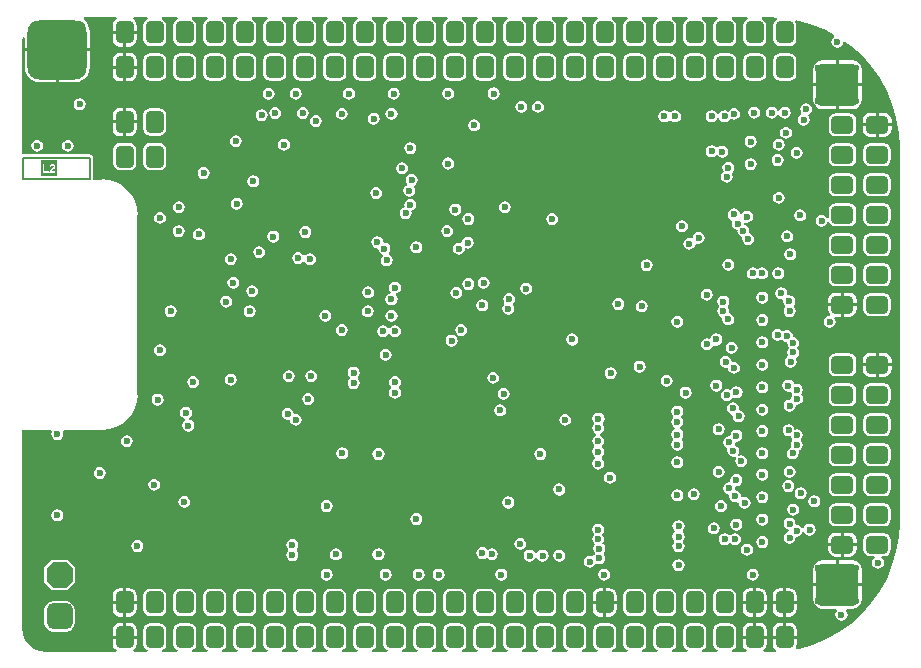
<source format=gbr>
%TF.GenerationSoftware,Altium Limited,Altium Designer,20.2.6 (244)*%
G04 Layer_Physical_Order=2*
G04 Layer_Color=36540*
%FSLAX45Y45*%
%MOMM*%
%TF.SameCoordinates,1A285BE7-DF3D-4214-9C7A-F78C9B27F18F*%
%TF.FilePolarity,Positive*%
%TF.FileFunction,Copper,L2,Inr,Signal*%
%TF.Part,Single*%
G01*
G75*
%TA.AperFunction,NonConductor*%
%ADD77C,0.15000*%
%TA.AperFunction,ComponentPad*%
G04:AMPARAMS|DCode=92|XSize=5mm|YSize=5mm|CornerRadius=1mm|HoleSize=0mm|Usage=FLASHONLY|Rotation=0.000|XOffset=0mm|YOffset=0mm|HoleType=Round|Shape=RoundedRectangle|*
%AMROUNDEDRECTD92*
21,1,5.00000,3.00000,0,0,0.0*
21,1,3.00000,5.00000,0,0,0.0*
1,1,2.00000,1.50000,-1.50000*
1,1,2.00000,-1.50000,-1.50000*
1,1,2.00000,-1.50000,1.50000*
1,1,2.00000,1.50000,1.50000*
%
%ADD92ROUNDEDRECTD92*%
G04:AMPARAMS|DCode=93|XSize=2.2mm|YSize=2.2mm|CornerRadius=0mm|HoleSize=0mm|Usage=FLASHONLY|Rotation=270.000|XOffset=0mm|YOffset=0mm|HoleType=Round|Shape=Octagon|*
%AMOCTAGOND93*
4,1,8,-0.55000,-1.10000,0.55000,-1.10000,1.10000,-0.55000,1.10000,0.55000,0.55000,1.10000,-0.55000,1.10000,-1.10000,0.55000,-1.10000,-0.55000,-0.55000,-1.10000,0.0*
%
%ADD93OCTAGOND93*%

G04:AMPARAMS|DCode=94|XSize=2.2mm|YSize=2.2mm|CornerRadius=0.55mm|HoleSize=0mm|Usage=FLASHONLY|Rotation=270.000|XOffset=0mm|YOffset=0mm|HoleType=Round|Shape=RoundedRectangle|*
%AMROUNDEDRECTD94*
21,1,2.20000,1.10000,0,0,270.0*
21,1,1.10000,2.20000,0,0,270.0*
1,1,1.10000,-0.55000,-0.55000*
1,1,1.10000,-0.55000,0.55000*
1,1,1.10000,0.55000,0.55000*
1,1,1.10000,0.55000,-0.55000*
%
%ADD94ROUNDEDRECTD94*%
%TA.AperFunction,ViaPad*%
%ADD95C,0.60000*%
%ADD96C,1.20000*%
%TA.AperFunction,ComponentPad*%
G04:AMPARAMS|DCode=97|XSize=1.5mm|YSize=1.9mm|CornerRadius=0.375mm|HoleSize=0mm|Usage=FLASHONLY|Rotation=0.000|XOffset=0mm|YOffset=0mm|HoleType=Round|Shape=RoundedRectangle|*
%AMROUNDEDRECTD97*
21,1,1.50000,1.15000,0,0,0.0*
21,1,0.75000,1.90000,0,0,0.0*
1,1,0.75000,0.37500,-0.57500*
1,1,0.75000,-0.37500,-0.57500*
1,1,0.75000,-0.37500,0.57500*
1,1,0.75000,0.37500,0.57500*
%
%ADD97ROUNDEDRECTD97*%
G04:AMPARAMS|DCode=98|XSize=1.5mm|YSize=1.9mm|CornerRadius=0.375mm|HoleSize=0mm|Usage=FLASHONLY|Rotation=270.000|XOffset=0mm|YOffset=0mm|HoleType=Round|Shape=RoundedRectangle|*
%AMROUNDEDRECTD98*
21,1,1.50000,1.15000,0,0,270.0*
21,1,0.75000,1.90000,0,0,270.0*
1,1,0.75000,-0.57500,-0.37500*
1,1,0.75000,-0.57500,0.37500*
1,1,0.75000,0.57500,0.37500*
1,1,0.75000,0.57500,-0.37500*
%
%ADD98ROUNDEDRECTD98*%
G04:AMPARAMS|DCode=99|XSize=3.6mm|YSize=3.6mm|CornerRadius=0.54mm|HoleSize=0mm|Usage=FLASHONLY|Rotation=0.000|XOffset=0mm|YOffset=0mm|HoleType=Round|Shape=RoundedRectangle|*
%AMROUNDEDRECTD99*
21,1,3.60000,2.52000,0,0,0.0*
21,1,2.52000,3.60000,0,0,0.0*
1,1,1.08000,1.26000,-1.26000*
1,1,1.08000,-1.26000,-1.26000*
1,1,1.08000,-1.26000,1.26000*
1,1,1.08000,1.26000,1.26000*
%
%ADD99ROUNDEDRECTD99*%
G36*
X7493002Y5417006D02*
Y5417006D01*
X7507894Y5416745D01*
X7551244Y5414310D01*
X7555409Y5399052D01*
X7541045Y5389455D01*
X7528336Y5370435D01*
X7523874Y5348000D01*
Y5233000D01*
X7528336Y5210565D01*
X7541045Y5191545D01*
X7560065Y5178836D01*
X7582500Y5174374D01*
X7657500D01*
X7679935Y5178836D01*
X7698955Y5191545D01*
X7711664Y5210565D01*
X7716126Y5233000D01*
Y5348000D01*
X7711664Y5370435D01*
X7705043Y5380343D01*
X7713926Y5394049D01*
X7737693Y5390011D01*
X7856187Y5355873D01*
X7970114Y5308683D01*
X8039790Y5270174D01*
X8039364Y5253271D01*
X8028554Y5246048D01*
X8017503Y5229509D01*
X8013622Y5210001D01*
X8017503Y5190492D01*
X8028554Y5173953D01*
X8045093Y5162902D01*
X8064602Y5159021D01*
X8084111Y5162902D01*
X8100650Y5173953D01*
X8111701Y5190492D01*
X8114536Y5204747D01*
X8129162Y5212761D01*
X8178610Y5177676D01*
X8270558Y5095506D01*
X8352728Y5003559D01*
X8424085Y4902989D01*
X8483734Y4795062D01*
X8530925Y4681135D01*
X8565062Y4562641D01*
X8585718Y4441070D01*
X8592505Y4320213D01*
X8592056Y4317954D01*
Y1143246D01*
X8592006Y1142998D01*
X8592006D01*
X8591745Y1128106D01*
X8585667Y1019879D01*
X8565011Y898307D01*
X8530873Y779813D01*
X8483683Y665886D01*
X8424034Y557960D01*
X8352676Y457390D01*
X8270506Y365442D01*
X8178559Y283272D01*
X8077989Y211915D01*
X7970062Y152266D01*
X7856135Y105075D01*
X7737641Y70938D01*
X7721220Y68148D01*
X7712338Y81854D01*
X7716750Y88458D01*
X7721632Y113000D01*
Y157800D01*
X7518368D01*
Y113000D01*
X7523250Y88458D01*
X7537152Y67652D01*
X7546509Y61399D01*
X7542344Y46142D01*
X7495249Y43497D01*
X7493000Y43944D01*
X7440367D01*
X7435816Y58944D01*
X7448848Y67652D01*
X7462750Y88458D01*
X7467632Y113000D01*
Y157800D01*
X7264368D01*
Y113000D01*
X7269250Y88458D01*
X7283152Y67652D01*
X7296184Y58944D01*
X7291633Y43944D01*
X7173954D01*
X7171935Y58837D01*
X7190955Y71545D01*
X7203664Y90565D01*
X7208126Y113000D01*
Y228000D01*
X7203664Y250435D01*
X7190955Y269455D01*
X7171935Y282164D01*
X7149500Y286626D01*
X7074500D01*
X7052065Y282164D01*
X7033045Y269455D01*
X7020336Y250435D01*
X7015874Y228000D01*
Y113000D01*
X7020336Y90565D01*
X7033045Y71545D01*
X7052065Y58837D01*
X7050046Y43944D01*
X6919954D01*
X6917935Y58837D01*
X6936955Y71545D01*
X6949664Y90565D01*
X6954126Y113000D01*
Y228000D01*
X6949664Y250435D01*
X6936955Y269455D01*
X6917935Y282164D01*
X6895500Y286626D01*
X6820500D01*
X6798065Y282164D01*
X6779045Y269455D01*
X6766336Y250435D01*
X6761874Y228000D01*
Y113000D01*
X6766336Y90565D01*
X6779045Y71545D01*
X6798065Y58837D01*
X6796046Y43944D01*
X6665954D01*
X6663935Y58837D01*
X6682955Y71545D01*
X6695664Y90565D01*
X6700126Y113000D01*
Y228000D01*
X6695664Y250435D01*
X6682955Y269455D01*
X6663935Y282164D01*
X6641500Y286626D01*
X6566500D01*
X6544065Y282164D01*
X6525045Y269455D01*
X6512336Y250435D01*
X6507874Y228000D01*
Y113000D01*
X6512336Y90565D01*
X6525045Y71545D01*
X6544065Y58837D01*
X6542046Y43944D01*
X6411954D01*
X6409935Y58837D01*
X6428955Y71545D01*
X6441664Y90565D01*
X6446126Y113000D01*
Y228000D01*
X6441664Y250435D01*
X6428955Y269455D01*
X6409935Y282164D01*
X6387500Y286626D01*
X6312500D01*
X6290065Y282164D01*
X6271045Y269455D01*
X6258336Y250435D01*
X6253874Y228000D01*
Y113000D01*
X6258336Y90565D01*
X6271045Y71545D01*
X6290065Y58837D01*
X6288046Y43944D01*
X6157954D01*
X6155935Y58837D01*
X6174955Y71545D01*
X6187664Y90565D01*
X6192126Y113000D01*
Y228000D01*
X6187664Y250435D01*
X6174955Y269455D01*
X6155935Y282164D01*
X6133500Y286626D01*
X6058500D01*
X6036065Y282164D01*
X6017045Y269455D01*
X6004336Y250435D01*
X5999874Y228000D01*
Y113000D01*
X6004336Y90565D01*
X6017045Y71545D01*
X6036065Y58837D01*
X6034046Y43944D01*
X5903954D01*
X5901935Y58837D01*
X5920955Y71545D01*
X5933664Y90565D01*
X5938126Y113000D01*
Y228000D01*
X5933664Y250435D01*
X5920955Y269455D01*
X5901935Y282164D01*
X5879500Y286626D01*
X5804500D01*
X5782065Y282164D01*
X5763045Y269455D01*
X5750336Y250435D01*
X5745874Y228000D01*
Y113000D01*
X5750336Y90565D01*
X5763045Y71545D01*
X5782065Y58837D01*
X5780046Y43944D01*
X5649954D01*
X5647935Y58837D01*
X5666955Y71545D01*
X5679664Y90565D01*
X5684126Y113000D01*
Y228000D01*
X5679664Y250435D01*
X5666955Y269455D01*
X5647935Y282164D01*
X5625500Y286626D01*
X5550500D01*
X5528065Y282164D01*
X5509045Y269455D01*
X5496336Y250435D01*
X5491874Y228000D01*
Y113000D01*
X5496336Y90565D01*
X5509045Y71545D01*
X5528065Y58837D01*
X5526046Y43944D01*
X5395954D01*
X5393935Y58837D01*
X5412955Y71545D01*
X5425664Y90565D01*
X5430126Y113000D01*
Y228000D01*
X5425664Y250435D01*
X5412955Y269455D01*
X5393935Y282164D01*
X5371500Y286626D01*
X5296500D01*
X5274065Y282164D01*
X5255045Y269455D01*
X5242336Y250435D01*
X5237874Y228000D01*
Y113000D01*
X5242336Y90565D01*
X5255045Y71545D01*
X5274065Y58837D01*
X5272046Y43944D01*
X5141954D01*
X5139935Y58837D01*
X5158955Y71545D01*
X5171664Y90565D01*
X5176126Y113000D01*
Y228000D01*
X5171664Y250435D01*
X5158955Y269455D01*
X5139935Y282164D01*
X5117500Y286626D01*
X5042500D01*
X5020065Y282164D01*
X5001045Y269455D01*
X4988336Y250435D01*
X4983874Y228000D01*
Y113000D01*
X4988336Y90565D01*
X5001045Y71545D01*
X5020065Y58837D01*
X5018046Y43944D01*
X4887954D01*
X4885935Y58837D01*
X4904955Y71545D01*
X4917664Y90565D01*
X4922126Y113000D01*
Y228000D01*
X4917664Y250435D01*
X4904955Y269455D01*
X4885935Y282164D01*
X4863500Y286626D01*
X4788500D01*
X4766065Y282164D01*
X4747045Y269455D01*
X4734336Y250435D01*
X4729874Y228000D01*
Y113000D01*
X4734336Y90565D01*
X4747045Y71545D01*
X4766065Y58837D01*
X4764046Y43944D01*
X4633954D01*
X4631935Y58837D01*
X4650955Y71545D01*
X4663664Y90565D01*
X4668126Y113000D01*
Y228000D01*
X4663664Y250435D01*
X4650955Y269455D01*
X4631935Y282164D01*
X4609500Y286626D01*
X4534500D01*
X4512065Y282164D01*
X4493045Y269455D01*
X4480336Y250435D01*
X4475874Y228000D01*
Y113000D01*
X4480336Y90565D01*
X4493045Y71545D01*
X4512065Y58837D01*
X4510046Y43944D01*
X4379954D01*
X4377935Y58837D01*
X4396955Y71545D01*
X4409664Y90565D01*
X4414126Y113000D01*
Y228000D01*
X4409664Y250435D01*
X4396955Y269455D01*
X4377935Y282164D01*
X4355500Y286626D01*
X4280500D01*
X4258065Y282164D01*
X4239045Y269455D01*
X4226336Y250435D01*
X4221874Y228000D01*
Y113000D01*
X4226336Y90565D01*
X4239045Y71545D01*
X4258065Y58837D01*
X4256046Y43944D01*
X4125954D01*
X4123935Y58837D01*
X4142955Y71545D01*
X4155664Y90565D01*
X4160126Y113000D01*
Y228000D01*
X4155664Y250435D01*
X4142955Y269455D01*
X4123935Y282164D01*
X4101500Y286626D01*
X4026500D01*
X4004065Y282164D01*
X3985045Y269455D01*
X3972336Y250435D01*
X3967874Y228000D01*
Y113000D01*
X3972336Y90565D01*
X3985045Y71545D01*
X4004065Y58837D01*
X4002046Y43944D01*
X3871954D01*
X3869935Y58837D01*
X3888955Y71545D01*
X3901664Y90565D01*
X3906126Y113000D01*
Y228000D01*
X3901664Y250435D01*
X3888955Y269455D01*
X3869935Y282164D01*
X3847500Y286626D01*
X3772500D01*
X3750065Y282164D01*
X3731045Y269455D01*
X3718336Y250435D01*
X3713874Y228000D01*
Y113000D01*
X3718336Y90565D01*
X3731045Y71545D01*
X3750065Y58837D01*
X3748046Y43944D01*
X3617954D01*
X3615935Y58837D01*
X3634955Y71545D01*
X3647664Y90565D01*
X3652126Y113000D01*
Y228000D01*
X3647664Y250435D01*
X3634955Y269455D01*
X3615935Y282164D01*
X3593500Y286626D01*
X3518500D01*
X3496065Y282164D01*
X3477045Y269455D01*
X3464336Y250435D01*
X3459874Y228000D01*
Y113000D01*
X3464336Y90565D01*
X3477045Y71545D01*
X3496065Y58837D01*
X3494046Y43944D01*
X3363954D01*
X3361935Y58837D01*
X3380955Y71545D01*
X3393664Y90565D01*
X3398126Y113000D01*
Y228000D01*
X3393664Y250435D01*
X3380955Y269455D01*
X3361935Y282164D01*
X3339500Y286626D01*
X3264500D01*
X3242065Y282164D01*
X3223045Y269455D01*
X3210336Y250435D01*
X3205874Y228000D01*
Y113000D01*
X3210336Y90565D01*
X3223045Y71545D01*
X3242065Y58837D01*
X3240046Y43944D01*
X3109954D01*
X3107935Y58837D01*
X3126955Y71545D01*
X3139664Y90565D01*
X3144126Y113000D01*
Y228000D01*
X3139664Y250435D01*
X3126955Y269455D01*
X3107935Y282164D01*
X3085500Y286626D01*
X3010500D01*
X2988065Y282164D01*
X2969045Y269455D01*
X2956336Y250435D01*
X2951874Y228000D01*
Y113000D01*
X2956336Y90565D01*
X2969045Y71545D01*
X2988065Y58837D01*
X2986046Y43944D01*
X2855954D01*
X2853935Y58837D01*
X2872955Y71545D01*
X2885664Y90565D01*
X2890126Y113000D01*
Y228000D01*
X2885664Y250435D01*
X2872955Y269455D01*
X2853935Y282164D01*
X2831500Y286626D01*
X2756500D01*
X2734065Y282164D01*
X2715045Y269455D01*
X2702336Y250435D01*
X2697874Y228000D01*
Y113000D01*
X2702336Y90565D01*
X2715045Y71545D01*
X2734065Y58837D01*
X2732046Y43944D01*
X2601954D01*
X2599935Y58837D01*
X2618955Y71545D01*
X2631664Y90565D01*
X2636126Y113000D01*
Y228000D01*
X2631664Y250435D01*
X2618955Y269455D01*
X2599935Y282164D01*
X2577500Y286626D01*
X2502500D01*
X2480065Y282164D01*
X2461045Y269455D01*
X2448336Y250435D01*
X2443874Y228000D01*
Y113000D01*
X2448336Y90565D01*
X2461045Y71545D01*
X2480065Y58837D01*
X2478046Y43944D01*
X2347954D01*
X2345935Y58837D01*
X2364955Y71545D01*
X2377664Y90565D01*
X2382126Y113000D01*
Y228000D01*
X2377664Y250435D01*
X2364955Y269455D01*
X2345935Y282164D01*
X2323500Y286626D01*
X2248500D01*
X2226065Y282164D01*
X2207045Y269455D01*
X2194336Y250435D01*
X2189874Y228000D01*
Y113000D01*
X2194336Y90565D01*
X2207045Y71545D01*
X2226065Y58837D01*
X2224046Y43944D01*
X2106367D01*
X2101816Y58944D01*
X2114848Y67652D01*
X2128750Y88458D01*
X2133632Y113000D01*
Y157800D01*
X1930368D01*
Y113000D01*
X1935250Y88458D01*
X1949152Y67652D01*
X1962184Y58944D01*
X1957633Y43944D01*
X1371600D01*
X1369643Y43555D01*
X1317066Y50477D01*
X1266249Y71526D01*
X1222611Y105011D01*
X1189126Y148649D01*
X1168077Y199466D01*
X1161155Y252043D01*
X1161544Y254000D01*
Y1924556D01*
X1407045D01*
X1414116Y1911327D01*
X1412901Y1909509D01*
X1409020Y1890000D01*
X1412901Y1870491D01*
X1423952Y1853952D01*
X1440491Y1842901D01*
X1460000Y1839020D01*
X1479509Y1842901D01*
X1496048Y1853952D01*
X1507099Y1870491D01*
X1510979Y1890000D01*
X1507099Y1909509D01*
X1505884Y1911327D01*
X1512955Y1924556D01*
X1841500D01*
Y1923962D01*
X1899742Y1929699D01*
X1955745Y1946687D01*
X2007359Y1974275D01*
X2052598Y2011402D01*
X2089725Y2056641D01*
X2117313Y2108255D01*
X2134301Y2164258D01*
X2140038Y2222500D01*
X2139444D01*
Y3746500D01*
X2140038D01*
X2134301Y3804742D01*
X2117313Y3860745D01*
X2089725Y3912359D01*
X2052598Y3957598D01*
X2007359Y3994725D01*
X1955745Y4022313D01*
X1899742Y4039301D01*
X1841500Y4045038D01*
Y4044444D01*
X1772329D01*
X1766539Y4051500D01*
Y4228500D01*
X1764404Y4239230D01*
X1758326Y4248326D01*
X1749230Y4254404D01*
X1738500Y4256539D01*
X1171500D01*
X1161544Y4264709D01*
Y5207000D01*
X1161155Y5208958D01*
X1166430Y5249027D01*
X1169018Y5250970D01*
X1184018Y5243474D01*
Y5156200D01*
X1736982D01*
Y5293500D01*
X1732672Y5326236D01*
X1720037Y5356741D01*
X1699936Y5382936D01*
X1685693Y5393866D01*
X1683191Y5414213D01*
X1685411Y5417056D01*
X1957633D01*
X1962184Y5402056D01*
X1949152Y5393348D01*
X1935250Y5372542D01*
X1930368Y5348000D01*
Y5303200D01*
X2133632D01*
Y5348000D01*
X2128750Y5372542D01*
X2114848Y5393348D01*
X2101816Y5402056D01*
X2106367Y5417056D01*
X2224046D01*
X2226065Y5402163D01*
X2207045Y5389455D01*
X2194336Y5370435D01*
X2189874Y5348000D01*
Y5233000D01*
X2194336Y5210565D01*
X2207045Y5191545D01*
X2226065Y5178836D01*
X2248500Y5174374D01*
X2323500D01*
X2345935Y5178836D01*
X2364955Y5191545D01*
X2377664Y5210565D01*
X2382126Y5233000D01*
Y5348000D01*
X2377664Y5370435D01*
X2364955Y5389455D01*
X2345935Y5402163D01*
X2347954Y5417056D01*
X2478046D01*
X2480065Y5402163D01*
X2461045Y5389455D01*
X2448336Y5370435D01*
X2443874Y5348000D01*
Y5233000D01*
X2448336Y5210565D01*
X2461045Y5191545D01*
X2480065Y5178836D01*
X2502500Y5174374D01*
X2577500D01*
X2599935Y5178836D01*
X2618955Y5191545D01*
X2631664Y5210565D01*
X2636126Y5233000D01*
Y5348000D01*
X2631664Y5370435D01*
X2618955Y5389455D01*
X2599935Y5402163D01*
X2601954Y5417056D01*
X2732046D01*
X2734065Y5402163D01*
X2715045Y5389455D01*
X2702336Y5370435D01*
X2697874Y5348000D01*
Y5233000D01*
X2702336Y5210565D01*
X2715045Y5191545D01*
X2734065Y5178836D01*
X2756500Y5174374D01*
X2831500D01*
X2853935Y5178836D01*
X2872955Y5191545D01*
X2885664Y5210565D01*
X2890126Y5233000D01*
Y5348000D01*
X2885664Y5370435D01*
X2872955Y5389455D01*
X2853935Y5402163D01*
X2855954Y5417056D01*
X2986046D01*
X2988065Y5402163D01*
X2969045Y5389455D01*
X2956336Y5370435D01*
X2951874Y5348000D01*
Y5233000D01*
X2956336Y5210565D01*
X2969045Y5191545D01*
X2988065Y5178836D01*
X3010500Y5174374D01*
X3085500D01*
X3107935Y5178836D01*
X3126955Y5191545D01*
X3139664Y5210565D01*
X3144126Y5233000D01*
Y5348000D01*
X3139664Y5370435D01*
X3126955Y5389455D01*
X3107935Y5402163D01*
X3109954Y5417056D01*
X3240046D01*
X3242065Y5402163D01*
X3223045Y5389455D01*
X3210336Y5370435D01*
X3205874Y5348000D01*
Y5233000D01*
X3210336Y5210565D01*
X3223045Y5191545D01*
X3242065Y5178836D01*
X3264500Y5174374D01*
X3339500D01*
X3361935Y5178836D01*
X3380955Y5191545D01*
X3393664Y5210565D01*
X3398126Y5233000D01*
Y5348000D01*
X3393664Y5370435D01*
X3380955Y5389455D01*
X3361935Y5402163D01*
X3363954Y5417056D01*
X3494046D01*
X3496065Y5402163D01*
X3477045Y5389455D01*
X3464336Y5370435D01*
X3459874Y5348000D01*
Y5233000D01*
X3464336Y5210565D01*
X3477045Y5191545D01*
X3496065Y5178836D01*
X3518500Y5174374D01*
X3593500D01*
X3615935Y5178836D01*
X3634955Y5191545D01*
X3647664Y5210565D01*
X3652126Y5233000D01*
Y5348000D01*
X3647664Y5370435D01*
X3634955Y5389455D01*
X3615935Y5402163D01*
X3617954Y5417056D01*
X3748046D01*
X3750065Y5402163D01*
X3731045Y5389455D01*
X3718336Y5370435D01*
X3713874Y5348000D01*
Y5233000D01*
X3718336Y5210565D01*
X3731045Y5191545D01*
X3750065Y5178836D01*
X3772500Y5174374D01*
X3847500D01*
X3869935Y5178836D01*
X3888955Y5191545D01*
X3901664Y5210565D01*
X3906126Y5233000D01*
Y5348000D01*
X3901664Y5370435D01*
X3888955Y5389455D01*
X3869935Y5402163D01*
X3871954Y5417056D01*
X4002046D01*
X4004065Y5402163D01*
X3985045Y5389455D01*
X3972336Y5370435D01*
X3967874Y5348000D01*
Y5233000D01*
X3972336Y5210565D01*
X3985045Y5191545D01*
X4004065Y5178836D01*
X4026500Y5174374D01*
X4101500D01*
X4123935Y5178836D01*
X4142955Y5191545D01*
X4155664Y5210565D01*
X4160126Y5233000D01*
Y5348000D01*
X4155664Y5370435D01*
X4142955Y5389455D01*
X4123935Y5402163D01*
X4125954Y5417056D01*
X4256046D01*
X4258065Y5402163D01*
X4239045Y5389455D01*
X4226336Y5370435D01*
X4221874Y5348000D01*
Y5233000D01*
X4226336Y5210565D01*
X4239045Y5191545D01*
X4258065Y5178836D01*
X4280500Y5174374D01*
X4355500D01*
X4377935Y5178836D01*
X4396955Y5191545D01*
X4409664Y5210565D01*
X4414126Y5233000D01*
Y5348000D01*
X4409664Y5370435D01*
X4396955Y5389455D01*
X4377935Y5402163D01*
X4379954Y5417056D01*
X4510046D01*
X4512065Y5402163D01*
X4493045Y5389455D01*
X4480336Y5370435D01*
X4475874Y5348000D01*
Y5233000D01*
X4480336Y5210565D01*
X4493045Y5191545D01*
X4512065Y5178836D01*
X4534500Y5174374D01*
X4609500D01*
X4631935Y5178836D01*
X4650955Y5191545D01*
X4663664Y5210565D01*
X4668126Y5233000D01*
Y5348000D01*
X4663664Y5370435D01*
X4650955Y5389455D01*
X4631935Y5402163D01*
X4633954Y5417056D01*
X4764046D01*
X4766065Y5402163D01*
X4747045Y5389455D01*
X4734336Y5370435D01*
X4729874Y5348000D01*
Y5233000D01*
X4734336Y5210565D01*
X4747045Y5191545D01*
X4766065Y5178836D01*
X4788500Y5174374D01*
X4863500D01*
X4885935Y5178836D01*
X4904955Y5191545D01*
X4917664Y5210565D01*
X4922126Y5233000D01*
Y5348000D01*
X4917664Y5370435D01*
X4904955Y5389455D01*
X4885935Y5402163D01*
X4887954Y5417056D01*
X5018046D01*
X5020065Y5402163D01*
X5001045Y5389455D01*
X4988336Y5370435D01*
X4983874Y5348000D01*
Y5233000D01*
X4988336Y5210565D01*
X5001045Y5191545D01*
X5020065Y5178836D01*
X5042500Y5174374D01*
X5117500D01*
X5139935Y5178836D01*
X5158955Y5191545D01*
X5171664Y5210565D01*
X5176126Y5233000D01*
Y5348000D01*
X5171664Y5370435D01*
X5158955Y5389455D01*
X5139935Y5402163D01*
X5141954Y5417056D01*
X5272046D01*
X5274065Y5402163D01*
X5255045Y5389455D01*
X5242336Y5370435D01*
X5237874Y5348000D01*
Y5233000D01*
X5242336Y5210565D01*
X5255045Y5191545D01*
X5274065Y5178836D01*
X5296500Y5174374D01*
X5371500D01*
X5393935Y5178836D01*
X5412955Y5191545D01*
X5425664Y5210565D01*
X5430126Y5233000D01*
Y5348000D01*
X5425664Y5370435D01*
X5412955Y5389455D01*
X5393935Y5402163D01*
X5395954Y5417056D01*
X5526046D01*
X5528065Y5402163D01*
X5509045Y5389455D01*
X5496336Y5370435D01*
X5491874Y5348000D01*
Y5233000D01*
X5496336Y5210565D01*
X5509045Y5191545D01*
X5528065Y5178836D01*
X5550500Y5174374D01*
X5625500D01*
X5647935Y5178836D01*
X5666955Y5191545D01*
X5679664Y5210565D01*
X5684126Y5233000D01*
Y5348000D01*
X5679664Y5370435D01*
X5666955Y5389455D01*
X5647935Y5402163D01*
X5649954Y5417056D01*
X5780046D01*
X5782065Y5402163D01*
X5763045Y5389455D01*
X5750336Y5370435D01*
X5745874Y5348000D01*
Y5233000D01*
X5750336Y5210565D01*
X5763045Y5191545D01*
X5782065Y5178836D01*
X5804500Y5174374D01*
X5879500D01*
X5901935Y5178836D01*
X5920955Y5191545D01*
X5933664Y5210565D01*
X5938126Y5233000D01*
Y5348000D01*
X5933664Y5370435D01*
X5920955Y5389455D01*
X5901935Y5402163D01*
X5903954Y5417056D01*
X6034046D01*
X6036065Y5402163D01*
X6017045Y5389455D01*
X6004336Y5370435D01*
X5999874Y5348000D01*
Y5233000D01*
X6004336Y5210565D01*
X6017045Y5191545D01*
X6036065Y5178836D01*
X6058500Y5174374D01*
X6133500D01*
X6155935Y5178836D01*
X6174955Y5191545D01*
X6187664Y5210565D01*
X6192126Y5233000D01*
Y5348000D01*
X6187664Y5370435D01*
X6174955Y5389455D01*
X6155935Y5402163D01*
X6157954Y5417056D01*
X6288046D01*
X6290065Y5402163D01*
X6271045Y5389455D01*
X6258336Y5370435D01*
X6253874Y5348000D01*
Y5233000D01*
X6258336Y5210565D01*
X6271045Y5191545D01*
X6290065Y5178836D01*
X6312500Y5174374D01*
X6387500D01*
X6409935Y5178836D01*
X6428955Y5191545D01*
X6441664Y5210565D01*
X6446126Y5233000D01*
Y5348000D01*
X6441664Y5370435D01*
X6428955Y5389455D01*
X6409935Y5402163D01*
X6411954Y5417056D01*
X6542046D01*
X6544065Y5402163D01*
X6525045Y5389455D01*
X6512336Y5370435D01*
X6507874Y5348000D01*
Y5233000D01*
X6512336Y5210565D01*
X6525045Y5191545D01*
X6544065Y5178836D01*
X6566500Y5174374D01*
X6641500D01*
X6663935Y5178836D01*
X6682955Y5191545D01*
X6695664Y5210565D01*
X6700126Y5233000D01*
Y5348000D01*
X6695664Y5370435D01*
X6682955Y5389455D01*
X6663935Y5402163D01*
X6665954Y5417056D01*
X6796046D01*
X6798065Y5402163D01*
X6779045Y5389455D01*
X6766336Y5370435D01*
X6761874Y5348000D01*
Y5233000D01*
X6766336Y5210565D01*
X6779045Y5191545D01*
X6798065Y5178836D01*
X6820500Y5174374D01*
X6895500D01*
X6917935Y5178836D01*
X6936955Y5191545D01*
X6949664Y5210565D01*
X6954126Y5233000D01*
Y5348000D01*
X6949664Y5370435D01*
X6936955Y5389455D01*
X6917935Y5402163D01*
X6919954Y5417056D01*
X7050046D01*
X7052065Y5402163D01*
X7033045Y5389455D01*
X7020336Y5370435D01*
X7015874Y5348000D01*
Y5233000D01*
X7020336Y5210565D01*
X7033045Y5191545D01*
X7052065Y5178836D01*
X7074500Y5174374D01*
X7149500D01*
X7171935Y5178836D01*
X7190955Y5191545D01*
X7203664Y5210565D01*
X7208126Y5233000D01*
Y5348000D01*
X7203664Y5370435D01*
X7190955Y5389455D01*
X7171935Y5402163D01*
X7173954Y5417056D01*
X7304046D01*
X7306065Y5402163D01*
X7287045Y5389455D01*
X7274336Y5370435D01*
X7269874Y5348000D01*
Y5233000D01*
X7274336Y5210565D01*
X7287045Y5191545D01*
X7306065Y5178836D01*
X7328500Y5174374D01*
X7403500D01*
X7425935Y5178836D01*
X7444955Y5191545D01*
X7457664Y5210565D01*
X7462126Y5233000D01*
Y5348000D01*
X7457664Y5370435D01*
X7444955Y5389455D01*
X7425935Y5402163D01*
X7427954Y5417056D01*
X7492754D01*
X7493002Y5417006D01*
D02*
G37*
G36*
X1455500Y4074500D02*
X1324500D01*
Y4205500D01*
X1455500D01*
Y4074500D01*
D02*
G37*
%LPC*%
G36*
X2133632Y5277800D02*
X2044700D01*
Y5168868D01*
X2069500D01*
X2094042Y5173750D01*
X2114848Y5187652D01*
X2128750Y5208458D01*
X2133632Y5233000D01*
Y5277800D01*
D02*
G37*
G36*
X2019300D02*
X1930368D01*
Y5233000D01*
X1935250Y5208458D01*
X1949152Y5187652D01*
X1969958Y5173750D01*
X1994500Y5168868D01*
X2019300D01*
Y5277800D01*
D02*
G37*
G36*
X2069500Y5118132D02*
X2044700D01*
Y5009200D01*
X2133632D01*
Y5054000D01*
X2128750Y5078542D01*
X2114848Y5099348D01*
X2094042Y5113250D01*
X2069500Y5118132D01*
D02*
G37*
G36*
X2019300D02*
X1994500D01*
X1969958Y5113250D01*
X1949152Y5099348D01*
X1935250Y5078542D01*
X1930368Y5054000D01*
Y5009200D01*
X2019300D01*
Y5118132D01*
D02*
G37*
G36*
X7657500Y5112626D02*
X7582500D01*
X7560065Y5108164D01*
X7541045Y5095455D01*
X7528336Y5076435D01*
X7523874Y5054000D01*
Y4939000D01*
X7528336Y4916565D01*
X7541045Y4897545D01*
X7560065Y4884837D01*
X7582500Y4880374D01*
X7657500D01*
X7679935Y4884837D01*
X7698955Y4897545D01*
X7711664Y4916565D01*
X7716126Y4939000D01*
Y5054000D01*
X7711664Y5076435D01*
X7698955Y5095455D01*
X7679935Y5108164D01*
X7657500Y5112626D01*
D02*
G37*
G36*
X7403500D02*
X7328500D01*
X7306065Y5108164D01*
X7287045Y5095455D01*
X7274336Y5076435D01*
X7269874Y5054000D01*
Y4939000D01*
X7274336Y4916565D01*
X7287045Y4897545D01*
X7306065Y4884837D01*
X7328500Y4880374D01*
X7403500D01*
X7425935Y4884837D01*
X7444955Y4897545D01*
X7457664Y4916565D01*
X7462126Y4939000D01*
Y5054000D01*
X7457664Y5076435D01*
X7444955Y5095455D01*
X7425935Y5108164D01*
X7403500Y5112626D01*
D02*
G37*
G36*
X7149500D02*
X7074500D01*
X7052065Y5108164D01*
X7033045Y5095455D01*
X7020336Y5076435D01*
X7015874Y5054000D01*
Y4939000D01*
X7020336Y4916565D01*
X7033045Y4897545D01*
X7052065Y4884837D01*
X7074500Y4880374D01*
X7149500D01*
X7171935Y4884837D01*
X7190955Y4897545D01*
X7203664Y4916565D01*
X7208126Y4939000D01*
Y5054000D01*
X7203664Y5076435D01*
X7190955Y5095455D01*
X7171935Y5108164D01*
X7149500Y5112626D01*
D02*
G37*
G36*
X6895500D02*
X6820500D01*
X6798065Y5108164D01*
X6779045Y5095455D01*
X6766336Y5076435D01*
X6761874Y5054000D01*
Y4939000D01*
X6766336Y4916565D01*
X6779045Y4897545D01*
X6798065Y4884837D01*
X6820500Y4880374D01*
X6895500D01*
X6917935Y4884837D01*
X6936955Y4897545D01*
X6949664Y4916565D01*
X6954126Y4939000D01*
Y5054000D01*
X6949664Y5076435D01*
X6936955Y5095455D01*
X6917935Y5108164D01*
X6895500Y5112626D01*
D02*
G37*
G36*
X6641500D02*
X6566500D01*
X6544065Y5108164D01*
X6525045Y5095455D01*
X6512336Y5076435D01*
X6507874Y5054000D01*
Y4939000D01*
X6512336Y4916565D01*
X6525045Y4897545D01*
X6544065Y4884837D01*
X6566500Y4880374D01*
X6641500D01*
X6663935Y4884837D01*
X6682955Y4897545D01*
X6695664Y4916565D01*
X6700126Y4939000D01*
Y5054000D01*
X6695664Y5076435D01*
X6682955Y5095455D01*
X6663935Y5108164D01*
X6641500Y5112626D01*
D02*
G37*
G36*
X6387500D02*
X6312500D01*
X6290065Y5108164D01*
X6271045Y5095455D01*
X6258336Y5076435D01*
X6253874Y5054000D01*
Y4939000D01*
X6258336Y4916565D01*
X6271045Y4897545D01*
X6290065Y4884837D01*
X6312500Y4880374D01*
X6387500D01*
X6409935Y4884837D01*
X6428955Y4897545D01*
X6441664Y4916565D01*
X6446126Y4939000D01*
Y5054000D01*
X6441664Y5076435D01*
X6428955Y5095455D01*
X6409935Y5108164D01*
X6387500Y5112626D01*
D02*
G37*
G36*
X6133500D02*
X6058500D01*
X6036065Y5108164D01*
X6017045Y5095455D01*
X6004336Y5076435D01*
X5999874Y5054000D01*
Y4939000D01*
X6004336Y4916565D01*
X6017045Y4897545D01*
X6036065Y4884837D01*
X6058500Y4880374D01*
X6133500D01*
X6155935Y4884837D01*
X6174955Y4897545D01*
X6187664Y4916565D01*
X6192126Y4939000D01*
Y5054000D01*
X6187664Y5076435D01*
X6174955Y5095455D01*
X6155935Y5108164D01*
X6133500Y5112626D01*
D02*
G37*
G36*
X5879500D02*
X5804500D01*
X5782065Y5108164D01*
X5763045Y5095455D01*
X5750336Y5076435D01*
X5745874Y5054000D01*
Y4939000D01*
X5750336Y4916565D01*
X5763045Y4897545D01*
X5782065Y4884837D01*
X5804500Y4880374D01*
X5879500D01*
X5901935Y4884837D01*
X5920955Y4897545D01*
X5933664Y4916565D01*
X5938126Y4939000D01*
Y5054000D01*
X5933664Y5076435D01*
X5920955Y5095455D01*
X5901935Y5108164D01*
X5879500Y5112626D01*
D02*
G37*
G36*
X5625500D02*
X5550500D01*
X5528065Y5108164D01*
X5509045Y5095455D01*
X5496336Y5076435D01*
X5491874Y5054000D01*
Y4939000D01*
X5496336Y4916565D01*
X5509045Y4897545D01*
X5528065Y4884837D01*
X5550500Y4880374D01*
X5625500D01*
X5647935Y4884837D01*
X5666955Y4897545D01*
X5679664Y4916565D01*
X5684126Y4939000D01*
Y5054000D01*
X5679664Y5076435D01*
X5666955Y5095455D01*
X5647935Y5108164D01*
X5625500Y5112626D01*
D02*
G37*
G36*
X5371500D02*
X5296500D01*
X5274065Y5108164D01*
X5255045Y5095455D01*
X5242336Y5076435D01*
X5237874Y5054000D01*
Y4939000D01*
X5242336Y4916565D01*
X5255045Y4897545D01*
X5274065Y4884837D01*
X5296500Y4880374D01*
X5371500D01*
X5393935Y4884837D01*
X5412955Y4897545D01*
X5425664Y4916565D01*
X5430126Y4939000D01*
Y5054000D01*
X5425664Y5076435D01*
X5412955Y5095455D01*
X5393935Y5108164D01*
X5371500Y5112626D01*
D02*
G37*
G36*
X5117500D02*
X5042500D01*
X5020065Y5108164D01*
X5001045Y5095455D01*
X4988336Y5076435D01*
X4983874Y5054000D01*
Y4939000D01*
X4988336Y4916565D01*
X5001045Y4897545D01*
X5020065Y4884837D01*
X5042500Y4880374D01*
X5117500D01*
X5139935Y4884837D01*
X5158955Y4897545D01*
X5171664Y4916565D01*
X5176126Y4939000D01*
Y5054000D01*
X5171664Y5076435D01*
X5158955Y5095455D01*
X5139935Y5108164D01*
X5117500Y5112626D01*
D02*
G37*
G36*
X4863500D02*
X4788500D01*
X4766065Y5108164D01*
X4747045Y5095455D01*
X4734336Y5076435D01*
X4729874Y5054000D01*
Y4939000D01*
X4734336Y4916565D01*
X4747045Y4897545D01*
X4766065Y4884837D01*
X4788500Y4880374D01*
X4863500D01*
X4885935Y4884837D01*
X4904955Y4897545D01*
X4917664Y4916565D01*
X4922126Y4939000D01*
Y5054000D01*
X4917664Y5076435D01*
X4904955Y5095455D01*
X4885935Y5108164D01*
X4863500Y5112626D01*
D02*
G37*
G36*
X4609500D02*
X4534500D01*
X4512065Y5108164D01*
X4493045Y5095455D01*
X4480336Y5076435D01*
X4475874Y5054000D01*
Y4939000D01*
X4480336Y4916565D01*
X4493045Y4897545D01*
X4512065Y4884837D01*
X4534500Y4880374D01*
X4609500D01*
X4631935Y4884837D01*
X4650955Y4897545D01*
X4663664Y4916565D01*
X4668126Y4939000D01*
Y5054000D01*
X4663664Y5076435D01*
X4650955Y5095455D01*
X4631935Y5108164D01*
X4609500Y5112626D01*
D02*
G37*
G36*
X4355500D02*
X4280500D01*
X4258065Y5108164D01*
X4239045Y5095455D01*
X4226336Y5076435D01*
X4221874Y5054000D01*
Y4939000D01*
X4226336Y4916565D01*
X4239045Y4897545D01*
X4258065Y4884837D01*
X4280500Y4880374D01*
X4355500D01*
X4377935Y4884837D01*
X4396955Y4897545D01*
X4409664Y4916565D01*
X4414126Y4939000D01*
Y5054000D01*
X4409664Y5076435D01*
X4396955Y5095455D01*
X4377935Y5108164D01*
X4355500Y5112626D01*
D02*
G37*
G36*
X4101500D02*
X4026500D01*
X4004065Y5108164D01*
X3985045Y5095455D01*
X3972336Y5076435D01*
X3967874Y5054000D01*
Y4939000D01*
X3972336Y4916565D01*
X3985045Y4897545D01*
X4004065Y4884837D01*
X4026500Y4880374D01*
X4101500D01*
X4123935Y4884837D01*
X4142955Y4897545D01*
X4155664Y4916565D01*
X4160126Y4939000D01*
Y5054000D01*
X4155664Y5076435D01*
X4142955Y5095455D01*
X4123935Y5108164D01*
X4101500Y5112626D01*
D02*
G37*
G36*
X3847500D02*
X3772500D01*
X3750065Y5108164D01*
X3731045Y5095455D01*
X3718336Y5076435D01*
X3713874Y5054000D01*
Y4939000D01*
X3718336Y4916565D01*
X3731045Y4897545D01*
X3750065Y4884837D01*
X3772500Y4880374D01*
X3847500D01*
X3869935Y4884837D01*
X3888955Y4897545D01*
X3901664Y4916565D01*
X3906126Y4939000D01*
Y5054000D01*
X3901664Y5076435D01*
X3888955Y5095455D01*
X3869935Y5108164D01*
X3847500Y5112626D01*
D02*
G37*
G36*
X3593500D02*
X3518500D01*
X3496065Y5108164D01*
X3477045Y5095455D01*
X3464336Y5076435D01*
X3459874Y5054000D01*
Y4939000D01*
X3464336Y4916565D01*
X3477045Y4897545D01*
X3496065Y4884837D01*
X3518500Y4880374D01*
X3593500D01*
X3615935Y4884837D01*
X3634955Y4897545D01*
X3647664Y4916565D01*
X3652126Y4939000D01*
Y5054000D01*
X3647664Y5076435D01*
X3634955Y5095455D01*
X3615935Y5108164D01*
X3593500Y5112626D01*
D02*
G37*
G36*
X3339500D02*
X3264500D01*
X3242065Y5108164D01*
X3223045Y5095455D01*
X3210336Y5076435D01*
X3205874Y5054000D01*
Y4939000D01*
X3210336Y4916565D01*
X3223045Y4897545D01*
X3242065Y4884837D01*
X3264500Y4880374D01*
X3339500D01*
X3361935Y4884837D01*
X3380955Y4897545D01*
X3393664Y4916565D01*
X3398126Y4939000D01*
Y5054000D01*
X3393664Y5076435D01*
X3380955Y5095455D01*
X3361935Y5108164D01*
X3339500Y5112626D01*
D02*
G37*
G36*
X3085500D02*
X3010500D01*
X2988065Y5108164D01*
X2969045Y5095455D01*
X2956336Y5076435D01*
X2951874Y5054000D01*
Y4939000D01*
X2956336Y4916565D01*
X2969045Y4897545D01*
X2988065Y4884837D01*
X3010500Y4880374D01*
X3085500D01*
X3107935Y4884837D01*
X3126955Y4897545D01*
X3139664Y4916565D01*
X3144126Y4939000D01*
Y5054000D01*
X3139664Y5076435D01*
X3126955Y5095455D01*
X3107935Y5108164D01*
X3085500Y5112626D01*
D02*
G37*
G36*
X2831500D02*
X2756500D01*
X2734065Y5108164D01*
X2715045Y5095455D01*
X2702336Y5076435D01*
X2697874Y5054000D01*
Y4939000D01*
X2702336Y4916565D01*
X2715045Y4897545D01*
X2734065Y4884837D01*
X2756500Y4880374D01*
X2831500D01*
X2853935Y4884837D01*
X2872955Y4897545D01*
X2885664Y4916565D01*
X2890126Y4939000D01*
Y5054000D01*
X2885664Y5076435D01*
X2872955Y5095455D01*
X2853935Y5108164D01*
X2831500Y5112626D01*
D02*
G37*
G36*
X2577500D02*
X2502500D01*
X2480065Y5108164D01*
X2461045Y5095455D01*
X2448336Y5076435D01*
X2443874Y5054000D01*
Y4939000D01*
X2448336Y4916565D01*
X2461045Y4897545D01*
X2480065Y4884837D01*
X2502500Y4880374D01*
X2577500D01*
X2599935Y4884837D01*
X2618955Y4897545D01*
X2631664Y4916565D01*
X2636126Y4939000D01*
Y5054000D01*
X2631664Y5076435D01*
X2618955Y5095455D01*
X2599935Y5108164D01*
X2577500Y5112626D01*
D02*
G37*
G36*
X2323500D02*
X2248500D01*
X2226065Y5108164D01*
X2207045Y5095455D01*
X2194336Y5076435D01*
X2189874Y5054000D01*
Y4939000D01*
X2194336Y4916565D01*
X2207045Y4897545D01*
X2226065Y4884837D01*
X2248500Y4880374D01*
X2323500D01*
X2345935Y4884837D01*
X2364955Y4897545D01*
X2377664Y4916565D01*
X2382126Y4939000D01*
Y5054000D01*
X2377664Y5076435D01*
X2364955Y5095455D01*
X2345935Y5108164D01*
X2323500Y5112626D01*
D02*
G37*
G36*
X2133632Y4983800D02*
X2044700D01*
Y4874868D01*
X2069500D01*
X2094042Y4879750D01*
X2114848Y4893652D01*
X2128750Y4914458D01*
X2133632Y4939000D01*
Y4983800D01*
D02*
G37*
G36*
X2019300D02*
X1930368D01*
Y4939000D01*
X1935250Y4914458D01*
X1949152Y4893652D01*
X1969958Y4879750D01*
X1994500Y4874868D01*
X2019300D01*
Y4983800D01*
D02*
G37*
G36*
X1736982Y5130800D02*
X1473200D01*
Y4867018D01*
X1610500D01*
X1643236Y4871328D01*
X1673741Y4883963D01*
X1699936Y4904064D01*
X1720037Y4930259D01*
X1732672Y4960764D01*
X1736982Y4993500D01*
Y5130800D01*
D02*
G37*
G36*
X1447800D02*
X1184018D01*
Y4993500D01*
X1188328Y4960764D01*
X1200963Y4930259D01*
X1221064Y4904064D01*
X1247259Y4883963D01*
X1277764Y4871328D01*
X1310500Y4867018D01*
X1447800D01*
Y5130800D01*
D02*
G37*
G36*
X8190500Y5052955D02*
X8077200D01*
Y4858700D01*
X8271455D01*
Y4972000D01*
X8265293Y5002980D01*
X8247744Y5029244D01*
X8221480Y5046793D01*
X8190500Y5052955D01*
D02*
G37*
G36*
X8051800D02*
X7938500D01*
X7907520Y5046793D01*
X7881256Y5029244D01*
X7863707Y5002980D01*
X7857545Y4972000D01*
Y4858700D01*
X8051800D01*
Y5052955D01*
D02*
G37*
G36*
X5154247Y4823614D02*
X5134738Y4819734D01*
X5118199Y4808683D01*
X5107148Y4792144D01*
X5103267Y4772635D01*
X5107148Y4753126D01*
X5118199Y4736587D01*
X5134738Y4725536D01*
X5154247Y4721655D01*
X5173756Y4725536D01*
X5190295Y4736587D01*
X5201346Y4753126D01*
X5205226Y4772635D01*
X5201346Y4792144D01*
X5190295Y4808683D01*
X5173756Y4819734D01*
X5154247Y4823614D01*
D02*
G37*
G36*
X4770002Y4823480D02*
X4750493Y4819599D01*
X4733954Y4808548D01*
X4722903Y4792009D01*
X4719023Y4772500D01*
X4722903Y4752991D01*
X4733954Y4736452D01*
X4750493Y4725401D01*
X4770002Y4721520D01*
X4789511Y4725401D01*
X4806050Y4736452D01*
X4817101Y4752991D01*
X4820982Y4772500D01*
X4817101Y4792009D01*
X4806050Y4808548D01*
X4789511Y4819599D01*
X4770002Y4823480D01*
D02*
G37*
G36*
X4310000D02*
X4290491Y4819599D01*
X4273952Y4808548D01*
X4262901Y4792009D01*
X4259020Y4772500D01*
X4262901Y4752991D01*
X4273952Y4736452D01*
X4290491Y4725401D01*
X4310000Y4721520D01*
X4329509Y4725401D01*
X4346048Y4736452D01*
X4357099Y4752991D01*
X4360980Y4772500D01*
X4357099Y4792009D01*
X4346048Y4808548D01*
X4329509Y4819599D01*
X4310000Y4823480D01*
D02*
G37*
G36*
X3930000D02*
X3910491Y4819599D01*
X3893952Y4808548D01*
X3882901Y4792009D01*
X3879020Y4772500D01*
X3882901Y4752991D01*
X3893952Y4736452D01*
X3910491Y4725401D01*
X3930000Y4721520D01*
X3949509Y4725401D01*
X3966048Y4736452D01*
X3977099Y4752991D01*
X3980980Y4772500D01*
X3977099Y4792009D01*
X3966048Y4808548D01*
X3949509Y4819599D01*
X3930000Y4823480D01*
D02*
G37*
G36*
X3480000D02*
X3460491Y4819599D01*
X3443952Y4808548D01*
X3432901Y4792009D01*
X3429020Y4772500D01*
X3432901Y4752991D01*
X3443952Y4736452D01*
X3460491Y4725401D01*
X3480000Y4721520D01*
X3499509Y4725401D01*
X3516048Y4736452D01*
X3527099Y4752991D01*
X3530979Y4772500D01*
X3527099Y4792009D01*
X3516048Y4808548D01*
X3499509Y4819599D01*
X3480000Y4823480D01*
D02*
G37*
G36*
X3250000Y4820980D02*
X3230491Y4817099D01*
X3213952Y4806048D01*
X3202901Y4789509D01*
X3199021Y4770000D01*
X3202901Y4750491D01*
X3213952Y4733952D01*
X3230491Y4722901D01*
X3250000Y4719021D01*
X3269509Y4722901D01*
X3286048Y4733952D01*
X3297099Y4750491D01*
X3300980Y4770000D01*
X3297099Y4789509D01*
X3286048Y4806048D01*
X3269509Y4817099D01*
X3250000Y4820980D01*
D02*
G37*
G36*
X8271455Y4833300D02*
X8077200D01*
Y4639045D01*
X8190500D01*
X8221480Y4645207D01*
X8247744Y4662756D01*
X8265293Y4689020D01*
X8271455Y4720000D01*
Y4833300D01*
D02*
G37*
G36*
X8051800D02*
X7857545D01*
Y4720000D01*
X7863707Y4689020D01*
X7881256Y4662756D01*
X7907520Y4645207D01*
X7938500Y4639045D01*
X8051800D01*
Y4833300D01*
D02*
G37*
G36*
X1650000Y4730980D02*
X1630491Y4727099D01*
X1613952Y4716048D01*
X1602901Y4699509D01*
X1599020Y4680000D01*
X1602901Y4660491D01*
X1613952Y4643952D01*
X1630491Y4632901D01*
X1650000Y4629020D01*
X1669509Y4632901D01*
X1686048Y4643952D01*
X1697099Y4660491D01*
X1700980Y4680000D01*
X1697099Y4699509D01*
X1686048Y4716048D01*
X1669509Y4727099D01*
X1650000Y4730980D01*
D02*
G37*
G36*
X7620000Y4660980D02*
X7600491Y4657099D01*
X7583952Y4646048D01*
X7572901Y4629509D01*
X7572647Y4628232D01*
X7557353D01*
X7557099Y4629509D01*
X7546048Y4646048D01*
X7529509Y4657099D01*
X7510000Y4660980D01*
X7490491Y4657099D01*
X7473952Y4646048D01*
X7462901Y4629509D01*
X7459020Y4610000D01*
X7462901Y4590491D01*
X7473952Y4573952D01*
X7490491Y4562901D01*
X7510000Y4559020D01*
X7529509Y4562901D01*
X7546048Y4573952D01*
X7557099Y4590491D01*
X7557353Y4591768D01*
X7572647D01*
X7572901Y4590491D01*
X7583952Y4573952D01*
X7600491Y4562901D01*
X7620000Y4559020D01*
X7639509Y4562901D01*
X7656048Y4573952D01*
X7667099Y4590491D01*
X7670980Y4610000D01*
X7667099Y4629509D01*
X7656048Y4646048D01*
X7639509Y4657099D01*
X7620000Y4660980D01*
D02*
G37*
G36*
X7190000Y4650980D02*
X7170491Y4647099D01*
X7153952Y4636048D01*
X7142901Y4619509D01*
X7141646Y4618989D01*
X7129509Y4627099D01*
X7110000Y4630980D01*
X7090491Y4627099D01*
X7073952Y4616048D01*
X7062901Y4599509D01*
X7062647Y4598232D01*
X7047353D01*
X7047099Y4599509D01*
X7036048Y4616048D01*
X7019509Y4627099D01*
X7000000Y4630980D01*
X6980491Y4627099D01*
X6963952Y4616048D01*
X6952901Y4599509D01*
X6949020Y4580000D01*
X6952901Y4560491D01*
X6963952Y4543952D01*
X6980491Y4532901D01*
X7000000Y4529020D01*
X7019509Y4532901D01*
X7036048Y4543952D01*
X7047099Y4560491D01*
X7047353Y4561768D01*
X7062647D01*
X7062901Y4560491D01*
X7073952Y4543952D01*
X7090491Y4532901D01*
X7110000Y4529020D01*
X7129509Y4532901D01*
X7146048Y4543952D01*
X7157099Y4560491D01*
X7158354Y4561011D01*
X7170491Y4552901D01*
X7190000Y4549020D01*
X7209509Y4552901D01*
X7226048Y4563952D01*
X7237099Y4580491D01*
X7240980Y4600000D01*
X7237099Y4619509D01*
X7226048Y4636048D01*
X7209509Y4647099D01*
X7190000Y4650980D01*
D02*
G37*
G36*
X6690000Y4630980D02*
X6670491Y4627099D01*
X6654046Y4616111D01*
X6650564Y4613875D01*
X6639436D01*
X6635954Y4616111D01*
X6619509Y4627099D01*
X6600000Y4630980D01*
X6580491Y4627099D01*
X6563952Y4616048D01*
X6552901Y4599509D01*
X6549020Y4580000D01*
X6552901Y4560491D01*
X6563952Y4543952D01*
X6580491Y4532901D01*
X6600000Y4529020D01*
X6619509Y4532901D01*
X6635954Y4543889D01*
X6639436Y4546125D01*
X6650564D01*
X6654046Y4543889D01*
X6670491Y4532901D01*
X6690000Y4529020D01*
X6709509Y4532901D01*
X6726048Y4543952D01*
X6737099Y4560491D01*
X6740980Y4580000D01*
X6737099Y4599509D01*
X6726048Y4616048D01*
X6709509Y4627099D01*
X6690000Y4630980D01*
D02*
G37*
G36*
X5530000Y4710980D02*
X5510491Y4707099D01*
X5493952Y4696048D01*
X5482901Y4679509D01*
X5479021Y4660000D01*
X5482901Y4640491D01*
X5493952Y4623952D01*
X5510491Y4612901D01*
X5530000Y4609020D01*
X5549509Y4612901D01*
X5566048Y4623952D01*
X5577099Y4640491D01*
X5580980Y4660000D01*
X5577099Y4679509D01*
X5566048Y4696048D01*
X5549509Y4707099D01*
X5530000Y4710980D01*
D02*
G37*
G36*
X5390000D02*
X5370491Y4707099D01*
X5353952Y4696048D01*
X5342901Y4679509D01*
X5339020Y4660000D01*
X5342901Y4640491D01*
X5353952Y4623952D01*
X5370491Y4612901D01*
X5390000Y4609020D01*
X5409509Y4612901D01*
X5426048Y4623952D01*
X5437099Y4640491D01*
X5440979Y4660000D01*
X5437099Y4679509D01*
X5426048Y4696048D01*
X5409509Y4707099D01*
X5390000Y4710980D01*
D02*
G37*
G36*
X7360000Y4660980D02*
X7340491Y4657099D01*
X7323952Y4646048D01*
X7312901Y4629509D01*
X7309020Y4610000D01*
X7312901Y4590491D01*
X7323952Y4573952D01*
X7340491Y4562901D01*
X7360000Y4559020D01*
X7379509Y4562901D01*
X7396048Y4573952D01*
X7407099Y4590491D01*
X7410980Y4610000D01*
X7407099Y4629509D01*
X7396048Y4646048D01*
X7379509Y4657099D01*
X7360000Y4660980D01*
D02*
G37*
G36*
X3540000Y4658480D02*
X3520491Y4654599D01*
X3503952Y4643548D01*
X3492901Y4627009D01*
X3489020Y4607500D01*
X3492901Y4587991D01*
X3503952Y4571452D01*
X3520491Y4560401D01*
X3540000Y4556520D01*
X3559509Y4560401D01*
X3576048Y4571452D01*
X3587099Y4587991D01*
X3590980Y4607500D01*
X3587099Y4627009D01*
X3576048Y4643548D01*
X3559509Y4654599D01*
X3540000Y4658480D01*
D02*
G37*
G36*
X3305000D02*
X3285491Y4654599D01*
X3268952Y4643548D01*
X3257901Y4627009D01*
X3254020Y4607500D01*
X3257901Y4587991D01*
X3268952Y4571452D01*
X3285491Y4560401D01*
X3305000Y4556520D01*
X3324509Y4560401D01*
X3341048Y4571452D01*
X3352099Y4587991D01*
X3355980Y4607500D01*
X3352099Y4627009D01*
X3341048Y4643548D01*
X3324509Y4654599D01*
X3305000Y4658480D01*
D02*
G37*
G36*
X4290000Y4650980D02*
X4270491Y4647099D01*
X4253952Y4636048D01*
X4242901Y4619509D01*
X4239020Y4600000D01*
X4242901Y4580491D01*
X4253952Y4563952D01*
X4270491Y4552901D01*
X4290000Y4549020D01*
X4309509Y4552901D01*
X4326048Y4563952D01*
X4337099Y4580491D01*
X4340980Y4600000D01*
X4337099Y4619509D01*
X4326048Y4636048D01*
X4309509Y4647099D01*
X4290000Y4650980D01*
D02*
G37*
G36*
X3870000D02*
X3850491Y4647099D01*
X3833952Y4636048D01*
X3822901Y4619509D01*
X3819020Y4600000D01*
X3822901Y4580491D01*
X3833952Y4563952D01*
X3850491Y4552901D01*
X3870000Y4549020D01*
X3889509Y4552901D01*
X3906048Y4563952D01*
X3917099Y4580491D01*
X3920979Y4600000D01*
X3917099Y4619509D01*
X3906048Y4636048D01*
X3889509Y4647099D01*
X3870000Y4650980D01*
D02*
G37*
G36*
X2069500Y4654032D02*
X2044700D01*
Y4545100D01*
X2133632D01*
Y4589900D01*
X2128750Y4614442D01*
X2114848Y4635248D01*
X2094042Y4649150D01*
X2069500Y4654032D01*
D02*
G37*
G36*
X2019300D02*
X1994500D01*
X1969958Y4649150D01*
X1949152Y4635248D01*
X1935250Y4614442D01*
X1930368Y4589900D01*
Y4545100D01*
X2019300D01*
Y4654032D01*
D02*
G37*
G36*
X3190000Y4640980D02*
X3170491Y4637099D01*
X3153952Y4626048D01*
X3142901Y4609509D01*
X3139020Y4590000D01*
X3142901Y4570491D01*
X3153952Y4553952D01*
X3170491Y4542901D01*
X3190000Y4539020D01*
X3209509Y4542901D01*
X3226048Y4553952D01*
X3237099Y4570491D01*
X3240980Y4590000D01*
X3237099Y4609509D01*
X3226048Y4626048D01*
X3209509Y4637099D01*
X3190000Y4640980D01*
D02*
G37*
G36*
X8459500Y4610432D02*
X8414700D01*
Y4521500D01*
X8523632D01*
Y4546300D01*
X8518750Y4570842D01*
X8504848Y4591648D01*
X8484042Y4605550D01*
X8459500Y4610432D01*
D02*
G37*
G36*
X8389300D02*
X8344500D01*
X8319958Y4605550D01*
X8299152Y4591648D01*
X8285250Y4570842D01*
X8280368Y4546300D01*
Y4521500D01*
X8389300D01*
Y4610432D01*
D02*
G37*
G36*
X4140000Y4610980D02*
X4120491Y4607099D01*
X4103952Y4596048D01*
X4092901Y4579509D01*
X4089021Y4560000D01*
X4092901Y4540491D01*
X4103952Y4523952D01*
X4120491Y4512901D01*
X4140000Y4509020D01*
X4159509Y4512901D01*
X4176048Y4523952D01*
X4187099Y4540491D01*
X4190980Y4560000D01*
X4187099Y4579509D01*
X4176048Y4596048D01*
X4159509Y4607099D01*
X4140000Y4610980D01*
D02*
G37*
G36*
X7800000Y4690980D02*
X7780491Y4687099D01*
X7763952Y4676048D01*
X7752901Y4659509D01*
X7749020Y4640000D01*
X7752901Y4620491D01*
X7758568Y4612010D01*
X7760168Y4599601D01*
X7754527Y4593114D01*
X7743952Y4586048D01*
X7732901Y4569509D01*
X7729020Y4550000D01*
X7732901Y4530491D01*
X7743952Y4513952D01*
X7760491Y4502901D01*
X7780000Y4499020D01*
X7799509Y4502901D01*
X7816048Y4513952D01*
X7827099Y4530491D01*
X7830980Y4550000D01*
X7827099Y4569509D01*
X7821432Y4577990D01*
X7819832Y4590399D01*
X7825473Y4596886D01*
X7836048Y4603952D01*
X7847099Y4620491D01*
X7850979Y4640000D01*
X7847099Y4659509D01*
X7836048Y4676048D01*
X7819509Y4687099D01*
X7800000Y4690980D01*
D02*
G37*
G36*
X3650000Y4590980D02*
X3630491Y4587099D01*
X3613952Y4576048D01*
X3602901Y4559509D01*
X3599020Y4540000D01*
X3602901Y4520491D01*
X3613952Y4503952D01*
X3630491Y4492901D01*
X3650000Y4489020D01*
X3669509Y4492901D01*
X3686048Y4503952D01*
X3697099Y4520491D01*
X3700980Y4540000D01*
X3697099Y4559509D01*
X3686048Y4576048D01*
X3669509Y4587099D01*
X3650000Y4590980D01*
D02*
G37*
G36*
X4990000Y4553480D02*
X4970491Y4549599D01*
X4953952Y4538548D01*
X4942901Y4522009D01*
X4939020Y4502500D01*
X4942901Y4482991D01*
X4953952Y4466452D01*
X4970491Y4455401D01*
X4990000Y4451520D01*
X5009509Y4455401D01*
X5026048Y4466452D01*
X5037099Y4482991D01*
X5040980Y4502500D01*
X5037099Y4522009D01*
X5026048Y4538548D01*
X5009509Y4549599D01*
X4990000Y4553480D01*
D02*
G37*
G36*
X2323500Y4648526D02*
X2248500D01*
X2226065Y4644063D01*
X2207045Y4631355D01*
X2194336Y4612335D01*
X2189874Y4589900D01*
Y4474900D01*
X2194336Y4452465D01*
X2207045Y4433445D01*
X2226065Y4420736D01*
X2248500Y4416274D01*
X2323500D01*
X2345935Y4420736D01*
X2364955Y4433445D01*
X2377664Y4452465D01*
X2382126Y4474900D01*
Y4589900D01*
X2377664Y4612335D01*
X2364955Y4631355D01*
X2345935Y4644063D01*
X2323500Y4648526D01*
D02*
G37*
G36*
X8165500Y4604926D02*
X8050500D01*
X8028065Y4600463D01*
X8009045Y4587755D01*
X7996337Y4568735D01*
X7991874Y4546300D01*
Y4471300D01*
X7996337Y4448865D01*
X8009045Y4429845D01*
X8028065Y4417136D01*
X8050500Y4412674D01*
X8165500D01*
X8187935Y4417136D01*
X8206955Y4429845D01*
X8219664Y4448865D01*
X8224126Y4471300D01*
Y4546300D01*
X8219664Y4568735D01*
X8206955Y4587755D01*
X8187935Y4600463D01*
X8165500Y4604926D01*
D02*
G37*
G36*
X2133632Y4519700D02*
X2044700D01*
Y4410768D01*
X2069500D01*
X2094042Y4415650D01*
X2114848Y4429552D01*
X2128750Y4450358D01*
X2133632Y4474900D01*
Y4519700D01*
D02*
G37*
G36*
X2019300D02*
X1930368D01*
Y4474900D01*
X1935250Y4450358D01*
X1949152Y4429552D01*
X1969958Y4415650D01*
X1994500Y4410768D01*
X2019300D01*
Y4519700D01*
D02*
G37*
G36*
X8523632Y4496100D02*
X8414700D01*
Y4407168D01*
X8459500D01*
X8484042Y4412050D01*
X8504848Y4425952D01*
X8518750Y4446758D01*
X8523632Y4471300D01*
Y4496100D01*
D02*
G37*
G36*
X8389300D02*
X8280368D01*
Y4471300D01*
X8285250Y4446758D01*
X8299152Y4425952D01*
X8319958Y4412050D01*
X8344500Y4407168D01*
X8389300D01*
Y4496100D01*
D02*
G37*
G36*
X7630000Y4490980D02*
X7610491Y4487099D01*
X7593952Y4476048D01*
X7582901Y4459509D01*
X7579020Y4440000D01*
X7582901Y4420491D01*
X7593952Y4403952D01*
X7610491Y4392901D01*
X7630000Y4389020D01*
X7649509Y4392901D01*
X7666048Y4403952D01*
X7677099Y4420491D01*
X7680980Y4440000D01*
X7677099Y4459509D01*
X7666048Y4476048D01*
X7649509Y4487099D01*
X7630000Y4490980D01*
D02*
G37*
G36*
X2972500Y4420979D02*
X2952991Y4417099D01*
X2936452Y4406048D01*
X2925401Y4389509D01*
X2921520Y4370000D01*
X2925401Y4350491D01*
X2936452Y4333952D01*
X2952991Y4322901D01*
X2972500Y4319020D01*
X2992009Y4322901D01*
X3008548Y4333952D01*
X3019599Y4350491D01*
X3023480Y4370000D01*
X3019599Y4389509D01*
X3008548Y4406048D01*
X2992009Y4417099D01*
X2972500Y4420979D01*
D02*
G37*
G36*
X7330000Y4415979D02*
X7310491Y4412099D01*
X7293952Y4401048D01*
X7282901Y4384509D01*
X7279020Y4365000D01*
X7282901Y4345491D01*
X7293952Y4328952D01*
X7310491Y4317901D01*
X7330000Y4314020D01*
X7349509Y4317901D01*
X7366048Y4328952D01*
X7377099Y4345491D01*
X7380980Y4365000D01*
X7377099Y4384509D01*
X7366048Y4401048D01*
X7349509Y4412099D01*
X7330000Y4415979D01*
D02*
G37*
G36*
X7570000Y4390980D02*
X7550491Y4387099D01*
X7533952Y4376048D01*
X7522901Y4359509D01*
X7519021Y4340000D01*
X7522901Y4320491D01*
X7533952Y4303952D01*
X7550491Y4292901D01*
X7570000Y4289020D01*
X7589509Y4292901D01*
X7606048Y4303952D01*
X7617099Y4320491D01*
X7620980Y4340000D01*
X7617099Y4359509D01*
X7606048Y4376048D01*
X7589509Y4387099D01*
X7570000Y4390980D01*
D02*
G37*
G36*
X3380000D02*
X3360491Y4387099D01*
X3343952Y4376048D01*
X3332901Y4359509D01*
X3329021Y4340000D01*
X3332901Y4320491D01*
X3343952Y4303952D01*
X3360491Y4292901D01*
X3380000Y4289020D01*
X3399509Y4292901D01*
X3416048Y4303952D01*
X3427099Y4320491D01*
X3430980Y4340000D01*
X3427099Y4359509D01*
X3416048Y4376048D01*
X3399509Y4387099D01*
X3380000Y4390980D01*
D02*
G37*
G36*
X1550000Y4380980D02*
X1530491Y4377099D01*
X1513952Y4366048D01*
X1502901Y4349509D01*
X1499020Y4330000D01*
X1502901Y4310491D01*
X1513952Y4293952D01*
X1530491Y4282901D01*
X1550000Y4279020D01*
X1569509Y4282901D01*
X1586048Y4293952D01*
X1597099Y4310491D01*
X1600980Y4330000D01*
X1597099Y4349509D01*
X1586048Y4366048D01*
X1569509Y4377099D01*
X1550000Y4380980D01*
D02*
G37*
G36*
X1290000D02*
X1270491Y4377099D01*
X1253952Y4366048D01*
X1242901Y4349509D01*
X1239020Y4330000D01*
X1242901Y4310491D01*
X1253952Y4293952D01*
X1270491Y4282901D01*
X1290000Y4279020D01*
X1309509Y4282901D01*
X1326048Y4293952D01*
X1337099Y4310491D01*
X1340980Y4330000D01*
X1337099Y4349509D01*
X1326048Y4366048D01*
X1309509Y4377099D01*
X1290000Y4380980D01*
D02*
G37*
G36*
X4450000Y4360980D02*
X4430491Y4357099D01*
X4413952Y4346048D01*
X4402901Y4329509D01*
X4399020Y4310000D01*
X4402901Y4290491D01*
X4413952Y4273952D01*
X4430491Y4262901D01*
X4450000Y4259020D01*
X4469509Y4262901D01*
X4486048Y4273952D01*
X4497099Y4290491D01*
X4500980Y4310000D01*
X4497099Y4329509D01*
X4486048Y4346048D01*
X4469509Y4357099D01*
X4450000Y4360980D01*
D02*
G37*
G36*
X7000000Y4335018D02*
X6980491Y4331137D01*
X6963952Y4320086D01*
X6952901Y4303547D01*
X6949020Y4284038D01*
X6952901Y4264529D01*
X6963952Y4247990D01*
X6980491Y4236939D01*
X7000000Y4233059D01*
X7019509Y4236939D01*
X7034088Y4246681D01*
X7040439Y4248145D01*
X7051151D01*
X7053952Y4243952D01*
X7070491Y4232901D01*
X7090000Y4229020D01*
X7109509Y4232901D01*
X7126048Y4243952D01*
X7137099Y4260491D01*
X7140980Y4280000D01*
X7137099Y4299509D01*
X7126048Y4316048D01*
X7109509Y4327099D01*
X7090000Y4330980D01*
X7070491Y4327099D01*
X7055912Y4317357D01*
X7049561Y4315894D01*
X7038849D01*
X7036048Y4320086D01*
X7019509Y4331137D01*
X7000000Y4335018D01*
D02*
G37*
G36*
X7720000Y4320980D02*
X7700491Y4317099D01*
X7683952Y4306048D01*
X7672901Y4289509D01*
X7669020Y4270000D01*
X7672901Y4250491D01*
X7683952Y4233952D01*
X7700491Y4222901D01*
X7720000Y4219021D01*
X7739509Y4222901D01*
X7756048Y4233952D01*
X7767099Y4250491D01*
X7770980Y4270000D01*
X7767099Y4289509D01*
X7756048Y4306048D01*
X7739509Y4317099D01*
X7720000Y4320980D01*
D02*
G37*
G36*
X7558364Y4260980D02*
X7538855Y4257099D01*
X7522316Y4246048D01*
X7511265Y4229509D01*
X7507384Y4210000D01*
X7511265Y4190491D01*
X7522316Y4173952D01*
X7538855Y4162901D01*
X7558364Y4159021D01*
X7577873Y4162901D01*
X7594412Y4173952D01*
X7605463Y4190491D01*
X7609343Y4210000D01*
X7605463Y4229509D01*
X7594412Y4246048D01*
X7577873Y4257099D01*
X7558364Y4260980D01*
D02*
G37*
G36*
X8459500Y4350926D02*
X8344500D01*
X8322065Y4346463D01*
X8303045Y4333755D01*
X8290336Y4314735D01*
X8285874Y4292300D01*
Y4217300D01*
X8290336Y4194865D01*
X8303045Y4175845D01*
X8322065Y4163136D01*
X8344500Y4158674D01*
X8459500D01*
X8481935Y4163136D01*
X8500955Y4175845D01*
X8513663Y4194865D01*
X8518126Y4217300D01*
Y4292300D01*
X8513663Y4314735D01*
X8500955Y4333755D01*
X8481935Y4346463D01*
X8459500Y4350926D01*
D02*
G37*
G36*
X8165500D02*
X8050500D01*
X8028065Y4346463D01*
X8009045Y4333755D01*
X7996337Y4314735D01*
X7991874Y4292300D01*
Y4217300D01*
X7996337Y4194865D01*
X8009045Y4175845D01*
X8028065Y4163136D01*
X8050500Y4158674D01*
X8165500D01*
X8187935Y4163136D01*
X8206955Y4175845D01*
X8219664Y4194865D01*
X8224126Y4217300D01*
Y4292300D01*
X8219664Y4314735D01*
X8206955Y4333755D01*
X8187935Y4346463D01*
X8165500Y4350926D01*
D02*
G37*
G36*
X4770000Y4230980D02*
X4750491Y4227099D01*
X4733952Y4216048D01*
X4722901Y4199509D01*
X4719021Y4180000D01*
X4722901Y4160491D01*
X4733952Y4143952D01*
X4750491Y4132901D01*
X4770000Y4129020D01*
X4789509Y4132901D01*
X4806048Y4143952D01*
X4817099Y4160491D01*
X4820980Y4180000D01*
X4817099Y4199509D01*
X4806048Y4216048D01*
X4789509Y4227099D01*
X4770000Y4230980D01*
D02*
G37*
G36*
X7330000Y4225979D02*
X7310491Y4222099D01*
X7293952Y4211048D01*
X7282901Y4194509D01*
X7279020Y4175000D01*
X7282901Y4155491D01*
X7293952Y4138952D01*
X7310491Y4127901D01*
X7330000Y4124020D01*
X7349509Y4127901D01*
X7366048Y4138952D01*
X7377099Y4155491D01*
X7380980Y4175000D01*
X7377099Y4194509D01*
X7366048Y4211048D01*
X7349509Y4222099D01*
X7330000Y4225979D01*
D02*
G37*
G36*
X2323500Y4354526D02*
X2248500D01*
X2226065Y4350063D01*
X2207045Y4337355D01*
X2194336Y4318335D01*
X2189874Y4295900D01*
Y4180900D01*
X2194336Y4158465D01*
X2207045Y4139445D01*
X2226065Y4126736D01*
X2248500Y4122274D01*
X2323500D01*
X2345935Y4126736D01*
X2364955Y4139445D01*
X2377664Y4158465D01*
X2382126Y4180900D01*
Y4295900D01*
X2377664Y4318335D01*
X2364955Y4337355D01*
X2345935Y4350063D01*
X2323500Y4354526D01*
D02*
G37*
G36*
X2069500D02*
X1994500D01*
X1972065Y4350063D01*
X1953045Y4337355D01*
X1940336Y4318335D01*
X1935874Y4295900D01*
Y4180900D01*
X1940336Y4158465D01*
X1953045Y4139445D01*
X1972065Y4126736D01*
X1994500Y4122274D01*
X2069500D01*
X2091935Y4126736D01*
X2110955Y4139445D01*
X2123664Y4158465D01*
X2128126Y4180900D01*
Y4295900D01*
X2123664Y4318335D01*
X2110955Y4337355D01*
X2091935Y4350063D01*
X2069500Y4354526D01*
D02*
G37*
G36*
X4380000Y4190980D02*
X4360491Y4187099D01*
X4343952Y4176048D01*
X4332901Y4159509D01*
X4329020Y4140000D01*
X4332901Y4120491D01*
X4343952Y4103952D01*
X4360491Y4092901D01*
X4380000Y4089021D01*
X4399509Y4092901D01*
X4416048Y4103952D01*
X4427099Y4120491D01*
X4430979Y4140000D01*
X4427099Y4159509D01*
X4416048Y4176048D01*
X4399509Y4187099D01*
X4380000Y4190980D01*
D02*
G37*
G36*
X2700000Y4150980D02*
X2680491Y4147099D01*
X2663952Y4136048D01*
X2652901Y4119509D01*
X2649020Y4100000D01*
X2652901Y4080491D01*
X2663952Y4063952D01*
X2680491Y4052901D01*
X2700000Y4049020D01*
X2719509Y4052901D01*
X2736048Y4063952D01*
X2747099Y4080491D01*
X2750980Y4100000D01*
X2747099Y4119509D01*
X2736048Y4136048D01*
X2719509Y4147099D01*
X2700000Y4150980D01*
D02*
G37*
G36*
X7142717Y4194883D02*
X7123209Y4191002D01*
X7106670Y4179951D01*
X7095619Y4163412D01*
X7091738Y4143903D01*
X7095619Y4124394D01*
X7103578Y4112481D01*
X7093938Y4106040D01*
X7082887Y4089501D01*
X7079006Y4069992D01*
X7082887Y4050483D01*
X7093938Y4033944D01*
X7110477Y4022893D01*
X7129986Y4019012D01*
X7149495Y4022893D01*
X7166034Y4033944D01*
X7177085Y4050483D01*
X7180965Y4069992D01*
X7177085Y4089501D01*
X7169125Y4101413D01*
X7178765Y4107855D01*
X7189816Y4124394D01*
X7193697Y4143903D01*
X7189816Y4163412D01*
X7178765Y4179951D01*
X7162226Y4191002D01*
X7142717Y4194883D01*
D02*
G37*
G36*
X3120000Y4080980D02*
X3100491Y4077099D01*
X3083952Y4066048D01*
X3072901Y4049509D01*
X3069021Y4030000D01*
X3072901Y4010491D01*
X3083952Y3993952D01*
X3100491Y3982901D01*
X3120000Y3979020D01*
X3139509Y3982901D01*
X3156048Y3993952D01*
X3167099Y4010491D01*
X3170980Y4030000D01*
X3167099Y4049509D01*
X3156048Y4066048D01*
X3139509Y4077099D01*
X3120000Y4080980D01*
D02*
G37*
G36*
X8459500Y4096926D02*
X8344500D01*
X8322065Y4092463D01*
X8303045Y4079755D01*
X8290336Y4060735D01*
X8285874Y4038300D01*
Y3963300D01*
X8290336Y3940865D01*
X8303045Y3921845D01*
X8322065Y3909136D01*
X8344500Y3904674D01*
X8459500D01*
X8481935Y3909136D01*
X8500955Y3921845D01*
X8513663Y3940865D01*
X8518126Y3963300D01*
Y4038300D01*
X8513663Y4060735D01*
X8500955Y4079755D01*
X8481935Y4092463D01*
X8459500Y4096926D01*
D02*
G37*
G36*
X8165500D02*
X8050500D01*
X8028065Y4092463D01*
X8009045Y4079755D01*
X7996337Y4060735D01*
X7991874Y4038300D01*
Y3963300D01*
X7996337Y3940865D01*
X8009045Y3921845D01*
X8028065Y3909136D01*
X8050500Y3904674D01*
X8165500D01*
X8187935Y3909136D01*
X8206955Y3921845D01*
X8219664Y3940865D01*
X8224126Y3963300D01*
Y4038300D01*
X8219664Y4060735D01*
X8206955Y4079755D01*
X8187935Y4092463D01*
X8165500Y4096926D01*
D02*
G37*
G36*
X4460000Y4090980D02*
X4440491Y4087099D01*
X4423952Y4076048D01*
X4412901Y4059509D01*
X4409020Y4040000D01*
X4412901Y4020491D01*
X4418568Y4012010D01*
X4420168Y3999601D01*
X4414527Y3993114D01*
X4403952Y3986048D01*
X4392901Y3969509D01*
X4389020Y3950000D01*
X4392901Y3930491D01*
X4403952Y3913952D01*
X4420491Y3902901D01*
X4440000Y3899020D01*
X4459509Y3902901D01*
X4476048Y3913952D01*
X4487099Y3930491D01*
X4490980Y3950000D01*
X4487099Y3969509D01*
X4481432Y3977990D01*
X4479832Y3990399D01*
X4485473Y3996886D01*
X4496048Y4003952D01*
X4507099Y4020491D01*
X4510980Y4040000D01*
X4507099Y4059509D01*
X4496048Y4076048D01*
X4479509Y4087099D01*
X4460000Y4090980D01*
D02*
G37*
G36*
X4160000Y3980980D02*
X4140491Y3977099D01*
X4123952Y3966048D01*
X4112901Y3949509D01*
X4109020Y3930000D01*
X4112901Y3910491D01*
X4123952Y3893952D01*
X4140491Y3882901D01*
X4160000Y3879020D01*
X4179509Y3882901D01*
X4196048Y3893952D01*
X4207099Y3910491D01*
X4210980Y3930000D01*
X4207099Y3949509D01*
X4196048Y3966048D01*
X4179509Y3977099D01*
X4160000Y3980980D01*
D02*
G37*
G36*
X7570000Y3940980D02*
X7550491Y3937099D01*
X7533952Y3926048D01*
X7522901Y3909509D01*
X7519021Y3890000D01*
X7522901Y3870491D01*
X7533952Y3853952D01*
X7550491Y3842901D01*
X7570000Y3839021D01*
X7589509Y3842901D01*
X7606048Y3853952D01*
X7617099Y3870491D01*
X7620980Y3890000D01*
X7617099Y3909509D01*
X7606048Y3926048D01*
X7589509Y3937099D01*
X7570000Y3940980D01*
D02*
G37*
G36*
X2980000Y3890980D02*
X2960491Y3887099D01*
X2943952Y3876048D01*
X2932901Y3859509D01*
X2929020Y3840000D01*
X2932901Y3820491D01*
X2943952Y3803952D01*
X2960491Y3792901D01*
X2980000Y3789020D01*
X2999509Y3792901D01*
X3016048Y3803952D01*
X3027099Y3820491D01*
X3030979Y3840000D01*
X3027099Y3859509D01*
X3016048Y3876048D01*
X2999509Y3887099D01*
X2980000Y3890980D01*
D02*
G37*
G36*
X5250000Y3860980D02*
X5230491Y3857099D01*
X5213952Y3846048D01*
X5202901Y3829509D01*
X5199020Y3810000D01*
X5202901Y3790491D01*
X5213952Y3773952D01*
X5230491Y3762901D01*
X5250000Y3759020D01*
X5269509Y3762901D01*
X5286048Y3773952D01*
X5297099Y3790491D01*
X5300979Y3810000D01*
X5297099Y3829509D01*
X5286048Y3846048D01*
X5269509Y3857099D01*
X5250000Y3860980D01*
D02*
G37*
G36*
X2490000D02*
X2470491Y3857099D01*
X2453952Y3846048D01*
X2442901Y3829509D01*
X2439021Y3810000D01*
X2442901Y3790491D01*
X2453952Y3773952D01*
X2470491Y3762901D01*
X2490000Y3759020D01*
X2509509Y3762901D01*
X2526048Y3773952D01*
X2537099Y3790491D01*
X2540980Y3810000D01*
X2537099Y3829509D01*
X2526048Y3846048D01*
X2509509Y3857099D01*
X2490000Y3860980D01*
D02*
G37*
G36*
X4829990Y3840972D02*
X4810481Y3837091D01*
X4793942Y3826040D01*
X4782891Y3809501D01*
X4779011Y3789992D01*
X4782891Y3770483D01*
X4793942Y3753944D01*
X4810481Y3742893D01*
X4829990Y3739013D01*
X4849499Y3742893D01*
X4866038Y3753944D01*
X4877089Y3770483D01*
X4880970Y3789992D01*
X4877089Y3809501D01*
X4866038Y3826040D01*
X4849499Y3837091D01*
X4829990Y3840972D01*
D02*
G37*
G36*
X8165500Y3842926D02*
X8050500D01*
X8028065Y3838463D01*
X8009045Y3825755D01*
X7996337Y3806735D01*
X7991874Y3784300D01*
Y3718367D01*
X7986332Y3716429D01*
X7976874Y3715872D01*
X7967312Y3730182D01*
X7950773Y3741233D01*
X7931264Y3745113D01*
X7911755Y3741233D01*
X7895216Y3730182D01*
X7884165Y3713643D01*
X7880285Y3694134D01*
X7884165Y3674625D01*
X7895216Y3658086D01*
X7911755Y3647035D01*
X7931264Y3643154D01*
X7950773Y3647035D01*
X7967312Y3658086D01*
X7978363Y3674625D01*
X7980920Y3687480D01*
X7996214D01*
X7996337Y3686865D01*
X8009045Y3667845D01*
X8028065Y3655136D01*
X8050500Y3650674D01*
X8165500D01*
X8187935Y3655136D01*
X8206955Y3667845D01*
X8219664Y3686865D01*
X8224126Y3709300D01*
Y3784300D01*
X8219664Y3806735D01*
X8206955Y3825755D01*
X8187935Y3838463D01*
X8165500Y3842926D01*
D02*
G37*
G36*
X4450000Y3880980D02*
X4430491Y3877099D01*
X4413952Y3866048D01*
X4402901Y3849509D01*
X4399020Y3830000D01*
X4402901Y3810491D01*
X4393823Y3807762D01*
X4390491Y3807099D01*
X4373952Y3796048D01*
X4362901Y3779509D01*
X4359020Y3760000D01*
X4362901Y3740491D01*
X4373952Y3723952D01*
X4390491Y3712901D01*
X4410000Y3709021D01*
X4429509Y3712901D01*
X4446048Y3723952D01*
X4457099Y3740491D01*
X4460980Y3760000D01*
X4457099Y3779509D01*
X4466177Y3782238D01*
X4469509Y3782901D01*
X4486048Y3793952D01*
X4497099Y3810491D01*
X4500980Y3830000D01*
X4497099Y3849509D01*
X4486048Y3866048D01*
X4469509Y3877099D01*
X4450000Y3880980D01*
D02*
G37*
G36*
X7750000Y3790979D02*
X7730491Y3787099D01*
X7713952Y3776048D01*
X7702901Y3759509D01*
X7699020Y3740000D01*
X7702901Y3720491D01*
X7713952Y3703952D01*
X7730491Y3692901D01*
X7750000Y3689020D01*
X7769509Y3692901D01*
X7786048Y3703952D01*
X7797099Y3720491D01*
X7800980Y3740000D01*
X7797099Y3759509D01*
X7786048Y3776048D01*
X7769509Y3787099D01*
X7750000Y3790979D01*
D02*
G37*
G36*
X7190000Y3800980D02*
X7170491Y3797099D01*
X7153952Y3786048D01*
X7142901Y3769509D01*
X7139021Y3750000D01*
X7142901Y3730491D01*
X7153952Y3713952D01*
X7168045Y3704536D01*
X7172901Y3689509D01*
X7169020Y3670000D01*
X7172901Y3650491D01*
X7183952Y3633952D01*
X7200491Y3622901D01*
X7220000Y3619020D01*
X7220679Y3618341D01*
X7219020Y3610000D01*
X7222901Y3590491D01*
X7233952Y3573952D01*
X7250491Y3562901D01*
X7260151Y3545685D01*
X7259021Y3540000D01*
X7262901Y3520491D01*
X7273952Y3503952D01*
X7290491Y3492901D01*
X7310000Y3489020D01*
X7329509Y3492901D01*
X7346048Y3503952D01*
X7357099Y3520491D01*
X7360980Y3540000D01*
X7357099Y3559509D01*
X7346048Y3576048D01*
X7329509Y3587099D01*
X7319849Y3604315D01*
X7320980Y3610000D01*
X7317099Y3629509D01*
X7306048Y3646048D01*
X7289509Y3657099D01*
X7277744Y3659439D01*
X7275046Y3671443D01*
X7286721Y3681662D01*
X7300000Y3679020D01*
X7319509Y3682901D01*
X7336048Y3693952D01*
X7347099Y3710491D01*
X7350979Y3730000D01*
X7347099Y3749509D01*
X7336048Y3766048D01*
X7319509Y3777099D01*
X7300000Y3780979D01*
X7280491Y3777099D01*
X7263952Y3766048D01*
X7255575Y3753511D01*
X7239924Y3755306D01*
X7237099Y3769509D01*
X7226048Y3786048D01*
X7209509Y3797099D01*
X7190000Y3800980D01*
D02*
G37*
G36*
X2330000Y3770980D02*
X2310491Y3767099D01*
X2293952Y3756048D01*
X2282901Y3739509D01*
X2279020Y3720000D01*
X2282901Y3700491D01*
X2293952Y3683952D01*
X2310491Y3672901D01*
X2330000Y3669020D01*
X2349509Y3672901D01*
X2366048Y3683952D01*
X2377099Y3700491D01*
X2380979Y3720000D01*
X2377099Y3739509D01*
X2366048Y3756048D01*
X2349509Y3767099D01*
X2330000Y3770980D01*
D02*
G37*
G36*
X5650000Y3760980D02*
X5630491Y3757099D01*
X5613952Y3746048D01*
X5602901Y3729509D01*
X5599020Y3710000D01*
X5602901Y3690491D01*
X5613952Y3673952D01*
X5630491Y3662901D01*
X5650000Y3659020D01*
X5669509Y3662901D01*
X5686048Y3673952D01*
X5697099Y3690491D01*
X5700979Y3710000D01*
X5697099Y3729509D01*
X5686048Y3746048D01*
X5669509Y3757099D01*
X5650000Y3760980D01*
D02*
G37*
G36*
X4939990Y3760972D02*
X4920481Y3757092D01*
X4903942Y3746041D01*
X4892891Y3729502D01*
X4889011Y3709993D01*
X4892891Y3690484D01*
X4903942Y3673945D01*
X4920481Y3662894D01*
X4939990Y3659013D01*
X4959499Y3662894D01*
X4976038Y3673945D01*
X4987089Y3690484D01*
X4990970Y3709993D01*
X4987089Y3729502D01*
X4976038Y3746041D01*
X4959499Y3757092D01*
X4939990Y3760972D01*
D02*
G37*
G36*
X8459500Y3842926D02*
X8344500D01*
X8322065Y3838463D01*
X8303045Y3825755D01*
X8290336Y3806735D01*
X8285874Y3784300D01*
Y3709300D01*
X8290336Y3686865D01*
X8303045Y3667845D01*
X8322065Y3655136D01*
X8344500Y3650674D01*
X8459500D01*
X8481935Y3655136D01*
X8500955Y3667845D01*
X8513663Y3686865D01*
X8518126Y3709300D01*
Y3784300D01*
X8513663Y3806735D01*
X8500955Y3825755D01*
X8481935Y3838463D01*
X8459500Y3842926D01*
D02*
G37*
G36*
X6750000Y3700980D02*
X6730491Y3697099D01*
X6713952Y3686048D01*
X6702901Y3669509D01*
X6699020Y3650000D01*
X6702901Y3630491D01*
X6713952Y3613952D01*
X6730491Y3602901D01*
X6750000Y3599020D01*
X6769509Y3602901D01*
X6786048Y3613952D01*
X6797099Y3630491D01*
X6800980Y3650000D01*
X6797099Y3669509D01*
X6786048Y3686048D01*
X6769509Y3697099D01*
X6750000Y3700980D01*
D02*
G37*
G36*
X4761155Y3659948D02*
X4741646Y3656068D01*
X4725107Y3645017D01*
X4714056Y3628478D01*
X4710176Y3608969D01*
X4714056Y3589460D01*
X4725107Y3572921D01*
X4741646Y3561870D01*
X4761155Y3557989D01*
X4780664Y3561870D01*
X4797203Y3572921D01*
X4808254Y3589460D01*
X4812135Y3608969D01*
X4808254Y3628478D01*
X4797203Y3645017D01*
X4780664Y3656068D01*
X4761155Y3659948D01*
D02*
G37*
G36*
X2487877Y3658856D02*
X2468368Y3654976D01*
X2451829Y3643925D01*
X2440778Y3627386D01*
X2436897Y3607877D01*
X2440778Y3588368D01*
X2451829Y3571829D01*
X2468368Y3560778D01*
X2487877Y3556897D01*
X2507386Y3560778D01*
X2523925Y3571829D01*
X2534976Y3588368D01*
X2538856Y3607877D01*
X2534976Y3627386D01*
X2523925Y3643925D01*
X2507386Y3654976D01*
X2487877Y3658856D01*
D02*
G37*
G36*
X3560000Y3650979D02*
X3540491Y3647099D01*
X3523952Y3636048D01*
X3512901Y3619509D01*
X3509020Y3600000D01*
X3512901Y3580491D01*
X3523952Y3563952D01*
X3540491Y3552901D01*
X3560000Y3549020D01*
X3579509Y3552901D01*
X3596048Y3563952D01*
X3607099Y3580491D01*
X3610980Y3600000D01*
X3607099Y3619509D01*
X3596048Y3636048D01*
X3579509Y3647099D01*
X3560000Y3650979D01*
D02*
G37*
G36*
X6890000Y3600980D02*
X6870491Y3597099D01*
X6853952Y3586048D01*
X6842901Y3569509D01*
X6840563Y3557754D01*
X6831492Y3549011D01*
X6824511Y3548093D01*
X6810000Y3550980D01*
X6790491Y3547099D01*
X6773952Y3536048D01*
X6762901Y3519509D01*
X6759021Y3500000D01*
X6762901Y3480491D01*
X6773952Y3463952D01*
X6790491Y3452901D01*
X6810000Y3449021D01*
X6829509Y3452901D01*
X6846048Y3463952D01*
X6857099Y3480491D01*
X6859437Y3492247D01*
X6868508Y3500989D01*
X6875489Y3501907D01*
X6890000Y3499020D01*
X6909509Y3502901D01*
X6926048Y3513952D01*
X6937099Y3530491D01*
X6940980Y3550000D01*
X6937099Y3569509D01*
X6926048Y3586048D01*
X6909509Y3597099D01*
X6890000Y3600980D01*
D02*
G37*
G36*
X2660000Y3630977D02*
X2640491Y3627096D01*
X2623952Y3616045D01*
X2612901Y3599506D01*
X2609020Y3579997D01*
X2612901Y3560488D01*
X2623952Y3543949D01*
X2640491Y3532898D01*
X2660000Y3529018D01*
X2679509Y3532898D01*
X2696048Y3543949D01*
X2707099Y3560488D01*
X2710980Y3579997D01*
X2707099Y3599506D01*
X2696048Y3616045D01*
X2679509Y3627096D01*
X2660000Y3630977D01*
D02*
G37*
G36*
X7640000Y3613480D02*
X7620491Y3609599D01*
X7603952Y3598548D01*
X7592901Y3582009D01*
X7589020Y3562500D01*
X7592901Y3542991D01*
X7603952Y3526452D01*
X7620491Y3515401D01*
X7640000Y3511521D01*
X7659509Y3515401D01*
X7676048Y3526452D01*
X7687099Y3542991D01*
X7690980Y3562500D01*
X7687099Y3582009D01*
X7676048Y3598548D01*
X7659509Y3609599D01*
X7640000Y3613480D01*
D02*
G37*
G36*
X3290000Y3610980D02*
X3270491Y3607099D01*
X3253952Y3596048D01*
X3242901Y3579509D01*
X3239020Y3560000D01*
X3242901Y3540491D01*
X3253952Y3523952D01*
X3270491Y3512901D01*
X3290000Y3509020D01*
X3309509Y3512901D01*
X3326048Y3523952D01*
X3337099Y3540491D01*
X3340980Y3560000D01*
X3337099Y3579509D01*
X3326048Y3596048D01*
X3309509Y3607099D01*
X3290000Y3610980D01*
D02*
G37*
G36*
X4935771Y3561793D02*
X4916262Y3557912D01*
X4899723Y3546861D01*
X4888672Y3530322D01*
X4886584Y3519822D01*
X4881324Y3510364D01*
X4870288Y3508933D01*
X4860000Y3510980D01*
X4840491Y3507099D01*
X4823952Y3496048D01*
X4812901Y3479509D01*
X4809020Y3460000D01*
X4812901Y3440491D01*
X4823952Y3423952D01*
X4840491Y3412901D01*
X4860000Y3409020D01*
X4879509Y3412901D01*
X4896048Y3423952D01*
X4907099Y3440491D01*
X4909188Y3450992D01*
X4914447Y3460449D01*
X4925483Y3461880D01*
X4935771Y3459834D01*
X4955280Y3463714D01*
X4971819Y3474765D01*
X4982870Y3491304D01*
X4986751Y3510813D01*
X4982870Y3530322D01*
X4971819Y3546861D01*
X4955280Y3557912D01*
X4935771Y3561793D01*
D02*
G37*
G36*
X4500000Y3520979D02*
X4480491Y3517099D01*
X4463952Y3506048D01*
X4452901Y3489509D01*
X4449020Y3470000D01*
X4452901Y3450491D01*
X4463952Y3433952D01*
X4480491Y3422901D01*
X4500000Y3419020D01*
X4519509Y3422901D01*
X4536048Y3433952D01*
X4547099Y3450491D01*
X4550979Y3470000D01*
X4547099Y3489509D01*
X4536048Y3506048D01*
X4519509Y3517099D01*
X4500000Y3520979D01*
D02*
G37*
G36*
X8459500Y3588926D02*
X8344500D01*
X8322065Y3584463D01*
X8303045Y3571755D01*
X8290336Y3552735D01*
X8285874Y3530300D01*
Y3455300D01*
X8290336Y3432865D01*
X8303045Y3413845D01*
X8322065Y3401136D01*
X8344500Y3396674D01*
X8459500D01*
X8481935Y3401136D01*
X8500955Y3413845D01*
X8513663Y3432865D01*
X8518126Y3455300D01*
Y3530300D01*
X8513663Y3552735D01*
X8500955Y3571755D01*
X8481935Y3584463D01*
X8459500Y3588926D01*
D02*
G37*
G36*
X8165500D02*
X8050500D01*
X8028065Y3584463D01*
X8009045Y3571755D01*
X7996337Y3552735D01*
X7991874Y3530300D01*
Y3455300D01*
X7996337Y3432865D01*
X8009045Y3413845D01*
X8028065Y3401136D01*
X8050500Y3396674D01*
X8165500D01*
X8187935Y3401136D01*
X8206955Y3413845D01*
X8219664Y3432865D01*
X8224126Y3455300D01*
Y3530300D01*
X8219664Y3552735D01*
X8206955Y3571755D01*
X8187935Y3584463D01*
X8165500Y3588926D01*
D02*
G37*
G36*
X3170000Y3480980D02*
X3150491Y3477099D01*
X3133952Y3466048D01*
X3122901Y3449509D01*
X3119020Y3430000D01*
X3122901Y3410491D01*
X3133952Y3393952D01*
X3150491Y3382901D01*
X3170000Y3379020D01*
X3189509Y3382901D01*
X3206048Y3393952D01*
X3217099Y3410491D01*
X3220980Y3430000D01*
X3217099Y3449509D01*
X3206048Y3466048D01*
X3189509Y3477099D01*
X3170000Y3480980D01*
D02*
G37*
G36*
X7667500Y3460980D02*
X7647991Y3457099D01*
X7631452Y3446048D01*
X7620401Y3429509D01*
X7616520Y3410000D01*
X7620401Y3390491D01*
X7631452Y3373952D01*
X7647991Y3362901D01*
X7667500Y3359020D01*
X7687009Y3362901D01*
X7703548Y3373952D01*
X7714599Y3390491D01*
X7718480Y3410000D01*
X7714599Y3429509D01*
X7703548Y3446048D01*
X7687009Y3457099D01*
X7667500Y3460980D01*
D02*
G37*
G36*
X3500000Y3430980D02*
X3480491Y3427099D01*
X3463952Y3416048D01*
X3452901Y3399509D01*
X3449021Y3380000D01*
X3452901Y3360491D01*
X3463952Y3343952D01*
X3480491Y3332901D01*
X3500000Y3329021D01*
X3519509Y3332901D01*
X3536048Y3343952D01*
X3538325Y3347361D01*
X3542151Y3348182D01*
X3555679Y3346333D01*
X3563952Y3333952D01*
X3580491Y3322901D01*
X3600000Y3319021D01*
X3619509Y3322901D01*
X3636048Y3333952D01*
X3647099Y3350491D01*
X3650979Y3370000D01*
X3647099Y3389509D01*
X3636048Y3406048D01*
X3619509Y3417099D01*
X3600000Y3420980D01*
X3580491Y3417099D01*
X3563952Y3406048D01*
X3561675Y3402640D01*
X3557849Y3401818D01*
X3544321Y3403667D01*
X3536048Y3416048D01*
X3519509Y3427099D01*
X3500000Y3430980D01*
D02*
G37*
G36*
X2929994Y3420973D02*
X2910485Y3417092D01*
X2893946Y3406041D01*
X2882895Y3389502D01*
X2879015Y3369993D01*
X2882895Y3350484D01*
X2893946Y3333945D01*
X2910485Y3322894D01*
X2929994Y3319014D01*
X2949503Y3322894D01*
X2966042Y3333945D01*
X2977093Y3350484D01*
X2980974Y3369993D01*
X2977093Y3389502D01*
X2966042Y3406041D01*
X2949503Y3417092D01*
X2929994Y3420973D01*
D02*
G37*
G36*
X4169999Y3565027D02*
X4150490Y3561146D01*
X4133951Y3550095D01*
X4122900Y3533556D01*
X4119019Y3514047D01*
X4122900Y3494538D01*
X4133951Y3477999D01*
X4150490Y3466948D01*
X4169999Y3463068D01*
X4181016Y3449965D01*
X4182901Y3440491D01*
X4193952Y3423952D01*
X4210491Y3412901D01*
X4211790Y3412643D01*
X4214957Y3396719D01*
X4213944Y3396041D01*
X4202893Y3379502D01*
X4199012Y3359993D01*
X4202893Y3340484D01*
X4213944Y3323945D01*
X4230483Y3312894D01*
X4249991Y3309014D01*
X4269500Y3312894D01*
X4286039Y3323945D01*
X4297090Y3340484D01*
X4300971Y3359993D01*
X4297090Y3379502D01*
X4286039Y3396041D01*
X4269500Y3407092D01*
X4268202Y3407351D01*
X4265034Y3423275D01*
X4266048Y3423952D01*
X4277099Y3440491D01*
X4280980Y3460000D01*
X4277099Y3479509D01*
X4266048Y3496048D01*
X4249509Y3507099D01*
X4230000Y3510980D01*
X4218983Y3524082D01*
X4217098Y3533556D01*
X4206047Y3550095D01*
X4189508Y3561146D01*
X4169999Y3565027D01*
D02*
G37*
G36*
X7426750Y3300230D02*
X7407241Y3296350D01*
X7390703Y3285298D01*
X7386048D01*
X7369509Y3296350D01*
X7350000Y3300230D01*
X7330491Y3296350D01*
X7313952Y3285298D01*
X7302901Y3268760D01*
X7299020Y3249251D01*
X7302901Y3229742D01*
X7313952Y3213203D01*
X7330491Y3202152D01*
X7350000Y3198271D01*
X7369509Y3202152D01*
X7376794Y3207019D01*
X7388375Y3212168D01*
X7399957Y3207019D01*
X7407241Y3202152D01*
X7426750Y3198271D01*
X7446259Y3202152D01*
X7462798Y3213203D01*
X7473849Y3229742D01*
X7477730Y3249251D01*
X7473849Y3268760D01*
X7462798Y3285298D01*
X7446259Y3296350D01*
X7426750Y3300230D01*
D02*
G37*
G36*
X7141317Y3372297D02*
X7121808Y3368416D01*
X7105269Y3357365D01*
X7094218Y3340826D01*
X7090337Y3321317D01*
X7094218Y3301808D01*
X7105269Y3285269D01*
X7121808Y3274218D01*
X7141317Y3270337D01*
X7160826Y3274218D01*
X7177365Y3285269D01*
X7188416Y3301808D01*
X7192296Y3321317D01*
X7188416Y3340826D01*
X7177365Y3357365D01*
X7160826Y3368416D01*
X7141317Y3372297D01*
D02*
G37*
G36*
X6450000Y3370980D02*
X6430491Y3367099D01*
X6413952Y3356048D01*
X6402901Y3339509D01*
X6399020Y3320000D01*
X6402901Y3300491D01*
X6413952Y3283952D01*
X6430491Y3272901D01*
X6450000Y3269020D01*
X6469509Y3272901D01*
X6486048Y3283952D01*
X6497099Y3300491D01*
X6500980Y3320000D01*
X6497099Y3339509D01*
X6486048Y3356048D01*
X6469509Y3367099D01*
X6450000Y3370980D01*
D02*
G37*
G36*
X7566184Y3300230D02*
X7546675Y3296350D01*
X7530136Y3285298D01*
X7519085Y3268760D01*
X7515204Y3249251D01*
X7519085Y3229742D01*
X7530136Y3213203D01*
X7546675Y3202152D01*
X7566184Y3198271D01*
X7585693Y3202152D01*
X7602232Y3213203D01*
X7613283Y3229742D01*
X7617163Y3249251D01*
X7613283Y3268760D01*
X7602232Y3285298D01*
X7585693Y3296350D01*
X7566184Y3300230D01*
D02*
G37*
G36*
X8459500Y3334926D02*
X8344500D01*
X8322065Y3330463D01*
X8303045Y3317755D01*
X8290336Y3298735D01*
X8285874Y3276300D01*
Y3201300D01*
X8290336Y3178865D01*
X8303045Y3159845D01*
X8322065Y3147136D01*
X8344500Y3142674D01*
X8459500D01*
X8481935Y3147136D01*
X8500955Y3159845D01*
X8513663Y3178865D01*
X8518126Y3201300D01*
Y3276300D01*
X8513663Y3298735D01*
X8500955Y3317755D01*
X8481935Y3330463D01*
X8459500Y3334926D01*
D02*
G37*
G36*
X8165500D02*
X8050500D01*
X8028065Y3330463D01*
X8009045Y3317755D01*
X7996337Y3298735D01*
X7991874Y3276300D01*
Y3201300D01*
X7996337Y3178865D01*
X8009045Y3159845D01*
X8028065Y3147136D01*
X8050500Y3142674D01*
X8165500D01*
X8187935Y3147136D01*
X8206955Y3159845D01*
X8219664Y3178865D01*
X8224126Y3201300D01*
Y3276300D01*
X8219664Y3298735D01*
X8206955Y3317755D01*
X8187935Y3330463D01*
X8165500Y3334926D01*
D02*
G37*
G36*
X5070000Y3220980D02*
X5050491Y3217099D01*
X5033952Y3206048D01*
X5022901Y3189509D01*
X5019020Y3170000D01*
X5022901Y3150491D01*
X5033952Y3133952D01*
X5050491Y3122901D01*
X5070000Y3119020D01*
X5089509Y3122901D01*
X5106048Y3133952D01*
X5117099Y3150491D01*
X5120980Y3170000D01*
X5117099Y3189509D01*
X5106048Y3206048D01*
X5089509Y3217099D01*
X5070000Y3220980D01*
D02*
G37*
G36*
X2950000D02*
X2930491Y3217099D01*
X2913952Y3206048D01*
X2902901Y3189509D01*
X2899020Y3170000D01*
X2902901Y3150491D01*
X2913952Y3133952D01*
X2930491Y3122901D01*
X2950000Y3119020D01*
X2969509Y3122901D01*
X2986048Y3133952D01*
X2997099Y3150491D01*
X3000980Y3170000D01*
X2997099Y3189509D01*
X2986048Y3206048D01*
X2969509Y3217099D01*
X2950000Y3220980D01*
D02*
G37*
G36*
X4940000Y3210980D02*
X4920491Y3207099D01*
X4903952Y3196048D01*
X4892901Y3179509D01*
X4889020Y3160000D01*
X4892901Y3140491D01*
X4903952Y3123952D01*
X4920491Y3112901D01*
X4940000Y3109020D01*
X4959509Y3112901D01*
X4976048Y3123952D01*
X4987099Y3140491D01*
X4990980Y3160000D01*
X4987099Y3179509D01*
X4976048Y3196048D01*
X4959509Y3207099D01*
X4940000Y3210980D01*
D02*
G37*
G36*
X5430000Y3170980D02*
X5410491Y3167099D01*
X5393952Y3156048D01*
X5382901Y3139509D01*
X5379020Y3120000D01*
X5382901Y3100491D01*
X5393952Y3083952D01*
X5410491Y3072901D01*
X5430000Y3069021D01*
X5449509Y3072901D01*
X5466048Y3083952D01*
X5477099Y3100491D01*
X5480980Y3120000D01*
X5477099Y3139509D01*
X5466048Y3156048D01*
X5449509Y3167099D01*
X5430000Y3170980D01*
D02*
G37*
G36*
X3110000Y3150979D02*
X3090491Y3147099D01*
X3073952Y3136048D01*
X3062901Y3119509D01*
X3059020Y3100000D01*
X3062901Y3080491D01*
X3073952Y3063952D01*
X3090491Y3052901D01*
X3110000Y3049020D01*
X3129509Y3052901D01*
X3146048Y3063952D01*
X3157099Y3080491D01*
X3160979Y3100000D01*
X3157099Y3119509D01*
X3146048Y3136048D01*
X3129509Y3147099D01*
X3110000Y3150979D01*
D02*
G37*
G36*
X4092500Y3140979D02*
X4072991Y3137099D01*
X4056452Y3126048D01*
X4045401Y3109509D01*
X4041520Y3090000D01*
X4045401Y3070491D01*
X4056452Y3053952D01*
X4072991Y3042901D01*
X4092500Y3039020D01*
X4112009Y3042901D01*
X4128548Y3053952D01*
X4139599Y3070491D01*
X4143480Y3090000D01*
X4139599Y3109509D01*
X4128548Y3126048D01*
X4112009Y3137099D01*
X4092500Y3140979D01*
D02*
G37*
G36*
X4840000Y3135982D02*
X4820491Y3132102D01*
X4803952Y3121051D01*
X4792901Y3104512D01*
X4789020Y3085003D01*
X4792901Y3065494D01*
X4803952Y3048955D01*
X4820491Y3037904D01*
X4840000Y3034023D01*
X4859509Y3037904D01*
X4876048Y3048955D01*
X4887099Y3065494D01*
X4890980Y3085003D01*
X4887099Y3104512D01*
X4876048Y3121051D01*
X4859509Y3132102D01*
X4840000Y3135982D01*
D02*
G37*
G36*
X6960001Y3120979D02*
X6940492Y3117098D01*
X6923953Y3106047D01*
X6912902Y3089508D01*
X6909021Y3069999D01*
X6912902Y3050490D01*
X6923953Y3033951D01*
X6940492Y3022900D01*
X6960001Y3019020D01*
X6979510Y3022900D01*
X6996049Y3033951D01*
X7007100Y3050490D01*
X7010980Y3069999D01*
X7007100Y3089508D01*
X6996049Y3106047D01*
X6979510Y3117098D01*
X6960001Y3120979D01*
D02*
G37*
G36*
X8165500Y3086432D02*
X8120700D01*
Y2997500D01*
X8229632D01*
Y3022300D01*
X8224750Y3046842D01*
X8210848Y3067648D01*
X8190042Y3081550D01*
X8165500Y3086432D01*
D02*
G37*
G36*
X8095300D02*
X8050500D01*
X8025958Y3081550D01*
X8005152Y3067648D01*
X7991250Y3046842D01*
X7986368Y3022300D01*
Y2997500D01*
X8095300D01*
Y3086432D01*
D02*
G37*
G36*
X7430000Y3095980D02*
X7410491Y3092099D01*
X7393952Y3081048D01*
X7382901Y3064509D01*
X7379020Y3045000D01*
X7382901Y3025491D01*
X7393952Y3008952D01*
X7410491Y2997901D01*
X7430000Y2994020D01*
X7449509Y2997901D01*
X7466048Y3008952D01*
X7477099Y3025491D01*
X7480979Y3045000D01*
X7477099Y3064509D01*
X7466048Y3081048D01*
X7449509Y3092099D01*
X7430000Y3095980D01*
D02*
G37*
G36*
X4320000Y3180980D02*
X4300491Y3177099D01*
X4283952Y3166048D01*
X4272901Y3149509D01*
X4269020Y3130000D01*
X4272901Y3110491D01*
X4283952Y3093952D01*
X4279495Y3078890D01*
X4270491Y3077099D01*
X4253952Y3066048D01*
X4242901Y3049509D01*
X4239020Y3030000D01*
X4242901Y3010491D01*
X4253952Y2993952D01*
X4270491Y2982901D01*
X4290000Y2979020D01*
X4309509Y2982901D01*
X4326048Y2993952D01*
X4337099Y3010491D01*
X4340980Y3030000D01*
X4337099Y3049509D01*
X4326048Y3066048D01*
X4330505Y3081110D01*
X4339509Y3082901D01*
X4356048Y3093952D01*
X4367099Y3110491D01*
X4370980Y3130000D01*
X4367099Y3149509D01*
X4356048Y3166048D01*
X4339509Y3177099D01*
X4320000Y3180980D01*
D02*
G37*
G36*
X2890000Y3060980D02*
X2870491Y3057099D01*
X2853952Y3046048D01*
X2842901Y3029509D01*
X2839020Y3010000D01*
X2842901Y2990491D01*
X2853952Y2973952D01*
X2870491Y2962901D01*
X2890000Y2959020D01*
X2909509Y2962901D01*
X2926048Y2973952D01*
X2937099Y2990491D01*
X2940980Y3010000D01*
X2937099Y3029509D01*
X2926048Y3046048D01*
X2909509Y3057099D01*
X2890000Y3060980D01*
D02*
G37*
G36*
X6210000Y3040980D02*
X6190491Y3037099D01*
X6173952Y3026048D01*
X6162901Y3009509D01*
X6159020Y2990000D01*
X6162901Y2970491D01*
X6173952Y2953952D01*
X6190491Y2942901D01*
X6210000Y2939021D01*
X6229509Y2942901D01*
X6246048Y2953952D01*
X6257099Y2970491D01*
X6260980Y2990000D01*
X6257099Y3009509D01*
X6246048Y3026048D01*
X6229509Y3037099D01*
X6210000Y3040980D01*
D02*
G37*
G36*
X5060000Y3030982D02*
X5040491Y3027102D01*
X5023952Y3016051D01*
X5012901Y2999512D01*
X5009020Y2980003D01*
X5012901Y2960494D01*
X5023952Y2943955D01*
X5040491Y2932904D01*
X5060000Y2929023D01*
X5079509Y2932904D01*
X5096048Y2943955D01*
X5107099Y2960494D01*
X5110980Y2980003D01*
X5107099Y2999512D01*
X5096048Y3016051D01*
X5079509Y3027102D01*
X5060000Y3030982D01*
D02*
G37*
G36*
X6410000Y3020979D02*
X6390491Y3017099D01*
X6373952Y3006048D01*
X6362901Y2989509D01*
X6359020Y2970000D01*
X6362901Y2950491D01*
X6373952Y2933952D01*
X6390491Y2922901D01*
X6410000Y2919020D01*
X6429509Y2922901D01*
X6446048Y2933952D01*
X6457099Y2950491D01*
X6460979Y2970000D01*
X6457099Y2989509D01*
X6446048Y3006048D01*
X6429509Y3017099D01*
X6410000Y3020979D01*
D02*
G37*
G36*
X5286249Y3084731D02*
X5266740Y3080850D01*
X5250201Y3069799D01*
X5239150Y3053260D01*
X5235269Y3033751D01*
X5239150Y3014242D01*
X5245323Y3005004D01*
X5243979Y2986420D01*
X5242931Y2984520D01*
X5232901Y2969509D01*
X5229021Y2950000D01*
X5232901Y2930491D01*
X5243952Y2913952D01*
X5260491Y2902901D01*
X5280000Y2899020D01*
X5299509Y2902901D01*
X5316048Y2913952D01*
X5327099Y2930491D01*
X5330980Y2950000D01*
X5327099Y2969509D01*
X5320926Y2978747D01*
X5322270Y2997331D01*
X5323318Y2999231D01*
X5333348Y3014242D01*
X5337228Y3033751D01*
X5333348Y3053260D01*
X5322297Y3069799D01*
X5305758Y3080850D01*
X5286249Y3084731D01*
D02*
G37*
G36*
X8459500Y3080926D02*
X8344500D01*
X8322065Y3076463D01*
X8303045Y3063755D01*
X8290336Y3044735D01*
X8285874Y3022300D01*
Y2947300D01*
X8290336Y2924865D01*
X8303045Y2905845D01*
X8322065Y2893136D01*
X8344500Y2888674D01*
X8459500D01*
X8481935Y2893136D01*
X8500955Y2905845D01*
X8513663Y2924865D01*
X8518126Y2947300D01*
Y3022300D01*
X8513663Y3044735D01*
X8500955Y3063755D01*
X8481935Y3076463D01*
X8459500Y3080926D01*
D02*
G37*
G36*
X8229632Y2972100D02*
X8120700D01*
Y2883168D01*
X8165500D01*
X8190042Y2888050D01*
X8210848Y2901952D01*
X8224750Y2922758D01*
X8229632Y2947300D01*
Y2972100D01*
D02*
G37*
G36*
X8095300D02*
X7986368D01*
Y2947300D01*
X7991250Y2922758D01*
X8002685Y2905643D01*
X8001705Y2900292D01*
X7998684Y2893392D01*
X7996307Y2890245D01*
X7980491Y2887099D01*
X7963952Y2876048D01*
X7952901Y2859509D01*
X7949020Y2840000D01*
X7952901Y2820491D01*
X7963952Y2803952D01*
X7980491Y2792901D01*
X8000000Y2789020D01*
X8019509Y2792901D01*
X8036048Y2803952D01*
X8047099Y2820491D01*
X8050980Y2840000D01*
X8047099Y2859509D01*
X8040131Y2869936D01*
X8049152Y2883436D01*
X8050500Y2883168D01*
X8095300D01*
Y2972100D01*
D02*
G37*
G36*
X7590000Y3130980D02*
X7570491Y3127099D01*
X7553952Y3116048D01*
X7542901Y3099509D01*
X7539020Y3080000D01*
X7542901Y3060491D01*
X7553952Y3043952D01*
X7570491Y3032901D01*
X7590000Y3029021D01*
X7595431Y3030101D01*
X7608187Y3017344D01*
X7607107Y3011913D01*
X7610988Y2992404D01*
X7622039Y2975866D01*
X7623952Y2974587D01*
Y2966048D01*
X7612901Y2949509D01*
X7609020Y2930000D01*
X7612901Y2910491D01*
X7623952Y2893952D01*
X7640491Y2882901D01*
X7660000Y2879020D01*
X7679509Y2882901D01*
X7696048Y2893952D01*
X7707099Y2910491D01*
X7710979Y2930000D01*
X7707099Y2949509D01*
X7699256Y2961247D01*
X7696508Y2969091D01*
X7698524Y2982434D01*
X7705186Y2992404D01*
X7709066Y3011913D01*
X7705186Y3031422D01*
X7694134Y3047961D01*
X7677596Y3059012D01*
X7658087Y3062893D01*
X7652656Y3061813D01*
X7639899Y3074569D01*
X7640980Y3080000D01*
X7637099Y3099509D01*
X7626048Y3116048D01*
X7609509Y3127099D01*
X7590000Y3130980D01*
D02*
G37*
G36*
X2420000Y2980980D02*
X2400491Y2977099D01*
X2383952Y2966048D01*
X2372901Y2949509D01*
X2369020Y2930000D01*
X2372901Y2910491D01*
X2383952Y2893952D01*
X2400491Y2882901D01*
X2420000Y2879020D01*
X2439509Y2882901D01*
X2456048Y2893952D01*
X2467099Y2910491D01*
X2470980Y2930000D01*
X2467099Y2949509D01*
X2456048Y2966048D01*
X2439509Y2977099D01*
X2420000Y2980980D01*
D02*
G37*
G36*
X3088751Y2979731D02*
X3069242Y2975850D01*
X3052703Y2964799D01*
X3041652Y2948260D01*
X3037771Y2928751D01*
X3041652Y2909242D01*
X3052703Y2892703D01*
X3069242Y2881652D01*
X3088751Y2877771D01*
X3108260Y2881652D01*
X3124799Y2892703D01*
X3135850Y2909242D01*
X3139731Y2928751D01*
X3135850Y2948260D01*
X3124799Y2964799D01*
X3108260Y2975850D01*
X3088751Y2979731D01*
D02*
G37*
G36*
X4090098Y2979564D02*
X4070590Y2975684D01*
X4054051Y2964633D01*
X4043000Y2948094D01*
X4039119Y2928585D01*
X4043000Y2909076D01*
X4054051Y2892537D01*
X4070590Y2881486D01*
X4090098Y2877605D01*
X4109607Y2881486D01*
X4126146Y2892537D01*
X4137197Y2909076D01*
X4141078Y2928585D01*
X4137197Y2948094D01*
X4126146Y2964633D01*
X4109607Y2975684D01*
X4090098Y2979564D01*
D02*
G37*
G36*
X4290000Y2940980D02*
X4270491Y2937099D01*
X4253952Y2926048D01*
X4242901Y2909509D01*
X4239020Y2890000D01*
X4242901Y2870491D01*
X4253952Y2853952D01*
X4270491Y2842901D01*
X4290000Y2839021D01*
X4309509Y2842901D01*
X4326048Y2853952D01*
X4337099Y2870491D01*
X4340980Y2890000D01*
X4337099Y2909509D01*
X4326048Y2926048D01*
X4309509Y2937099D01*
X4290000Y2940980D01*
D02*
G37*
G36*
X3730000Y2940980D02*
X3710491Y2937099D01*
X3693952Y2926048D01*
X3682901Y2909509D01*
X3679020Y2890000D01*
X3682901Y2870491D01*
X3693952Y2853952D01*
X3710491Y2842901D01*
X3730000Y2839020D01*
X3749509Y2842901D01*
X3766048Y2853952D01*
X3777099Y2870491D01*
X3780979Y2890000D01*
X3777099Y2909509D01*
X3766048Y2926048D01*
X3749509Y2937099D01*
X3730000Y2940980D01*
D02*
G37*
G36*
X7100000Y3060980D02*
X7080491Y3057099D01*
X7063952Y3046048D01*
X7052901Y3029509D01*
X7049020Y3010000D01*
X7052901Y2990491D01*
X7060278Y2979450D01*
X7063938Y2966042D01*
X7052887Y2949503D01*
X7049006Y2929994D01*
X7052887Y2910485D01*
X7063938Y2893946D01*
X7080477Y2882895D01*
X7090150Y2865677D01*
X7089020Y2860000D01*
X7092901Y2840491D01*
X7103952Y2823952D01*
X7120491Y2812901D01*
X7140000Y2809021D01*
X7159509Y2812901D01*
X7176048Y2823952D01*
X7187099Y2840491D01*
X7190980Y2860000D01*
X7187099Y2879509D01*
X7176048Y2896048D01*
X7159509Y2907099D01*
X7149836Y2924317D01*
X7150965Y2929994D01*
X7147085Y2949503D01*
X7139708Y2960544D01*
X7136048Y2973952D01*
X7147099Y2990491D01*
X7150980Y3010000D01*
X7147099Y3029509D01*
X7136048Y3046048D01*
X7119509Y3057099D01*
X7100000Y3060980D01*
D02*
G37*
G36*
X7430000Y2905979D02*
X7410491Y2902099D01*
X7393952Y2891048D01*
X7382901Y2874509D01*
X7379020Y2855000D01*
X7382901Y2835491D01*
X7393952Y2818952D01*
X7410491Y2807901D01*
X7430000Y2804020D01*
X7449509Y2807901D01*
X7466048Y2818952D01*
X7477099Y2835491D01*
X7480979Y2855000D01*
X7477099Y2874509D01*
X7466048Y2891048D01*
X7449509Y2902099D01*
X7430000Y2905979D01*
D02*
G37*
G36*
X6710000Y2890979D02*
X6690491Y2887099D01*
X6673952Y2876048D01*
X6662901Y2859509D01*
X6659020Y2840000D01*
X6662901Y2820491D01*
X6673952Y2803952D01*
X6690491Y2792901D01*
X6710000Y2789020D01*
X6729509Y2792901D01*
X6746048Y2803952D01*
X6757099Y2820491D01*
X6760980Y2840000D01*
X6757099Y2859509D01*
X6746048Y2876048D01*
X6729509Y2887099D01*
X6710000Y2890979D01*
D02*
G37*
G36*
X4321405Y2810980D02*
X4301896Y2807099D01*
X4285357Y2796048D01*
X4279640Y2787493D01*
X4261764D01*
X4256048Y2796048D01*
X4239509Y2807099D01*
X4220000Y2810980D01*
X4200491Y2807099D01*
X4183952Y2796048D01*
X4172901Y2779509D01*
X4169020Y2760000D01*
X4172901Y2740491D01*
X4183952Y2723952D01*
X4200491Y2712901D01*
X4220000Y2709020D01*
X4239509Y2712901D01*
X4256048Y2723952D01*
X4261764Y2732507D01*
X4279640D01*
X4285357Y2723952D01*
X4301896Y2712901D01*
X4321405Y2709020D01*
X4340914Y2712901D01*
X4357453Y2723952D01*
X4368504Y2740491D01*
X4372384Y2760000D01*
X4368504Y2779509D01*
X4357453Y2796048D01*
X4340914Y2807099D01*
X4321405Y2810980D01*
D02*
G37*
G36*
X4880000Y2820980D02*
X4860491Y2817099D01*
X4843952Y2806048D01*
X4832901Y2789509D01*
X4829020Y2770000D01*
X4832901Y2750491D01*
X4843952Y2733952D01*
X4860491Y2722901D01*
X4880000Y2719020D01*
X4899509Y2722901D01*
X4916048Y2733952D01*
X4927099Y2750491D01*
X4930979Y2770000D01*
X4927099Y2789509D01*
X4916048Y2806048D01*
X4899509Y2817099D01*
X4880000Y2820980D01*
D02*
G37*
G36*
X3870000D02*
X3850491Y2817099D01*
X3833952Y2806048D01*
X3822901Y2789509D01*
X3819020Y2770000D01*
X3822901Y2750491D01*
X3833952Y2733952D01*
X3850491Y2722901D01*
X3870000Y2719020D01*
X3889509Y2722901D01*
X3906048Y2733952D01*
X3917099Y2750491D01*
X3920979Y2770000D01*
X3917099Y2789509D01*
X3906048Y2806048D01*
X3889509Y2817099D01*
X3870000Y2820980D01*
D02*
G37*
G36*
X7040000Y2740980D02*
X7020491Y2737099D01*
X7003952Y2726048D01*
X6992901Y2709509D01*
X6991413Y2702030D01*
X6979509Y2697099D01*
X6960000Y2700980D01*
X6940491Y2697099D01*
X6923952Y2686048D01*
X6912901Y2669509D01*
X6909020Y2650000D01*
X6912901Y2630491D01*
X6923952Y2613952D01*
X6940491Y2602901D01*
X6960000Y2599020D01*
X6979509Y2602901D01*
X6996048Y2613952D01*
X7007099Y2630491D01*
X7008587Y2637970D01*
X7020491Y2642901D01*
X7040000Y2639020D01*
X7059509Y2642901D01*
X7076048Y2653952D01*
X7087099Y2670491D01*
X7090979Y2690000D01*
X7087099Y2709509D01*
X7076048Y2726048D01*
X7059509Y2737099D01*
X7040000Y2740980D01*
D02*
G37*
G36*
X5820000D02*
X5800491Y2737099D01*
X5783952Y2726048D01*
X5772901Y2709509D01*
X5769020Y2690000D01*
X5772901Y2670491D01*
X5783952Y2653952D01*
X5800491Y2642901D01*
X5820000Y2639020D01*
X5839509Y2642901D01*
X5856048Y2653952D01*
X5867099Y2670491D01*
X5870980Y2690000D01*
X5867099Y2709509D01*
X5856048Y2726048D01*
X5839509Y2737099D01*
X5820000Y2740980D01*
D02*
G37*
G36*
X4800000Y2730980D02*
X4780491Y2727099D01*
X4763952Y2716048D01*
X4752901Y2699509D01*
X4749020Y2680000D01*
X4752901Y2660491D01*
X4763952Y2643952D01*
X4780491Y2632901D01*
X4800000Y2629020D01*
X4819509Y2632901D01*
X4836048Y2643952D01*
X4847099Y2660491D01*
X4850980Y2680000D01*
X4847099Y2699509D01*
X4836048Y2716048D01*
X4819509Y2727099D01*
X4800000Y2730980D01*
D02*
G37*
G36*
X7430000Y2715980D02*
X7410491Y2712099D01*
X7393952Y2701048D01*
X7382901Y2684509D01*
X7379020Y2665000D01*
X7382901Y2645491D01*
X7393952Y2628952D01*
X7410491Y2617901D01*
X7430000Y2614020D01*
X7449509Y2617901D01*
X7466048Y2628952D01*
X7477099Y2645491D01*
X7480979Y2665000D01*
X7477099Y2684509D01*
X7466048Y2701048D01*
X7449509Y2712099D01*
X7430000Y2715980D01*
D02*
G37*
G36*
X7169986Y2670974D02*
X7150477Y2667094D01*
X7133938Y2656043D01*
X7122887Y2639504D01*
X7119006Y2619995D01*
X7122887Y2600486D01*
X7133938Y2583947D01*
X7150477Y2572896D01*
X7169986Y2569015D01*
X7189495Y2572896D01*
X7206034Y2583947D01*
X7217085Y2600486D01*
X7220965Y2619995D01*
X7217085Y2639504D01*
X7206034Y2656043D01*
X7189495Y2667094D01*
X7169986Y2670974D01*
D02*
G37*
G36*
X2330000Y2650979D02*
X2310491Y2647099D01*
X2293952Y2636048D01*
X2282901Y2619509D01*
X2279020Y2600000D01*
X2282901Y2580491D01*
X2293952Y2563952D01*
X2310491Y2552901D01*
X2330000Y2549020D01*
X2349509Y2552901D01*
X2366048Y2563952D01*
X2377099Y2580491D01*
X2380979Y2600000D01*
X2377099Y2619509D01*
X2366048Y2636048D01*
X2349509Y2647099D01*
X2330000Y2650979D01*
D02*
G37*
G36*
X4240000Y2610980D02*
X4220491Y2607099D01*
X4203952Y2596048D01*
X4192901Y2579509D01*
X4189020Y2560000D01*
X4192901Y2540491D01*
X4203952Y2523952D01*
X4220491Y2512901D01*
X4240000Y2509020D01*
X4259509Y2512901D01*
X4276048Y2523952D01*
X4287099Y2540491D01*
X4290979Y2560000D01*
X4287099Y2579509D01*
X4276048Y2596048D01*
X4259509Y2607099D01*
X4240000Y2610980D01*
D02*
G37*
G36*
X8459500Y2578432D02*
X8414700D01*
Y2489500D01*
X8523632D01*
Y2514300D01*
X8518750Y2538842D01*
X8504848Y2559648D01*
X8484042Y2573550D01*
X8459500Y2578432D01*
D02*
G37*
G36*
X8389300D02*
X8344500D01*
X8319958Y2573550D01*
X8299152Y2559648D01*
X8285250Y2538842D01*
X8280368Y2514300D01*
Y2489500D01*
X8389300D01*
Y2578432D01*
D02*
G37*
G36*
X7560000Y2780979D02*
X7540491Y2777099D01*
X7523952Y2766048D01*
X7512901Y2749509D01*
X7509021Y2730000D01*
X7512901Y2710491D01*
X7523952Y2693952D01*
X7540491Y2682901D01*
X7560000Y2679020D01*
X7579509Y2682901D01*
X7584421Y2686183D01*
X7603952Y2683952D01*
X7620491Y2672901D01*
X7640000Y2669020D01*
X7640667Y2668353D01*
X7639005Y2659995D01*
X7642886Y2640486D01*
X7649254Y2630955D01*
X7652696Y2619995D01*
X7649254Y2609035D01*
X7642886Y2599504D01*
X7639005Y2579995D01*
X7642886Y2560486D01*
X7643340Y2559806D01*
X7638945Y2539384D01*
X7633952Y2536048D01*
X7622901Y2519509D01*
X7619020Y2500000D01*
X7622901Y2480491D01*
X7633952Y2463952D01*
X7650491Y2452901D01*
X7670000Y2449021D01*
X7689509Y2452901D01*
X7706048Y2463952D01*
X7717099Y2480491D01*
X7720979Y2500000D01*
X7717099Y2519509D01*
X7716645Y2520189D01*
X7721040Y2540611D01*
X7726033Y2543947D01*
X7737084Y2560486D01*
X7740964Y2579995D01*
X7737084Y2599504D01*
X7730715Y2609035D01*
X7727274Y2619995D01*
X7730715Y2630955D01*
X7737084Y2640486D01*
X7740964Y2659995D01*
X7737084Y2679504D01*
X7726033Y2696043D01*
X7709494Y2707094D01*
X7689985Y2710974D01*
X7689317Y2711642D01*
X7690980Y2720000D01*
X7687099Y2739509D01*
X7676048Y2756048D01*
X7659509Y2767099D01*
X7640000Y2770979D01*
X7620491Y2767099D01*
X7615579Y2763817D01*
X7596048Y2766048D01*
X7579509Y2777099D01*
X7560000Y2780979D01*
D02*
G37*
G36*
X7430000Y2525979D02*
X7410491Y2522099D01*
X7393952Y2511048D01*
X7382901Y2494509D01*
X7379020Y2475000D01*
X7382901Y2455491D01*
X7393952Y2438952D01*
X7410491Y2427901D01*
X7430000Y2424020D01*
X7449509Y2427901D01*
X7466048Y2438952D01*
X7477099Y2455491D01*
X7480979Y2475000D01*
X7477099Y2494509D01*
X7466048Y2511048D01*
X7449509Y2522099D01*
X7430000Y2525979D01*
D02*
G37*
G36*
X6390000Y2510979D02*
X6370491Y2507099D01*
X6353952Y2496048D01*
X6342901Y2479509D01*
X6339020Y2460000D01*
X6342901Y2440491D01*
X6353952Y2423952D01*
X6370491Y2412901D01*
X6390000Y2409020D01*
X6409509Y2412901D01*
X6426048Y2423952D01*
X6437099Y2440491D01*
X6440979Y2460000D01*
X6437099Y2479509D01*
X6426048Y2496048D01*
X6409509Y2507099D01*
X6390000Y2510979D01*
D02*
G37*
G36*
X7120000Y2550980D02*
X7100491Y2547099D01*
X7083952Y2536048D01*
X7072901Y2519509D01*
X7069020Y2500000D01*
X7072901Y2480491D01*
X7083952Y2463952D01*
X7100491Y2452901D01*
X7120000Y2449021D01*
X7124877Y2449991D01*
X7139006Y2449995D01*
X7142887Y2430486D01*
X7153938Y2413947D01*
X7170477Y2402896D01*
X7189986Y2399016D01*
X7209495Y2402896D01*
X7226034Y2413947D01*
X7237085Y2430486D01*
X7240965Y2449995D01*
X7237085Y2469504D01*
X7226034Y2486043D01*
X7209495Y2497094D01*
X7189986Y2500975D01*
X7185109Y2500005D01*
X7170980Y2500000D01*
X7167099Y2519509D01*
X7156048Y2536048D01*
X7139509Y2547099D01*
X7120000Y2550980D01*
D02*
G37*
G36*
X8165500Y2572926D02*
X8050500D01*
X8028065Y2568463D01*
X8009045Y2555755D01*
X7996337Y2536735D01*
X7991874Y2514300D01*
Y2439300D01*
X7996337Y2416865D01*
X8009045Y2397845D01*
X8028065Y2385136D01*
X8050500Y2380674D01*
X8165500D01*
X8187935Y2385136D01*
X8206955Y2397845D01*
X8219664Y2416865D01*
X8224126Y2439300D01*
Y2514300D01*
X8219664Y2536735D01*
X8206955Y2555755D01*
X8187935Y2568463D01*
X8165500Y2572926D01*
D02*
G37*
G36*
X8523632Y2464100D02*
X8414700D01*
Y2375168D01*
X8459500D01*
X8484042Y2380050D01*
X8504848Y2393952D01*
X8518750Y2414758D01*
X8523632Y2439300D01*
Y2464100D01*
D02*
G37*
G36*
X8389300D02*
X8280368D01*
Y2439300D01*
X8285250Y2414758D01*
X8299152Y2393952D01*
X8319958Y2380050D01*
X8344500Y2375168D01*
X8389300D01*
Y2464100D01*
D02*
G37*
G36*
X6145217Y2455763D02*
X6125708Y2451883D01*
X6109169Y2440832D01*
X6098118Y2424293D01*
X6094237Y2404784D01*
X6098118Y2385275D01*
X6109169Y2368736D01*
X6125708Y2357685D01*
X6145217Y2353804D01*
X6164726Y2357685D01*
X6181264Y2368736D01*
X6192316Y2385275D01*
X6196196Y2404784D01*
X6192316Y2424293D01*
X6181264Y2440832D01*
X6164726Y2451883D01*
X6145217Y2455763D01*
D02*
G37*
G36*
X3610000Y2430980D02*
X3590491Y2427099D01*
X3573952Y2416048D01*
X3562901Y2399509D01*
X3559020Y2380000D01*
X3562901Y2360491D01*
X3573952Y2343952D01*
X3590491Y2332901D01*
X3610000Y2329020D01*
X3629509Y2332901D01*
X3646048Y2343952D01*
X3657099Y2360491D01*
X3660979Y2380000D01*
X3657099Y2399509D01*
X3646048Y2416048D01*
X3629509Y2427099D01*
X3610000Y2430980D01*
D02*
G37*
G36*
X3421109Y2430772D02*
X3401600Y2426891D01*
X3385061Y2415840D01*
X3374010Y2399301D01*
X3370130Y2379792D01*
X3374010Y2360283D01*
X3385061Y2343744D01*
X3401600Y2332693D01*
X3421109Y2328812D01*
X3440618Y2332693D01*
X3457157Y2343744D01*
X3468208Y2360283D01*
X3472089Y2379792D01*
X3468208Y2399301D01*
X3457157Y2415840D01*
X3440618Y2426891D01*
X3421109Y2430772D01*
D02*
G37*
G36*
X5149951Y2415930D02*
X5130442Y2412050D01*
X5113903Y2400999D01*
X5102852Y2384460D01*
X5098971Y2364951D01*
X5102852Y2345442D01*
X5113903Y2328903D01*
X5130442Y2317852D01*
X5149951Y2313971D01*
X5169460Y2317852D01*
X5185999Y2328903D01*
X5197050Y2345442D01*
X5200930Y2364951D01*
X5197050Y2384460D01*
X5185999Y2400999D01*
X5169460Y2412050D01*
X5149951Y2415930D01*
D02*
G37*
G36*
X2930000Y2400980D02*
X2910491Y2397099D01*
X2893952Y2386048D01*
X2882901Y2369509D01*
X2879020Y2350000D01*
X2882901Y2330491D01*
X2893952Y2313952D01*
X2910491Y2302901D01*
X2930000Y2299021D01*
X2949509Y2302901D01*
X2966048Y2313952D01*
X2977099Y2330491D01*
X2980980Y2350000D01*
X2977099Y2369509D01*
X2966048Y2386048D01*
X2949509Y2397099D01*
X2930000Y2400980D01*
D02*
G37*
G36*
X6620000Y2390979D02*
X6600491Y2387099D01*
X6583952Y2376048D01*
X6572901Y2359509D01*
X6569020Y2340000D01*
X6572901Y2320491D01*
X6583952Y2303952D01*
X6600491Y2292901D01*
X6620000Y2289020D01*
X6639509Y2292901D01*
X6656048Y2303952D01*
X6667099Y2320491D01*
X6670980Y2340000D01*
X6667099Y2359509D01*
X6656048Y2376048D01*
X6639509Y2387099D01*
X6620000Y2390979D01*
D02*
G37*
G36*
X2610000Y2380979D02*
X2590491Y2377099D01*
X2573952Y2366048D01*
X2562901Y2349509D01*
X2559021Y2330000D01*
X2562901Y2310491D01*
X2573952Y2293952D01*
X2590491Y2282901D01*
X2610000Y2279020D01*
X2629509Y2282901D01*
X2646048Y2293952D01*
X2657099Y2310491D01*
X2660980Y2330000D01*
X2657099Y2349509D01*
X2646048Y2366048D01*
X2629509Y2377099D01*
X2610000Y2380979D01*
D02*
G37*
G36*
X3970000Y2460980D02*
X3950491Y2457099D01*
X3933952Y2446048D01*
X3922901Y2429509D01*
X3919020Y2410000D01*
X3922901Y2390491D01*
X3933889Y2374046D01*
X3936125Y2370564D01*
Y2359436D01*
X3933889Y2355954D01*
X3922901Y2339509D01*
X3919020Y2320000D01*
X3922901Y2300491D01*
X3933952Y2283952D01*
X3950491Y2272901D01*
X3970000Y2269020D01*
X3989509Y2272901D01*
X4006048Y2283952D01*
X4017099Y2300491D01*
X4020980Y2320000D01*
X4017099Y2339509D01*
X4006111Y2355954D01*
X4003875Y2359436D01*
Y2370564D01*
X4006111Y2374046D01*
X4017099Y2390491D01*
X4020980Y2410000D01*
X4017099Y2429509D01*
X4006048Y2446048D01*
X3989509Y2457099D01*
X3970000Y2460980D01*
D02*
G37*
G36*
X7210940Y2294419D02*
X7191431Y2290539D01*
X7174892Y2279488D01*
X7163841Y2262949D01*
X7158828Y2260872D01*
X7149509Y2267099D01*
X7130000Y2270979D01*
X7110491Y2267099D01*
X7093952Y2256048D01*
X7082901Y2239509D01*
X7079020Y2220000D01*
X7082901Y2200491D01*
X7093952Y2183952D01*
X7110491Y2172901D01*
X7130000Y2169020D01*
X7149509Y2172901D01*
X7166048Y2183952D01*
X7171966Y2192809D01*
X7190524Y2196947D01*
X7191431Y2196341D01*
X7210940Y2192460D01*
X7230449Y2196341D01*
X7246988Y2207392D01*
X7258039Y2223931D01*
X7261920Y2243440D01*
X7258039Y2262949D01*
X7246988Y2279488D01*
X7230449Y2290539D01*
X7210940Y2294419D01*
D02*
G37*
G36*
X7040000Y2350980D02*
X7020491Y2347099D01*
X7003952Y2336048D01*
X6992901Y2319509D01*
X6989020Y2300000D01*
X6992901Y2280491D01*
X7003952Y2263952D01*
X7020491Y2252901D01*
X7040000Y2249020D01*
X7059509Y2252901D01*
X7076048Y2263952D01*
X7087099Y2280491D01*
X7090979Y2300000D01*
X7087099Y2319509D01*
X7076048Y2336048D01*
X7059509Y2347099D01*
X7040000Y2350980D01*
D02*
G37*
G36*
X7430000Y2335980D02*
X7410491Y2332099D01*
X7393952Y2321048D01*
X7382901Y2304509D01*
X7379020Y2285000D01*
X7382901Y2265491D01*
X7393952Y2248952D01*
X7410491Y2237901D01*
X7430000Y2234020D01*
X7449509Y2237901D01*
X7466048Y2248952D01*
X7477099Y2265491D01*
X7480979Y2285000D01*
X7477099Y2304509D01*
X7466048Y2321048D01*
X7449509Y2332099D01*
X7430000Y2335980D01*
D02*
G37*
G36*
X6780000Y2290980D02*
X6760491Y2287099D01*
X6743952Y2276048D01*
X6732901Y2259509D01*
X6729020Y2240000D01*
X6732901Y2220491D01*
X6743952Y2203952D01*
X6760491Y2192901D01*
X6780000Y2189021D01*
X6799509Y2192901D01*
X6816048Y2203952D01*
X6827099Y2220491D01*
X6830979Y2240000D01*
X6827099Y2259509D01*
X6816048Y2276048D01*
X6799509Y2287099D01*
X6780000Y2290980D01*
D02*
G37*
G36*
X4320000Y2380979D02*
X4300491Y2377099D01*
X4283952Y2366048D01*
X4272901Y2349509D01*
X4269020Y2330000D01*
X4272901Y2310491D01*
X4283889Y2294046D01*
X4286125Y2290564D01*
Y2279436D01*
X4283889Y2275954D01*
X4272901Y2259509D01*
X4269020Y2240000D01*
X4272901Y2220491D01*
X4283952Y2203952D01*
X4300491Y2192901D01*
X4320000Y2189021D01*
X4339509Y2192901D01*
X4356048Y2203952D01*
X4367099Y2220491D01*
X4370980Y2240000D01*
X4367099Y2259509D01*
X4356111Y2275954D01*
X4353875Y2279436D01*
Y2290564D01*
X4356111Y2294046D01*
X4367099Y2310491D01*
X4370980Y2330000D01*
X4367099Y2349509D01*
X4356048Y2366048D01*
X4339509Y2377099D01*
X4320000Y2380979D01*
D02*
G37*
G36*
X5240000Y2280980D02*
X5220491Y2277099D01*
X5203952Y2266048D01*
X5192901Y2249509D01*
X5189020Y2230000D01*
X5192901Y2210491D01*
X5203952Y2193952D01*
X5220491Y2182901D01*
X5240000Y2179021D01*
X5259509Y2182901D01*
X5276048Y2193952D01*
X5287099Y2210491D01*
X5290980Y2230000D01*
X5287099Y2249509D01*
X5276048Y2266048D01*
X5259509Y2277099D01*
X5240000Y2280980D01*
D02*
G37*
G36*
X3584073Y2236907D02*
X3564564Y2233026D01*
X3548025Y2221975D01*
X3536974Y2205436D01*
X3533093Y2185927D01*
X3536974Y2166418D01*
X3548025Y2149879D01*
X3564564Y2138828D01*
X3584073Y2134947D01*
X3603582Y2138828D01*
X3620121Y2149879D01*
X3631172Y2166418D01*
X3635052Y2185927D01*
X3631172Y2205436D01*
X3620121Y2221975D01*
X3603582Y2233026D01*
X3584073Y2236907D01*
D02*
G37*
G36*
X2310573Y2232050D02*
X2291064Y2228169D01*
X2274525Y2217118D01*
X2263474Y2200579D01*
X2259593Y2181070D01*
X2263474Y2161561D01*
X2274525Y2145022D01*
X2291064Y2133971D01*
X2310573Y2130091D01*
X2330082Y2133971D01*
X2346621Y2145022D01*
X2357672Y2161561D01*
X2361553Y2181070D01*
X2357672Y2200579D01*
X2346621Y2217118D01*
X2330082Y2228169D01*
X2310573Y2232050D01*
D02*
G37*
G36*
X8459500Y2318926D02*
X8344500D01*
X8322065Y2314463D01*
X8303045Y2301755D01*
X8290336Y2282735D01*
X8285874Y2260300D01*
Y2185300D01*
X8290336Y2162865D01*
X8303045Y2143845D01*
X8322065Y2131136D01*
X8344500Y2126674D01*
X8459500D01*
X8481935Y2131136D01*
X8500955Y2143845D01*
X8513663Y2162865D01*
X8518126Y2185300D01*
Y2260300D01*
X8513663Y2282735D01*
X8500955Y2301755D01*
X8481935Y2314463D01*
X8459500Y2318926D01*
D02*
G37*
G36*
X8165500D02*
X8050500D01*
X8028065Y2314463D01*
X8009045Y2301755D01*
X7996337Y2282735D01*
X7991874Y2260300D01*
Y2185300D01*
X7996337Y2162865D01*
X8009045Y2143845D01*
X8028065Y2131136D01*
X8050500Y2126674D01*
X8165500D01*
X8187935Y2131136D01*
X8206955Y2143845D01*
X8219664Y2162865D01*
X8224126Y2185300D01*
Y2260300D01*
X8219664Y2282735D01*
X8206955Y2301755D01*
X8187935Y2314463D01*
X8165500Y2318926D01*
D02*
G37*
G36*
X7649985Y2350975D02*
X7630476Y2347094D01*
X7613937Y2336043D01*
X7602886Y2319504D01*
X7599005Y2299995D01*
X7602886Y2280486D01*
X7613937Y2263947D01*
X7630476Y2252896D01*
X7649985Y2249016D01*
X7669493Y2252896D01*
X7673863Y2245954D01*
X7673955Y2245491D01*
X7685006Y2228952D01*
X7680233Y2214341D01*
X7677004Y2209509D01*
X7673124Y2190000D01*
X7665562Y2182439D01*
X7659638Y2180906D01*
X7640476Y2177095D01*
X7623937Y2166044D01*
X7612886Y2149505D01*
X7609005Y2129996D01*
X7612886Y2110487D01*
X7623937Y2093948D01*
X7640476Y2082897D01*
X7659985Y2079016D01*
X7679494Y2082897D01*
X7696033Y2093948D01*
X7707084Y2110487D01*
X7710964Y2129995D01*
X7718526Y2137557D01*
X7724449Y2139089D01*
X7743612Y2142901D01*
X7760151Y2153952D01*
X7771202Y2170491D01*
X7775083Y2190000D01*
X7771202Y2209509D01*
X7760151Y2226048D01*
X7764925Y2240659D01*
X7768153Y2245491D01*
X7772034Y2265000D01*
X7768153Y2284509D01*
X7757102Y2301047D01*
X7740563Y2312098D01*
X7721054Y2315979D01*
X7701545Y2312098D01*
X7697176Y2319041D01*
X7697084Y2319504D01*
X7686033Y2336043D01*
X7669494Y2347094D01*
X7649985Y2350975D01*
D02*
G37*
G36*
X7430000Y2145979D02*
X7410491Y2142099D01*
X7393952Y2131048D01*
X7382901Y2114509D01*
X7379020Y2095000D01*
X7382901Y2075491D01*
X7393952Y2058952D01*
X7410491Y2047901D01*
X7430000Y2044020D01*
X7449509Y2047901D01*
X7466048Y2058952D01*
X7477099Y2075491D01*
X7480979Y2095000D01*
X7477099Y2114509D01*
X7466048Y2131048D01*
X7449509Y2142099D01*
X7430000Y2145979D01*
D02*
G37*
G36*
X5210000Y2140979D02*
X5190491Y2137099D01*
X5173952Y2126048D01*
X5162901Y2109509D01*
X5159020Y2090000D01*
X5162901Y2070491D01*
X5173952Y2053952D01*
X5190491Y2042901D01*
X5210000Y2039020D01*
X5229509Y2042901D01*
X5246048Y2053952D01*
X5257099Y2070491D01*
X5260980Y2090000D01*
X5257099Y2109509D01*
X5246048Y2126048D01*
X5229509Y2137099D01*
X5210000Y2140979D01*
D02*
G37*
G36*
X7181317Y2159663D02*
X7161808Y2155782D01*
X7145269Y2144731D01*
X7134218Y2128192D01*
X7130338Y2108683D01*
X7134218Y2089174D01*
X7145269Y2072635D01*
X7161808Y2061584D01*
X7167770Y2060398D01*
X7179652Y2043243D01*
X7179006Y2039996D01*
X7182887Y2020487D01*
X7193938Y2003948D01*
X7210477Y1992897D01*
X7229986Y1989016D01*
X7249495Y1992897D01*
X7266033Y2003948D01*
X7277085Y2020487D01*
X7280965Y2039996D01*
X7277085Y2059505D01*
X7266033Y2076044D01*
X7249495Y2087095D01*
X7243532Y2088281D01*
X7231651Y2105436D01*
X7232297Y2108683D01*
X7228416Y2128192D01*
X7217365Y2144731D01*
X7200826Y2155782D01*
X7181317Y2159663D01*
D02*
G37*
G36*
X5760000Y2060980D02*
X5740491Y2057099D01*
X5723952Y2046048D01*
X5712901Y2029509D01*
X5709020Y2010000D01*
X5712901Y1990491D01*
X5723952Y1973952D01*
X5740491Y1962901D01*
X5760000Y1959020D01*
X5779509Y1962901D01*
X5796048Y1973952D01*
X5807099Y1990491D01*
X5810979Y2010000D01*
X5807099Y2029509D01*
X5796048Y2046048D01*
X5779509Y2057099D01*
X5760000Y2060980D01*
D02*
G37*
G36*
X3409993Y2110975D02*
X3390484Y2107095D01*
X3373945Y2096044D01*
X3362894Y2079505D01*
X3359014Y2059996D01*
X3362894Y2040487D01*
X3373945Y2023948D01*
X3390484Y2012897D01*
X3409993Y2009016D01*
X3414892Y2009991D01*
X3429020Y2010000D01*
X3432901Y1990491D01*
X3443952Y1973952D01*
X3460491Y1962901D01*
X3480000Y1959020D01*
X3499509Y1962901D01*
X3516048Y1973952D01*
X3527099Y1990491D01*
X3530979Y2010000D01*
X3527099Y2029509D01*
X3516048Y2046048D01*
X3499509Y2057099D01*
X3480000Y2060980D01*
X3475101Y2060005D01*
X3460973Y2059996D01*
X3457092Y2079505D01*
X3446041Y2096044D01*
X3429502Y2107095D01*
X3409993Y2110975D01*
D02*
G37*
G36*
X2550000Y2120980D02*
X2530491Y2117099D01*
X2513952Y2106048D01*
X2502901Y2089509D01*
X2499020Y2070000D01*
X2502901Y2050491D01*
X2513952Y2033952D01*
X2530491Y2022901D01*
X2544695Y2020076D01*
X2546489Y2004425D01*
X2533952Y1996048D01*
X2522901Y1979509D01*
X2519020Y1960000D01*
X2522901Y1940491D01*
X2533952Y1923952D01*
X2550491Y1912901D01*
X2570000Y1909020D01*
X2589509Y1912901D01*
X2606048Y1923952D01*
X2617099Y1940491D01*
X2620980Y1960000D01*
X2617099Y1979509D01*
X2606048Y1996048D01*
X2589509Y2007099D01*
X2575305Y2009924D01*
X2573511Y2025575D01*
X2586048Y2033952D01*
X2597099Y2050491D01*
X2600980Y2070000D01*
X2597099Y2089509D01*
X2586048Y2106048D01*
X2569509Y2117099D01*
X2550000Y2120980D01*
D02*
G37*
G36*
X7060000Y1980980D02*
X7040491Y1977099D01*
X7023952Y1966048D01*
X7012901Y1949509D01*
X7009021Y1930000D01*
X7012901Y1910491D01*
X7023952Y1893952D01*
X7040491Y1882901D01*
X7060000Y1879020D01*
X7079509Y1882901D01*
X7096048Y1893952D01*
X7107099Y1910491D01*
X7110980Y1930000D01*
X7107099Y1949509D01*
X7096048Y1966048D01*
X7079509Y1977099D01*
X7060000Y1980980D01*
D02*
G37*
G36*
X8459500Y2064926D02*
X8344500D01*
X8322065Y2060463D01*
X8303045Y2047755D01*
X8290336Y2028735D01*
X8285874Y2006300D01*
Y1931300D01*
X8290336Y1908865D01*
X8303045Y1889845D01*
X8322065Y1877136D01*
X8344500Y1872674D01*
X8459500D01*
X8481935Y1877136D01*
X8500955Y1889845D01*
X8513663Y1908865D01*
X8518126Y1931300D01*
Y2006300D01*
X8513663Y2028735D01*
X8500955Y2047755D01*
X8481935Y2060463D01*
X8459500Y2064926D01*
D02*
G37*
G36*
X8165500D02*
X8050500D01*
X8028065Y2060463D01*
X8009045Y2047755D01*
X7996337Y2028735D01*
X7991874Y2006300D01*
Y1931300D01*
X7996337Y1908865D01*
X8009045Y1889845D01*
X8028065Y1877136D01*
X8050500Y1872674D01*
X8165500D01*
X8187935Y1877136D01*
X8206955Y1889845D01*
X8219664Y1908865D01*
X8224126Y1931300D01*
Y2006300D01*
X8219664Y2028735D01*
X8206955Y2047755D01*
X8187935Y2060463D01*
X8165500Y2064926D01*
D02*
G37*
G36*
X7430000Y1965980D02*
X7410491Y1962099D01*
X7393952Y1951048D01*
X7382901Y1934509D01*
X7379020Y1915000D01*
X7382901Y1895491D01*
X7393952Y1878952D01*
X7410491Y1867901D01*
X7430000Y1864020D01*
X7449509Y1867901D01*
X7466048Y1878952D01*
X7477099Y1895491D01*
X7480979Y1915000D01*
X7477099Y1934509D01*
X7466048Y1951048D01*
X7449509Y1962099D01*
X7430000Y1965980D01*
D02*
G37*
G36*
X2050000Y1880979D02*
X2030491Y1877099D01*
X2013952Y1866048D01*
X2002901Y1849509D01*
X1999020Y1830000D01*
X2002901Y1810491D01*
X2013952Y1793952D01*
X2030491Y1782901D01*
X2050000Y1779020D01*
X2069509Y1782901D01*
X2086048Y1793952D01*
X2097099Y1810491D01*
X2100980Y1830000D01*
X2097099Y1849509D01*
X2086048Y1866048D01*
X2069509Y1877099D01*
X2050000Y1880979D01*
D02*
G37*
G36*
X6710000Y2130979D02*
X6690491Y2127099D01*
X6673952Y2116048D01*
X6662901Y2099509D01*
X6659020Y2080000D01*
X6662901Y2060491D01*
X6673889Y2044046D01*
X6676125Y2040564D01*
Y2029436D01*
X6673889Y2025954D01*
X6662901Y2009509D01*
X6659020Y1990000D01*
X6662901Y1970491D01*
X6673952Y1953952D01*
X6685994Y1945906D01*
X6686356Y1944877D01*
X6686476Y1930706D01*
X6685994Y1929239D01*
X6674205Y1921362D01*
X6663154Y1904823D01*
X6659273Y1885314D01*
X6663154Y1865805D01*
X6673568Y1850220D01*
X6673952Y1836048D01*
X6662901Y1819509D01*
X6659020Y1800000D01*
X6662901Y1780491D01*
X6673952Y1763952D01*
X6690491Y1752901D01*
X6710000Y1749020D01*
X6729509Y1752901D01*
X6746048Y1763952D01*
X6757099Y1780491D01*
X6760980Y1800000D01*
X6757099Y1819509D01*
X6746685Y1835094D01*
X6746301Y1849266D01*
X6757352Y1865805D01*
X6761232Y1885314D01*
X6757352Y1904823D01*
X6746301Y1921362D01*
X6734259Y1929408D01*
X6733897Y1930437D01*
X6733776Y1944609D01*
X6734259Y1946075D01*
X6746048Y1953952D01*
X6757099Y1970491D01*
X6760980Y1990000D01*
X6757099Y2009509D01*
X6746111Y2025954D01*
X6743875Y2029436D01*
Y2040564D01*
X6746111Y2044046D01*
X6757099Y2060491D01*
X6760980Y2080000D01*
X6757099Y2099509D01*
X6746048Y2116048D01*
X6729509Y2127099D01*
X6710000Y2130979D01*
D02*
G37*
G36*
X7651897Y1973478D02*
X7632388Y1969598D01*
X7615849Y1958547D01*
X7604798Y1942008D01*
X7600918Y1922499D01*
X7604798Y1902990D01*
X7615849Y1886451D01*
X7632388Y1875400D01*
X7651897Y1871519D01*
X7669992Y1875118D01*
X7672901Y1860491D01*
X7679270Y1850960D01*
X7682711Y1840000D01*
X7679270Y1829040D01*
X7672901Y1819509D01*
X7669020Y1800000D01*
X7671157Y1789260D01*
X7668349Y1775839D01*
X7662181Y1769535D01*
X7651279Y1762251D01*
X7640228Y1745712D01*
X7636348Y1726203D01*
X7640228Y1706694D01*
X7651279Y1690155D01*
X7667818Y1679104D01*
X7687327Y1675223D01*
X7706836Y1679104D01*
X7723375Y1690155D01*
X7734426Y1706694D01*
X7738307Y1726203D01*
X7736170Y1736943D01*
X7738978Y1750364D01*
X7745146Y1756668D01*
X7756048Y1763952D01*
X7767099Y1780491D01*
X7770980Y1800000D01*
X7767099Y1819509D01*
X7760730Y1829040D01*
X7757289Y1840000D01*
X7760730Y1850960D01*
X7767099Y1860491D01*
X7770980Y1880000D01*
X7767099Y1899509D01*
X7756048Y1916048D01*
X7739509Y1927099D01*
X7720000Y1930980D01*
X7701906Y1927380D01*
X7698996Y1942008D01*
X7687945Y1958547D01*
X7671406Y1969598D01*
X7651897Y1973478D01*
D02*
G37*
G36*
X3874886Y1776595D02*
X3855377Y1772714D01*
X3838838Y1761663D01*
X3827787Y1745124D01*
X3823906Y1725615D01*
X3827787Y1706106D01*
X3838838Y1689567D01*
X3855377Y1678516D01*
X3874886Y1674636D01*
X3894395Y1678516D01*
X3910934Y1689567D01*
X3921985Y1706106D01*
X3925866Y1725615D01*
X3921985Y1745124D01*
X3910934Y1761663D01*
X3894395Y1772714D01*
X3874886Y1776595D01*
D02*
G37*
G36*
X7430000Y1775979D02*
X7410491Y1772099D01*
X7393952Y1761048D01*
X7382901Y1744509D01*
X7379020Y1725000D01*
X7382901Y1705491D01*
X7393952Y1688952D01*
X7410491Y1677901D01*
X7430000Y1674020D01*
X7449509Y1677901D01*
X7466048Y1688952D01*
X7477099Y1705491D01*
X7480979Y1725000D01*
X7477099Y1744509D01*
X7466048Y1761048D01*
X7449509Y1772099D01*
X7430000Y1775979D01*
D02*
G37*
G36*
X5550000Y1770980D02*
X5530491Y1767099D01*
X5513952Y1756048D01*
X5502901Y1739509D01*
X5499020Y1720000D01*
X5502901Y1700491D01*
X5513952Y1683952D01*
X5530491Y1672901D01*
X5550000Y1669021D01*
X5569509Y1672901D01*
X5586048Y1683952D01*
X5597099Y1700491D01*
X5600980Y1720000D01*
X5597099Y1739509D01*
X5586048Y1756048D01*
X5569509Y1767099D01*
X5550000Y1770980D01*
D02*
G37*
G36*
X4180000D02*
X4160491Y1767099D01*
X4143952Y1756048D01*
X4132901Y1739509D01*
X4129020Y1720000D01*
X4132901Y1700491D01*
X4143952Y1683952D01*
X4160491Y1672901D01*
X4180000Y1669021D01*
X4199509Y1672901D01*
X4216048Y1683952D01*
X4227099Y1700491D01*
X4230980Y1720000D01*
X4227099Y1739509D01*
X4216048Y1756048D01*
X4199509Y1767099D01*
X4180000Y1770980D01*
D02*
G37*
G36*
X8459500Y1810926D02*
X8344500D01*
X8322065Y1806463D01*
X8303045Y1793755D01*
X8290336Y1774735D01*
X8285874Y1752300D01*
Y1677300D01*
X8290336Y1654865D01*
X8303045Y1635845D01*
X8322065Y1623136D01*
X8344500Y1618674D01*
X8459500D01*
X8481935Y1623136D01*
X8500955Y1635845D01*
X8513663Y1654865D01*
X8518126Y1677300D01*
Y1752300D01*
X8513663Y1774735D01*
X8500955Y1793755D01*
X8481935Y1806463D01*
X8459500Y1810926D01*
D02*
G37*
G36*
X8165500D02*
X8050500D01*
X8028065Y1806463D01*
X8009045Y1793755D01*
X7996337Y1774735D01*
X7991874Y1752300D01*
Y1677300D01*
X7996337Y1654865D01*
X8009045Y1635845D01*
X8028065Y1623136D01*
X8050500Y1618674D01*
X8165500D01*
X8187935Y1623136D01*
X8206955Y1635845D01*
X8219664Y1654865D01*
X8224126Y1677300D01*
Y1752300D01*
X8219664Y1774735D01*
X8206955Y1793755D01*
X8187935Y1806463D01*
X8165500Y1810926D01*
D02*
G37*
G36*
X7209986Y1925970D02*
X7190477Y1922090D01*
X7173938Y1911039D01*
X7162887Y1894500D01*
X7160822Y1884121D01*
X7150000Y1870979D01*
X7130491Y1867099D01*
X7113952Y1856048D01*
X7102901Y1839509D01*
X7099020Y1820000D01*
X7102901Y1800491D01*
X7113952Y1783952D01*
X7130491Y1772901D01*
X7133225Y1758340D01*
X7131143Y1747877D01*
X7135024Y1728368D01*
X7146075Y1711829D01*
X7162614Y1700778D01*
X7182123Y1696897D01*
X7198680Y1700191D01*
X7205927Y1692918D01*
X7208597Y1688033D01*
X7202901Y1679509D01*
X7199020Y1660000D01*
X7202901Y1640491D01*
X7213952Y1623952D01*
X7230491Y1612901D01*
X7250000Y1609020D01*
X7269509Y1612901D01*
X7286048Y1623952D01*
X7297099Y1640491D01*
X7300980Y1660000D01*
X7297099Y1679509D01*
X7286048Y1696048D01*
X7269509Y1707099D01*
X7250000Y1710980D01*
X7233443Y1707686D01*
X7226196Y1714958D01*
X7223526Y1719843D01*
X7229222Y1728368D01*
X7233103Y1747877D01*
X7229222Y1767386D01*
X7218171Y1783925D01*
X7201632Y1794976D01*
X7198898Y1809537D01*
X7199163Y1810870D01*
X7209986Y1824011D01*
X7229495Y1827892D01*
X7246034Y1838943D01*
X7257085Y1855482D01*
X7260965Y1874991D01*
X7257085Y1894500D01*
X7246034Y1911039D01*
X7229495Y1922090D01*
X7209986Y1925970D01*
D02*
G37*
G36*
X6710000Y1700980D02*
X6690491Y1697099D01*
X6673952Y1686048D01*
X6662901Y1669509D01*
X6659020Y1650000D01*
X6662901Y1630491D01*
X6673952Y1613952D01*
X6690491Y1602901D01*
X6710000Y1599020D01*
X6729509Y1602901D01*
X6746048Y1613952D01*
X6757099Y1630491D01*
X6760980Y1650000D01*
X6757099Y1669509D01*
X6746048Y1686048D01*
X6729509Y1697099D01*
X6710000Y1700980D01*
D02*
G37*
G36*
X6042500Y2070980D02*
X6022991Y2067099D01*
X6006452Y2056048D01*
X5995401Y2039509D01*
X5991520Y2020000D01*
X5995401Y2000491D01*
X6000998Y1992114D01*
X6003952Y1976048D01*
X5992901Y1959509D01*
X5989021Y1940000D01*
X5992901Y1920491D01*
X6003952Y1903952D01*
X6020491Y1892901D01*
X6021768Y1892647D01*
Y1877353D01*
X6020491Y1877099D01*
X6003952Y1866048D01*
X5992901Y1849509D01*
X5989021Y1830000D01*
X5992901Y1810491D01*
X6003889Y1794046D01*
X6006125Y1790564D01*
Y1779436D01*
X6003889Y1775954D01*
X5992901Y1759509D01*
X5989021Y1740000D01*
X5992901Y1720491D01*
X6003952Y1703952D01*
X6011333Y1699020D01*
Y1680980D01*
X6003952Y1676048D01*
X5992901Y1659509D01*
X5989021Y1640000D01*
X5992901Y1620491D01*
X6003952Y1603952D01*
X6020491Y1592901D01*
X6040000Y1589020D01*
X6059509Y1592901D01*
X6076048Y1603952D01*
X6087099Y1620491D01*
X6090980Y1640000D01*
X6087099Y1659509D01*
X6076048Y1676048D01*
X6068667Y1680980D01*
Y1699020D01*
X6076048Y1703952D01*
X6087099Y1720491D01*
X6090980Y1740000D01*
X6087099Y1759509D01*
X6076111Y1775954D01*
X6073875Y1779436D01*
Y1790564D01*
X6076111Y1794046D01*
X6087099Y1810491D01*
X6090980Y1830000D01*
X6087099Y1849509D01*
X6076048Y1866048D01*
X6059509Y1877099D01*
X6058232Y1877353D01*
Y1892647D01*
X6059509Y1892901D01*
X6076048Y1903952D01*
X6087099Y1920491D01*
X6090980Y1940000D01*
X6087099Y1959509D01*
X6081502Y1967886D01*
X6078548Y1983952D01*
X6089599Y2000491D01*
X6093480Y2020000D01*
X6089599Y2039509D01*
X6078548Y2056048D01*
X6062009Y2067099D01*
X6042500Y2070980D01*
D02*
G37*
G36*
X7660000Y1620979D02*
X7640491Y1617099D01*
X7623952Y1606048D01*
X7612901Y1589509D01*
X7609020Y1570000D01*
X7612901Y1550491D01*
X7623952Y1533952D01*
X7640491Y1522901D01*
X7660000Y1519020D01*
X7679509Y1522901D01*
X7696048Y1533952D01*
X7707099Y1550491D01*
X7710979Y1570000D01*
X7707099Y1589509D01*
X7696048Y1606048D01*
X7679509Y1617099D01*
X7660000Y1620979D01*
D02*
G37*
G36*
X7060000D02*
X7040491Y1617099D01*
X7023952Y1606048D01*
X7012901Y1589509D01*
X7009021Y1570000D01*
X7012901Y1550491D01*
X7023952Y1533952D01*
X7040491Y1522901D01*
X7060000Y1519020D01*
X7079509Y1522901D01*
X7096048Y1533952D01*
X7107099Y1550491D01*
X7110980Y1570000D01*
X7107099Y1589509D01*
X7096048Y1606048D01*
X7079509Y1617099D01*
X7060000Y1620979D01*
D02*
G37*
G36*
X1819985Y1610653D02*
X1800476Y1606773D01*
X1783937Y1595721D01*
X1772886Y1579183D01*
X1769006Y1559674D01*
X1772886Y1540165D01*
X1783937Y1523626D01*
X1800476Y1512575D01*
X1819985Y1508694D01*
X1839494Y1512575D01*
X1856033Y1523626D01*
X1867084Y1540165D01*
X1870965Y1559674D01*
X1867084Y1579183D01*
X1856033Y1595721D01*
X1839494Y1606773D01*
X1819985Y1610653D01*
D02*
G37*
G36*
X7430000Y1595980D02*
X7410491Y1592099D01*
X7393952Y1581048D01*
X7382901Y1564509D01*
X7379020Y1545000D01*
X7382901Y1525491D01*
X7393952Y1508952D01*
X7410491Y1497901D01*
X7430000Y1494020D01*
X7449509Y1497901D01*
X7466048Y1508952D01*
X7477099Y1525491D01*
X7480979Y1545000D01*
X7477099Y1564509D01*
X7466048Y1581048D01*
X7449509Y1592099D01*
X7430000Y1595980D01*
D02*
G37*
G36*
X6140000Y1570980D02*
X6120491Y1567099D01*
X6103952Y1556048D01*
X6092901Y1539509D01*
X6089020Y1520000D01*
X6092901Y1500491D01*
X6103952Y1483952D01*
X6120491Y1472901D01*
X6140000Y1469020D01*
X6159509Y1472901D01*
X6176048Y1483952D01*
X6187099Y1500491D01*
X6190979Y1520000D01*
X6187099Y1539509D01*
X6176048Y1556048D01*
X6159509Y1567099D01*
X6140000Y1570980D01*
D02*
G37*
G36*
X2280001Y1510979D02*
X2260492Y1507098D01*
X2243953Y1496047D01*
X2232902Y1479508D01*
X2229021Y1459999D01*
X2232902Y1440490D01*
X2243953Y1423951D01*
X2260492Y1412900D01*
X2280001Y1409020D01*
X2299509Y1412900D01*
X2316048Y1423951D01*
X2327099Y1440490D01*
X2330980Y1459999D01*
X2327099Y1479508D01*
X2316048Y1496047D01*
X2299509Y1507098D01*
X2280001Y1510979D01*
D02*
G37*
G36*
X7649985Y1500977D02*
X7630476Y1497096D01*
X7613937Y1486045D01*
X7602886Y1469506D01*
X7599005Y1449997D01*
X7602886Y1430488D01*
X7613937Y1413949D01*
X7630476Y1402898D01*
X7649985Y1399018D01*
X7669494Y1402898D01*
X7686033Y1413949D01*
X7697084Y1430488D01*
X7700964Y1449997D01*
X7697084Y1469506D01*
X7686033Y1486045D01*
X7669494Y1497096D01*
X7649985Y1500977D01*
D02*
G37*
G36*
X5710000Y1470980D02*
X5690491Y1467099D01*
X5673952Y1456048D01*
X5662901Y1439509D01*
X5659020Y1420000D01*
X5662901Y1400491D01*
X5673952Y1383952D01*
X5690491Y1372901D01*
X5710000Y1369020D01*
X5729509Y1372901D01*
X5746048Y1383952D01*
X5757099Y1400491D01*
X5760980Y1420000D01*
X5757099Y1439509D01*
X5746048Y1456048D01*
X5729509Y1467099D01*
X5710000Y1470980D01*
D02*
G37*
G36*
X8459500Y1556926D02*
X8344500D01*
X8322065Y1552463D01*
X8303045Y1539755D01*
X8290336Y1520735D01*
X8285874Y1498300D01*
Y1423300D01*
X8290336Y1400865D01*
X8303045Y1381845D01*
X8322065Y1369136D01*
X8344500Y1364674D01*
X8459500D01*
X8481935Y1369136D01*
X8500955Y1381845D01*
X8513663Y1400865D01*
X8518126Y1423300D01*
Y1498300D01*
X8513663Y1520735D01*
X8500955Y1539755D01*
X8481935Y1552463D01*
X8459500Y1556926D01*
D02*
G37*
G36*
X8165500D02*
X8050500D01*
X8028065Y1552463D01*
X8009045Y1539755D01*
X7996337Y1520735D01*
X7991874Y1498300D01*
Y1423300D01*
X7996337Y1400865D01*
X8009045Y1381845D01*
X8028065Y1369136D01*
X8050500Y1364674D01*
X8165500D01*
X8187935Y1369136D01*
X8206955Y1381845D01*
X8219664Y1400865D01*
X8224126Y1423300D01*
Y1498300D01*
X8219664Y1520735D01*
X8206955Y1539755D01*
X8187935Y1552463D01*
X8165500Y1556926D01*
D02*
G37*
G36*
X7754146Y1438479D02*
X7734637Y1434599D01*
X7718098Y1423548D01*
X7707047Y1407009D01*
X7703166Y1387500D01*
X7707047Y1367991D01*
X7718098Y1351452D01*
X7734637Y1340401D01*
X7754146Y1336520D01*
X7773655Y1340401D01*
X7790193Y1351452D01*
X7801244Y1367991D01*
X7805125Y1387500D01*
X7801244Y1407009D01*
X7790193Y1423548D01*
X7773655Y1434599D01*
X7754146Y1438479D01*
D02*
G37*
G36*
X6850000Y1430980D02*
X6830491Y1427099D01*
X6813952Y1416048D01*
X6802901Y1399509D01*
X6799020Y1380000D01*
X6802901Y1360491D01*
X6813952Y1343952D01*
X6830491Y1332901D01*
X6850000Y1329020D01*
X6869509Y1332901D01*
X6886048Y1343952D01*
X6897099Y1360491D01*
X6900980Y1380000D01*
X6897099Y1399509D01*
X6886048Y1416048D01*
X6869509Y1427099D01*
X6850000Y1430980D01*
D02*
G37*
G36*
X6710000Y1420980D02*
X6690491Y1417099D01*
X6673952Y1406048D01*
X6662901Y1389509D01*
X6659020Y1370000D01*
X6662901Y1350491D01*
X6673952Y1333952D01*
X6690491Y1322901D01*
X6710000Y1319020D01*
X6729509Y1322901D01*
X6746048Y1333952D01*
X6757099Y1350491D01*
X6760980Y1370000D01*
X6757099Y1389509D01*
X6746048Y1406048D01*
X6729509Y1417099D01*
X6710000Y1420980D01*
D02*
G37*
G36*
X7430000Y1405979D02*
X7410491Y1402099D01*
X7393952Y1391048D01*
X7382901Y1374509D01*
X7379020Y1355000D01*
X7382901Y1335491D01*
X7393952Y1318952D01*
X7410491Y1307901D01*
X7430000Y1304020D01*
X7449509Y1307901D01*
X7466048Y1318952D01*
X7477099Y1335491D01*
X7480979Y1355000D01*
X7477099Y1374509D01*
X7466048Y1391048D01*
X7449509Y1402099D01*
X7430000Y1405979D01*
D02*
G37*
G36*
X7870000Y1370979D02*
X7850491Y1367099D01*
X7833952Y1356048D01*
X7822901Y1339509D01*
X7819020Y1320000D01*
X7822901Y1300491D01*
X7833952Y1283952D01*
X7850491Y1272901D01*
X7870000Y1269020D01*
X7889509Y1272901D01*
X7906048Y1283952D01*
X7917099Y1300491D01*
X7920980Y1320000D01*
X7917099Y1339509D01*
X7906048Y1356048D01*
X7889509Y1367099D01*
X7870000Y1370979D01*
D02*
G37*
G36*
X2535001Y1365981D02*
X2515492Y1362100D01*
X2498953Y1351049D01*
X2487902Y1334510D01*
X2484022Y1315001D01*
X2487902Y1295492D01*
X2498953Y1278953D01*
X2515492Y1267902D01*
X2535001Y1264022D01*
X2554510Y1267902D01*
X2571049Y1278953D01*
X2582100Y1295492D01*
X2585981Y1315001D01*
X2582100Y1334510D01*
X2571049Y1351049D01*
X2554510Y1362100D01*
X2535001Y1365981D01*
D02*
G37*
G36*
X5280000Y1360979D02*
X5260491Y1357099D01*
X5243952Y1346048D01*
X5232901Y1329509D01*
X5229021Y1310000D01*
X5232901Y1290491D01*
X5243952Y1273952D01*
X5260491Y1262901D01*
X5280000Y1259020D01*
X5299509Y1262901D01*
X5316048Y1273952D01*
X5327099Y1290491D01*
X5330980Y1310000D01*
X5327099Y1329509D01*
X5316048Y1346048D01*
X5299509Y1357099D01*
X5280000Y1360979D01*
D02*
G37*
G36*
X7209986Y1550977D02*
X7190477Y1547096D01*
X7173938Y1536045D01*
X7162887Y1519506D01*
X7159006Y1499997D01*
X7160148Y1494255D01*
X7150000Y1480980D01*
X7130491Y1477099D01*
X7113952Y1466048D01*
X7102901Y1449509D01*
X7099020Y1430000D01*
X7102901Y1410491D01*
X7113952Y1393952D01*
X7130491Y1382901D01*
X7137945Y1381418D01*
X7149949Y1364880D01*
X7149304Y1361640D01*
X7153185Y1342131D01*
X7164236Y1325592D01*
X7180775Y1314541D01*
X7200284Y1310660D01*
X7214935Y1313574D01*
X7224223Y1309569D01*
X7229869Y1303233D01*
X7232901Y1287991D01*
X7243952Y1271452D01*
X7260491Y1260401D01*
X7280000Y1256520D01*
X7299509Y1260401D01*
X7316048Y1271452D01*
X7327099Y1287991D01*
X7330979Y1307500D01*
X7327099Y1327009D01*
X7316048Y1343548D01*
X7299509Y1354599D01*
X7280000Y1358480D01*
X7265349Y1355565D01*
X7256060Y1359571D01*
X7250415Y1365907D01*
X7247383Y1381149D01*
X7236332Y1397688D01*
X7219793Y1408739D01*
X7200284Y1412619D01*
X7197981Y1414923D01*
X7200980Y1430000D01*
X7199837Y1435742D01*
X7209986Y1449017D01*
X7229495Y1452898D01*
X7246034Y1463949D01*
X7257085Y1480488D01*
X7260965Y1499997D01*
X7257085Y1519506D01*
X7246034Y1536045D01*
X7229495Y1547096D01*
X7209986Y1550977D01*
D02*
G37*
G36*
X7080000Y1330980D02*
X7060491Y1327099D01*
X7043952Y1316048D01*
X7032901Y1299509D01*
X7029020Y1280000D01*
X7032901Y1260491D01*
X7043952Y1243952D01*
X7060491Y1232901D01*
X7080000Y1229020D01*
X7099509Y1232901D01*
X7116048Y1243952D01*
X7127099Y1260491D01*
X7130980Y1280000D01*
X7127099Y1299509D01*
X7116048Y1316048D01*
X7099509Y1327099D01*
X7080000Y1330980D01*
D02*
G37*
G36*
X3740000D02*
X3720491Y1327099D01*
X3703952Y1316048D01*
X3692901Y1299509D01*
X3689020Y1280000D01*
X3692901Y1260491D01*
X3703952Y1243952D01*
X3720491Y1232901D01*
X3740000Y1229020D01*
X3759509Y1232901D01*
X3776048Y1243952D01*
X3787099Y1260491D01*
X3790979Y1280000D01*
X3787099Y1299509D01*
X3776048Y1316048D01*
X3759509Y1327099D01*
X3740000Y1330980D01*
D02*
G37*
G36*
X7689985Y1300977D02*
X7670476Y1297096D01*
X7653937Y1286045D01*
X7642886Y1269506D01*
X7639005Y1249997D01*
X7642886Y1230489D01*
X7653937Y1213950D01*
X7670476Y1202899D01*
X7689985Y1199018D01*
X7709494Y1202899D01*
X7726033Y1213950D01*
X7737084Y1230489D01*
X7740964Y1249997D01*
X7737084Y1269506D01*
X7726033Y1286045D01*
X7709494Y1297096D01*
X7689985Y1300977D01*
D02*
G37*
G36*
X1460000Y1250979D02*
X1440491Y1247099D01*
X1423952Y1236048D01*
X1412901Y1219509D01*
X1409020Y1200000D01*
X1412901Y1180491D01*
X1423952Y1163952D01*
X1440491Y1152901D01*
X1460000Y1149020D01*
X1479509Y1152901D01*
X1496048Y1163952D01*
X1507099Y1180491D01*
X1510979Y1200000D01*
X1507099Y1219509D01*
X1496048Y1236048D01*
X1479509Y1247099D01*
X1460000Y1250979D01*
D02*
G37*
G36*
X4500000Y1220980D02*
X4480491Y1217099D01*
X4463952Y1206048D01*
X4452901Y1189509D01*
X4449020Y1170000D01*
X4452901Y1150491D01*
X4463952Y1133952D01*
X4480491Y1122901D01*
X4500000Y1119020D01*
X4519509Y1122901D01*
X4536048Y1133952D01*
X4547099Y1150491D01*
X4550979Y1170000D01*
X4547099Y1189509D01*
X4536048Y1206048D01*
X4519509Y1217099D01*
X4500000Y1220980D01*
D02*
G37*
G36*
X7430000Y1215980D02*
X7410491Y1212099D01*
X7393952Y1201048D01*
X7382901Y1184509D01*
X7379020Y1165000D01*
X7382901Y1145491D01*
X7393952Y1128952D01*
X7410491Y1117901D01*
X7430000Y1114020D01*
X7449509Y1117901D01*
X7466048Y1128952D01*
X7477099Y1145491D01*
X7480979Y1165000D01*
X7477099Y1184509D01*
X7466048Y1201048D01*
X7449509Y1212099D01*
X7430000Y1215980D01*
D02*
G37*
G36*
X8459500Y1302926D02*
X8344500D01*
X8322065Y1298463D01*
X8303045Y1285755D01*
X8290336Y1266735D01*
X8285874Y1244300D01*
Y1169300D01*
X8290336Y1146865D01*
X8303045Y1127845D01*
X8322065Y1115136D01*
X8344500Y1110674D01*
X8459500D01*
X8481935Y1115136D01*
X8500955Y1127845D01*
X8513663Y1146865D01*
X8518126Y1169300D01*
Y1244300D01*
X8513663Y1266735D01*
X8500955Y1285755D01*
X8481935Y1298463D01*
X8459500Y1302926D01*
D02*
G37*
G36*
X8165500D02*
X8050500D01*
X8028065Y1298463D01*
X8009045Y1285755D01*
X7996337Y1266735D01*
X7991874Y1244300D01*
Y1169300D01*
X7996337Y1146865D01*
X8009045Y1127845D01*
X8028065Y1115136D01*
X8050500Y1110674D01*
X8165500D01*
X8187935Y1115136D01*
X8206955Y1127845D01*
X8219664Y1146865D01*
X8224126Y1169300D01*
Y1244300D01*
X8219664Y1266735D01*
X8206955Y1285755D01*
X8187935Y1298463D01*
X8165500Y1302926D01*
D02*
G37*
G36*
X7210000Y1173480D02*
X7190491Y1169599D01*
X7173952Y1158548D01*
X7162901Y1142009D01*
X7159020Y1122500D01*
X7162901Y1102991D01*
X7173952Y1086452D01*
X7190491Y1075401D01*
X7210000Y1071521D01*
X7229509Y1075401D01*
X7246048Y1086452D01*
X7257099Y1102991D01*
X7260980Y1122500D01*
X7257099Y1142009D01*
X7246048Y1158548D01*
X7229509Y1169599D01*
X7210000Y1173480D01*
D02*
G37*
G36*
X7019342Y1141638D02*
X6999833Y1137757D01*
X6983294Y1126706D01*
X6972243Y1110167D01*
X6968362Y1090658D01*
X6972243Y1071149D01*
X6983294Y1054611D01*
X6999833Y1043560D01*
X7019342Y1039679D01*
X7038851Y1043560D01*
X7055389Y1054611D01*
X7066441Y1071149D01*
X7070321Y1090658D01*
X7066441Y1110167D01*
X7055389Y1126706D01*
X7038851Y1137757D01*
X7019342Y1141638D01*
D02*
G37*
G36*
X7200000Y1050980D02*
X7180491Y1047099D01*
X7163952Y1036048D01*
X7162492Y1033863D01*
X7149424D01*
X7145948Y1036103D01*
X7129495Y1047097D01*
X7109986Y1050978D01*
X7090477Y1047097D01*
X7073938Y1036046D01*
X7062887Y1019507D01*
X7059006Y999998D01*
X7062887Y980489D01*
X7073938Y963950D01*
X7090477Y952899D01*
X7109986Y949018D01*
X7129495Y952899D01*
X7146034Y963950D01*
X7147494Y966135D01*
X7160562D01*
X7164037Y963895D01*
X7180491Y952901D01*
X7200000Y949020D01*
X7219509Y952901D01*
X7236048Y963952D01*
X7247099Y980491D01*
X7250980Y1000000D01*
X7247099Y1019509D01*
X7236048Y1036048D01*
X7219509Y1047099D01*
X7200000Y1050980D01*
D02*
G37*
G36*
X7659985Y1180977D02*
X7640476Y1177097D01*
X7623937Y1166046D01*
X7612886Y1149507D01*
X7609005Y1129998D01*
X7612886Y1110489D01*
X7623937Y1093950D01*
X7640476Y1082899D01*
X7655676Y1079875D01*
X7655908Y1079703D01*
X7657124Y1074117D01*
X7647011Y1058397D01*
X7640476Y1057097D01*
X7623937Y1046046D01*
X7612886Y1029507D01*
X7609005Y1009998D01*
X7612886Y990489D01*
X7623937Y973950D01*
X7640476Y962899D01*
X7659985Y959018D01*
X7679494Y962899D01*
X7696033Y973950D01*
X7707084Y990489D01*
X7710107Y1005689D01*
X7716145Y1013837D01*
X7724293Y1019875D01*
X7739494Y1022899D01*
X7756032Y1033950D01*
X7767084Y1050489D01*
X7768422Y1057217D01*
X7777270Y1059217D01*
X7784031Y1058800D01*
X7793952Y1043952D01*
X7810491Y1032901D01*
X7830000Y1029020D01*
X7849509Y1032901D01*
X7866048Y1043952D01*
X7877099Y1060491D01*
X7880980Y1080000D01*
X7877099Y1099509D01*
X7866048Y1116048D01*
X7849509Y1127099D01*
X7830000Y1130979D01*
X7810491Y1127099D01*
X7793952Y1116048D01*
X7782901Y1099509D01*
X7781563Y1092781D01*
X7772714Y1090780D01*
X7765954Y1091197D01*
X7756032Y1106046D01*
X7739494Y1117097D01*
X7724293Y1120120D01*
X7716145Y1126159D01*
X7710107Y1134307D01*
X7707084Y1149507D01*
X7696033Y1166046D01*
X7679494Y1177097D01*
X7659985Y1180977D01*
D02*
G37*
G36*
X8165500Y1054432D02*
X8120700D01*
Y965500D01*
X8229632D01*
Y990300D01*
X8224750Y1014842D01*
X8210848Y1035648D01*
X8190042Y1049550D01*
X8165500Y1054432D01*
D02*
G37*
G36*
X8095300D02*
X8050500D01*
X8025958Y1049550D01*
X8005152Y1035648D01*
X7991250Y1014842D01*
X7986368Y990300D01*
Y965500D01*
X8095300D01*
Y1054432D01*
D02*
G37*
G36*
X7430000Y1025979D02*
X7410491Y1022099D01*
X7393952Y1011048D01*
X7382901Y994509D01*
X7379020Y975000D01*
X7382901Y955491D01*
X7393952Y938952D01*
X7410491Y927901D01*
X7430000Y924020D01*
X7449509Y927901D01*
X7466048Y938952D01*
X7477099Y955491D01*
X7480979Y975000D01*
X7477099Y994509D01*
X7466048Y1011048D01*
X7449509Y1022099D01*
X7430000Y1025979D01*
D02*
G37*
G36*
X5380000Y1010980D02*
X5360491Y1007099D01*
X5343952Y996048D01*
X5332901Y979509D01*
X5329020Y960000D01*
X5332901Y940491D01*
X5343952Y923952D01*
X5360491Y912901D01*
X5380000Y909021D01*
X5399509Y912901D01*
X5416048Y923952D01*
X5427099Y940491D01*
X5430979Y960000D01*
X5427099Y979509D01*
X5416048Y996048D01*
X5399509Y1007099D01*
X5380000Y1010980D01*
D02*
G37*
G36*
X2138480Y992500D02*
X2118971Y988619D01*
X2102432Y977568D01*
X2091381Y961029D01*
X2087500Y941520D01*
X2091381Y922011D01*
X2102432Y905472D01*
X2118971Y894421D01*
X2138480Y890541D01*
X2157989Y894421D01*
X2174528Y905472D01*
X2185579Y922011D01*
X2189459Y941520D01*
X2185579Y961029D01*
X2174528Y977568D01*
X2157989Y988619D01*
X2138480Y992500D01*
D02*
G37*
G36*
X6720000Y1160980D02*
X6700491Y1157099D01*
X6683952Y1146048D01*
X6672901Y1129509D01*
X6669020Y1110000D01*
X6672901Y1090491D01*
X6683889Y1074046D01*
X6686125Y1070564D01*
Y1059436D01*
X6683889Y1055954D01*
X6672901Y1039509D01*
X6669020Y1020000D01*
X6672901Y1000491D01*
X6679270Y990960D01*
X6682711Y980000D01*
X6679270Y969040D01*
X6672901Y959509D01*
X6669020Y940000D01*
X6672901Y920491D01*
X6683952Y903952D01*
X6700491Y892901D01*
X6720000Y889020D01*
X6739509Y892901D01*
X6756048Y903952D01*
X6767099Y920491D01*
X6770980Y940000D01*
X6767099Y959509D01*
X6760730Y969040D01*
X6757289Y980000D01*
X6760730Y990960D01*
X6767099Y1000491D01*
X6770980Y1020000D01*
X6767099Y1039509D01*
X6756111Y1055954D01*
X6753875Y1059436D01*
Y1070564D01*
X6756111Y1074046D01*
X6767099Y1090491D01*
X6770980Y1110000D01*
X6767099Y1129509D01*
X6756048Y1146048D01*
X6739509Y1157099D01*
X6720000Y1160980D01*
D02*
G37*
G36*
X5570000Y910980D02*
X5550491Y907099D01*
X5533952Y896048D01*
X5522901Y879509D01*
X5522647Y878232D01*
X5507353D01*
X5507099Y879509D01*
X5496048Y896048D01*
X5479509Y907099D01*
X5460000Y910980D01*
X5440491Y907099D01*
X5423952Y896048D01*
X5412901Y879509D01*
X5409020Y860000D01*
X5412901Y840491D01*
X5423952Y823952D01*
X5440491Y812901D01*
X5460000Y809020D01*
X5479509Y812901D01*
X5496048Y823952D01*
X5507099Y840491D01*
X5507353Y841768D01*
X5522647D01*
X5522901Y840491D01*
X5533952Y823952D01*
X5550491Y812901D01*
X5570000Y809020D01*
X5589509Y812901D01*
X5606048Y823952D01*
X5617099Y840491D01*
X5620980Y860000D01*
X5617099Y879509D01*
X5606048Y896048D01*
X5589509Y907099D01*
X5570000Y910980D01*
D02*
G37*
G36*
X7300000Y960980D02*
X7280491Y957099D01*
X7263952Y946048D01*
X7252901Y929509D01*
X7249020Y910000D01*
X7252901Y890491D01*
X7263952Y873952D01*
X7280491Y862901D01*
X7300000Y859020D01*
X7319509Y862901D01*
X7336048Y873952D01*
X7347099Y890491D01*
X7350979Y910000D01*
X7347099Y929509D01*
X7336048Y946048D01*
X7319509Y957099D01*
X7300000Y960980D01*
D02*
G37*
G36*
X6040000Y1130980D02*
X6020491Y1127099D01*
X6003952Y1116048D01*
X5992901Y1099509D01*
X5989021Y1080000D01*
X5992901Y1060491D01*
X6003952Y1043952D01*
Y1036054D01*
X6003940Y1036046D01*
X5992889Y1019507D01*
X5989008Y999998D01*
X5992889Y980489D01*
X6003940Y963950D01*
X6013952Y957260D01*
Y956048D01*
X6002901Y939509D01*
X5999021Y920000D01*
X6002901Y900491D01*
X6009267Y890964D01*
X6012705Y879988D01*
X6009262Y869045D01*
X6004529Y861962D01*
X5989509Y857099D01*
X5970000Y860979D01*
X5950491Y857099D01*
X5933952Y846048D01*
X5922901Y829509D01*
X5919020Y810000D01*
X5922901Y790491D01*
X5933952Y773952D01*
X5950491Y762901D01*
X5970000Y759020D01*
X5989509Y762901D01*
X6006048Y773952D01*
X6017099Y790491D01*
X6027584Y794834D01*
X6030479Y792899D01*
X6049988Y789019D01*
X6069497Y792899D01*
X6086036Y803950D01*
X6097087Y820489D01*
X6100967Y839998D01*
X6097087Y859507D01*
X6090721Y869034D01*
X6087283Y880010D01*
X6090726Y890953D01*
X6097099Y900491D01*
X6100980Y920000D01*
X6097099Y939509D01*
X6086048Y956048D01*
X6076036Y962738D01*
Y963950D01*
X6087087Y980489D01*
X6090967Y999998D01*
X6087087Y1019507D01*
X6076036Y1036046D01*
Y1043944D01*
X6076048Y1043952D01*
X6087099Y1060491D01*
X6090980Y1080000D01*
X6087099Y1099509D01*
X6076048Y1116048D01*
X6059509Y1127099D01*
X6040000Y1130980D01*
D02*
G37*
G36*
X8229632Y940100D02*
X8120700D01*
Y851168D01*
X8165500D01*
X8190042Y856050D01*
X8210848Y869952D01*
X8224750Y890758D01*
X8229632Y915300D01*
Y940100D01*
D02*
G37*
G36*
X8095300D02*
X7986368D01*
Y915300D01*
X7991250Y890758D01*
X8005152Y869952D01*
X8025958Y856050D01*
X8050500Y851168D01*
X8095300D01*
Y940100D01*
D02*
G37*
G36*
X4180000Y920980D02*
X4160491Y917099D01*
X4143952Y906048D01*
X4132901Y889509D01*
X4129020Y870000D01*
X4132901Y850491D01*
X4143952Y833952D01*
X4160491Y822901D01*
X4180000Y819020D01*
X4199509Y822901D01*
X4216048Y833952D01*
X4227099Y850491D01*
X4230980Y870000D01*
X4227099Y889509D01*
X4216048Y906048D01*
X4199509Y917099D01*
X4180000Y920980D01*
D02*
G37*
G36*
X3820000D02*
X3800491Y917099D01*
X3783952Y906048D01*
X3772901Y889509D01*
X3769020Y870000D01*
X3772901Y850491D01*
X3783952Y833952D01*
X3800491Y822901D01*
X3820000Y819020D01*
X3839509Y822901D01*
X3856048Y833952D01*
X3867099Y850491D01*
X3870980Y870000D01*
X3867099Y889509D01*
X3856048Y906048D01*
X3839509Y917099D01*
X3820000Y920980D01*
D02*
G37*
G36*
X5060000Y933103D02*
X5040491Y929222D01*
X5023952Y918171D01*
X5012901Y901632D01*
X5009020Y882123D01*
X5012901Y862614D01*
X5023952Y846075D01*
X5040491Y835024D01*
X5060000Y831144D01*
X5079509Y835024D01*
X5095904Y845979D01*
X5103942Y833950D01*
X5120481Y822899D01*
X5139990Y819019D01*
X5159499Y822899D01*
X5176038Y833950D01*
X5187089Y850489D01*
X5190969Y869998D01*
X5187089Y889507D01*
X5176038Y906046D01*
X5159499Y917097D01*
X5139990Y920978D01*
X5120481Y917097D01*
X5104086Y906142D01*
X5096048Y918171D01*
X5079509Y929222D01*
X5060000Y933103D01*
D02*
G37*
G36*
X3449993Y1000978D02*
X3430484Y997097D01*
X3413945Y986046D01*
X3402894Y969507D01*
X3399014Y949998D01*
X3402894Y930489D01*
X3413945Y913950D01*
X3413225Y899960D01*
X3402901Y884509D01*
X3399020Y865000D01*
X3402901Y845491D01*
X3413952Y828952D01*
X3430491Y817901D01*
X3450000Y814020D01*
X3469509Y817901D01*
X3486048Y828952D01*
X3497099Y845491D01*
X3500980Y865000D01*
X3497099Y884509D01*
X3486048Y901048D01*
X3486768Y915038D01*
X3497092Y930489D01*
X3500973Y949998D01*
X3497092Y969507D01*
X3486041Y986046D01*
X3469502Y997097D01*
X3449993Y1000978D01*
D02*
G37*
G36*
X5710000Y910980D02*
X5690491Y907099D01*
X5673952Y896048D01*
X5662901Y879509D01*
X5659020Y860000D01*
X5662901Y840491D01*
X5673952Y823952D01*
X5690491Y812901D01*
X5710000Y809020D01*
X5729509Y812901D01*
X5746048Y823952D01*
X5757099Y840491D01*
X5760980Y860000D01*
X5757099Y879509D01*
X5746048Y896048D01*
X5729509Y907099D01*
X5710000Y910980D01*
D02*
G37*
G36*
X8459500Y1048926D02*
X8344500D01*
X8322065Y1044463D01*
X8303045Y1031755D01*
X8290336Y1012735D01*
X8285874Y990300D01*
Y915300D01*
X8290336Y892865D01*
X8303045Y873845D01*
X8322065Y861136D01*
X8344500Y856674D01*
X8375898D01*
X8380448Y841674D01*
X8372471Y836344D01*
X8361420Y819805D01*
X8357540Y800296D01*
X8361420Y780787D01*
X8372471Y764248D01*
X8389010Y753197D01*
X8408519Y749316D01*
X8428028Y753197D01*
X8444567Y764248D01*
X8455618Y780787D01*
X8459499Y800296D01*
X8455618Y819805D01*
X8444567Y836344D01*
X8436591Y841674D01*
X8441141Y856674D01*
X8459500D01*
X8481935Y861136D01*
X8500955Y873845D01*
X8513663Y892865D01*
X8518126Y915300D01*
Y990300D01*
X8513663Y1012735D01*
X8500955Y1031755D01*
X8481935Y1044463D01*
X8459500Y1048926D01*
D02*
G37*
G36*
X6719987Y830978D02*
X6700478Y827097D01*
X6683939Y816046D01*
X6672888Y799507D01*
X6669007Y779998D01*
X6672888Y760489D01*
X6683939Y743951D01*
X6700478Y732899D01*
X6719987Y729019D01*
X6739496Y732899D01*
X6756034Y743951D01*
X6767086Y760489D01*
X6770966Y779998D01*
X6767086Y799507D01*
X6756034Y816046D01*
X6739496Y827097D01*
X6719987Y830978D01*
D02*
G37*
G36*
X7350000Y750980D02*
X7330491Y747099D01*
X7313952Y736048D01*
X7302901Y719509D01*
X7299020Y700000D01*
X7302901Y680491D01*
X7313952Y663952D01*
X7330491Y652901D01*
X7350000Y649021D01*
X7369509Y652901D01*
X7386048Y663952D01*
X7397099Y680491D01*
X7400980Y700000D01*
X7397099Y719509D01*
X7386048Y736048D01*
X7369509Y747099D01*
X7350000Y750980D01*
D02*
G37*
G36*
X6090000D02*
X6070491Y747099D01*
X6053952Y736048D01*
X6042901Y719509D01*
X6039020Y700000D01*
X6042901Y680491D01*
X6053952Y663952D01*
X6070491Y652901D01*
X6090000Y649021D01*
X6109509Y652901D01*
X6126048Y663952D01*
X6137099Y680491D01*
X6140980Y700000D01*
X6137099Y719509D01*
X6126048Y736048D01*
X6109509Y747099D01*
X6090000Y750980D01*
D02*
G37*
G36*
X5220000D02*
X5200491Y747099D01*
X5183952Y736048D01*
X5172901Y719509D01*
X5169020Y700000D01*
X5172901Y680491D01*
X5183952Y663952D01*
X5200491Y652901D01*
X5220000Y649021D01*
X5239509Y652901D01*
X5256048Y663952D01*
X5267099Y680491D01*
X5270980Y700000D01*
X5267099Y719509D01*
X5256048Y736048D01*
X5239509Y747099D01*
X5220000Y750980D01*
D02*
G37*
G36*
X4690000D02*
X4670491Y747099D01*
X4653952Y736048D01*
X4642901Y719509D01*
X4639020Y700000D01*
X4642901Y680491D01*
X4653952Y663952D01*
X4670491Y652901D01*
X4690000Y649021D01*
X4709509Y652901D01*
X4726048Y663952D01*
X4737099Y680491D01*
X4740980Y700000D01*
X4737099Y719509D01*
X4726048Y736048D01*
X4709509Y747099D01*
X4690000Y750980D01*
D02*
G37*
G36*
X4520000D02*
X4500491Y747099D01*
X4483952Y736048D01*
X4472901Y719509D01*
X4469021Y700000D01*
X4472901Y680491D01*
X4483952Y663952D01*
X4500491Y652901D01*
X4520000Y649021D01*
X4539509Y652901D01*
X4556048Y663952D01*
X4567099Y680491D01*
X4570980Y700000D01*
X4567099Y719509D01*
X4556048Y736048D01*
X4539509Y747099D01*
X4520000Y750980D01*
D02*
G37*
G36*
X4240000D02*
X4220491Y747099D01*
X4203952Y736048D01*
X4192901Y719509D01*
X4189020Y700000D01*
X4192901Y680491D01*
X4203952Y663952D01*
X4220491Y652901D01*
X4240000Y649021D01*
X4259509Y652901D01*
X4276048Y663952D01*
X4287099Y680491D01*
X4290979Y700000D01*
X4287099Y719509D01*
X4276048Y736048D01*
X4259509Y747099D01*
X4240000Y750980D01*
D02*
G37*
G36*
X3740000D02*
X3720491Y747099D01*
X3703952Y736048D01*
X3692901Y719509D01*
X3689020Y700000D01*
X3692901Y680491D01*
X3703952Y663952D01*
X3720491Y652901D01*
X3740000Y649021D01*
X3759509Y652901D01*
X3776048Y663952D01*
X3787099Y680491D01*
X3790979Y700000D01*
X3787099Y719509D01*
X3776048Y736048D01*
X3759509Y747099D01*
X3740000Y750980D01*
D02*
G37*
G36*
X8190500Y821955D02*
X8077200D01*
Y627700D01*
X8271455D01*
Y741000D01*
X8265293Y771980D01*
X8247744Y798244D01*
X8221480Y815793D01*
X8190500Y821955D01*
D02*
G37*
G36*
X8051800D02*
X7938500D01*
X7907520Y815793D01*
X7881256Y798244D01*
X7863707Y771980D01*
X7857545Y741000D01*
Y627700D01*
X8051800D01*
Y821955D01*
D02*
G37*
G36*
X1545000Y825000D02*
X1415000D01*
X1350000Y760000D01*
Y630000D01*
X1415000Y565000D01*
X1545000D01*
X1610000Y630000D01*
Y760000D01*
X1545000Y825000D01*
D02*
G37*
G36*
X7657500Y586132D02*
X7632700D01*
Y477200D01*
X7721632D01*
Y522000D01*
X7716750Y546542D01*
X7702848Y567348D01*
X7682042Y581250D01*
X7657500Y586132D01*
D02*
G37*
G36*
X7607300D02*
X7582500D01*
X7557958Y581250D01*
X7537152Y567348D01*
X7523250Y546542D01*
X7518368Y522000D01*
Y477200D01*
X7607300D01*
Y586132D01*
D02*
G37*
G36*
X7403500D02*
X7378700D01*
Y477200D01*
X7467632D01*
Y522000D01*
X7462750Y546542D01*
X7448848Y567348D01*
X7428042Y581250D01*
X7403500Y586132D01*
D02*
G37*
G36*
X7353300D02*
X7328500D01*
X7303958Y581250D01*
X7283152Y567348D01*
X7269250Y546542D01*
X7264368Y522000D01*
Y477200D01*
X7353300D01*
Y586132D01*
D02*
G37*
G36*
X6133500D02*
X6108700D01*
Y477200D01*
X6197632D01*
Y522000D01*
X6192750Y546542D01*
X6178848Y567348D01*
X6158042Y581250D01*
X6133500Y586132D01*
D02*
G37*
G36*
X6083300D02*
X6058500D01*
X6033958Y581250D01*
X6013152Y567348D01*
X5999250Y546542D01*
X5994368Y522000D01*
Y477200D01*
X6083300D01*
Y586132D01*
D02*
G37*
G36*
X2069500D02*
X2044700D01*
Y477200D01*
X2133632D01*
Y522000D01*
X2128750Y546542D01*
X2114848Y567348D01*
X2094042Y581250D01*
X2069500Y586132D01*
D02*
G37*
G36*
X2019300D02*
X1994500D01*
X1969958Y581250D01*
X1949152Y567348D01*
X1935250Y546542D01*
X1930368Y522000D01*
Y477200D01*
X2019300D01*
Y586132D01*
D02*
G37*
G36*
X7149500Y580626D02*
X7074500D01*
X7052065Y576163D01*
X7033045Y563455D01*
X7020336Y544435D01*
X7015874Y522000D01*
Y407000D01*
X7020336Y384565D01*
X7033045Y365545D01*
X7052065Y352836D01*
X7074500Y348374D01*
X7149500D01*
X7171935Y352836D01*
X7190955Y365545D01*
X7203664Y384565D01*
X7208126Y407000D01*
Y522000D01*
X7203664Y544435D01*
X7190955Y563455D01*
X7171935Y576163D01*
X7149500Y580626D01*
D02*
G37*
G36*
X6895500D02*
X6820500D01*
X6798065Y576163D01*
X6779045Y563455D01*
X6766336Y544435D01*
X6761874Y522000D01*
Y407000D01*
X6766336Y384565D01*
X6779045Y365545D01*
X6798065Y352836D01*
X6820500Y348374D01*
X6895500D01*
X6917935Y352836D01*
X6936955Y365545D01*
X6949664Y384565D01*
X6954126Y407000D01*
Y522000D01*
X6949664Y544435D01*
X6936955Y563455D01*
X6917935Y576163D01*
X6895500Y580626D01*
D02*
G37*
G36*
X6641500D02*
X6566500D01*
X6544065Y576163D01*
X6525045Y563455D01*
X6512336Y544435D01*
X6507874Y522000D01*
Y407000D01*
X6512336Y384565D01*
X6525045Y365545D01*
X6544065Y352836D01*
X6566500Y348374D01*
X6641500D01*
X6663935Y352836D01*
X6682955Y365545D01*
X6695664Y384565D01*
X6700126Y407000D01*
Y522000D01*
X6695664Y544435D01*
X6682955Y563455D01*
X6663935Y576163D01*
X6641500Y580626D01*
D02*
G37*
G36*
X6387500D02*
X6312500D01*
X6290065Y576163D01*
X6271045Y563455D01*
X6258336Y544435D01*
X6253874Y522000D01*
Y407000D01*
X6258336Y384565D01*
X6271045Y365545D01*
X6290065Y352836D01*
X6312500Y348374D01*
X6387500D01*
X6409935Y352836D01*
X6428955Y365545D01*
X6441664Y384565D01*
X6446126Y407000D01*
Y522000D01*
X6441664Y544435D01*
X6428955Y563455D01*
X6409935Y576163D01*
X6387500Y580626D01*
D02*
G37*
G36*
X5879500D02*
X5804500D01*
X5782065Y576163D01*
X5763045Y563455D01*
X5750336Y544435D01*
X5745874Y522000D01*
Y407000D01*
X5750336Y384565D01*
X5763045Y365545D01*
X5782065Y352836D01*
X5804500Y348374D01*
X5879500D01*
X5901935Y352836D01*
X5920955Y365545D01*
X5933664Y384565D01*
X5938126Y407000D01*
Y522000D01*
X5933664Y544435D01*
X5920955Y563455D01*
X5901935Y576163D01*
X5879500Y580626D01*
D02*
G37*
G36*
X5625500D02*
X5550500D01*
X5528065Y576163D01*
X5509045Y563455D01*
X5496336Y544435D01*
X5491874Y522000D01*
Y407000D01*
X5496336Y384565D01*
X5509045Y365545D01*
X5528065Y352836D01*
X5550500Y348374D01*
X5625500D01*
X5647935Y352836D01*
X5666955Y365545D01*
X5679664Y384565D01*
X5684126Y407000D01*
Y522000D01*
X5679664Y544435D01*
X5666955Y563455D01*
X5647935Y576163D01*
X5625500Y580626D01*
D02*
G37*
G36*
X5371500D02*
X5296500D01*
X5274065Y576163D01*
X5255045Y563455D01*
X5242336Y544435D01*
X5237874Y522000D01*
Y407000D01*
X5242336Y384565D01*
X5255045Y365545D01*
X5274065Y352836D01*
X5296500Y348374D01*
X5371500D01*
X5393935Y352836D01*
X5412955Y365545D01*
X5425664Y384565D01*
X5430126Y407000D01*
Y522000D01*
X5425664Y544435D01*
X5412955Y563455D01*
X5393935Y576163D01*
X5371500Y580626D01*
D02*
G37*
G36*
X5117500D02*
X5042500D01*
X5020065Y576163D01*
X5001045Y563455D01*
X4988336Y544435D01*
X4983874Y522000D01*
Y407000D01*
X4988336Y384565D01*
X5001045Y365545D01*
X5020065Y352836D01*
X5042500Y348374D01*
X5117500D01*
X5139935Y352836D01*
X5158955Y365545D01*
X5171664Y384565D01*
X5176126Y407000D01*
Y522000D01*
X5171664Y544435D01*
X5158955Y563455D01*
X5139935Y576163D01*
X5117500Y580626D01*
D02*
G37*
G36*
X4863500D02*
X4788500D01*
X4766065Y576163D01*
X4747045Y563455D01*
X4734336Y544435D01*
X4729874Y522000D01*
Y407000D01*
X4734336Y384565D01*
X4747045Y365545D01*
X4766065Y352836D01*
X4788500Y348374D01*
X4863500D01*
X4885935Y352836D01*
X4904955Y365545D01*
X4917664Y384565D01*
X4922126Y407000D01*
Y522000D01*
X4917664Y544435D01*
X4904955Y563455D01*
X4885935Y576163D01*
X4863500Y580626D01*
D02*
G37*
G36*
X4609500D02*
X4534500D01*
X4512065Y576163D01*
X4493045Y563455D01*
X4480336Y544435D01*
X4475874Y522000D01*
Y407000D01*
X4480336Y384565D01*
X4493045Y365545D01*
X4512065Y352836D01*
X4534500Y348374D01*
X4609500D01*
X4631935Y352836D01*
X4650955Y365545D01*
X4663664Y384565D01*
X4668126Y407000D01*
Y522000D01*
X4663664Y544435D01*
X4650955Y563455D01*
X4631935Y576163D01*
X4609500Y580626D01*
D02*
G37*
G36*
X4355500D02*
X4280500D01*
X4258065Y576163D01*
X4239045Y563455D01*
X4226336Y544435D01*
X4221874Y522000D01*
Y407000D01*
X4226336Y384565D01*
X4239045Y365545D01*
X4258065Y352836D01*
X4280500Y348374D01*
X4355500D01*
X4377935Y352836D01*
X4396955Y365545D01*
X4409664Y384565D01*
X4414126Y407000D01*
Y522000D01*
X4409664Y544435D01*
X4396955Y563455D01*
X4377935Y576163D01*
X4355500Y580626D01*
D02*
G37*
G36*
X4101500D02*
X4026500D01*
X4004065Y576163D01*
X3985045Y563455D01*
X3972336Y544435D01*
X3967874Y522000D01*
Y407000D01*
X3972336Y384565D01*
X3985045Y365545D01*
X4004065Y352836D01*
X4026500Y348374D01*
X4101500D01*
X4123935Y352836D01*
X4142955Y365545D01*
X4155664Y384565D01*
X4160126Y407000D01*
Y522000D01*
X4155664Y544435D01*
X4142955Y563455D01*
X4123935Y576163D01*
X4101500Y580626D01*
D02*
G37*
G36*
X3847500D02*
X3772500D01*
X3750065Y576163D01*
X3731045Y563455D01*
X3718336Y544435D01*
X3713874Y522000D01*
Y407000D01*
X3718336Y384565D01*
X3731045Y365545D01*
X3750065Y352836D01*
X3772500Y348374D01*
X3847500D01*
X3869935Y352836D01*
X3888955Y365545D01*
X3901664Y384565D01*
X3906126Y407000D01*
Y522000D01*
X3901664Y544435D01*
X3888955Y563455D01*
X3869935Y576163D01*
X3847500Y580626D01*
D02*
G37*
G36*
X3593500D02*
X3518500D01*
X3496065Y576163D01*
X3477045Y563455D01*
X3464336Y544435D01*
X3459874Y522000D01*
Y407000D01*
X3464336Y384565D01*
X3477045Y365545D01*
X3496065Y352836D01*
X3518500Y348374D01*
X3593500D01*
X3615935Y352836D01*
X3634955Y365545D01*
X3647664Y384565D01*
X3652126Y407000D01*
Y522000D01*
X3647664Y544435D01*
X3634955Y563455D01*
X3615935Y576163D01*
X3593500Y580626D01*
D02*
G37*
G36*
X3339500D02*
X3264500D01*
X3242065Y576163D01*
X3223045Y563455D01*
X3210336Y544435D01*
X3205874Y522000D01*
Y407000D01*
X3210336Y384565D01*
X3223045Y365545D01*
X3242065Y352836D01*
X3264500Y348374D01*
X3339500D01*
X3361935Y352836D01*
X3380955Y365545D01*
X3393664Y384565D01*
X3398126Y407000D01*
Y522000D01*
X3393664Y544435D01*
X3380955Y563455D01*
X3361935Y576163D01*
X3339500Y580626D01*
D02*
G37*
G36*
X3085500D02*
X3010500D01*
X2988065Y576163D01*
X2969045Y563455D01*
X2956336Y544435D01*
X2951874Y522000D01*
Y407000D01*
X2956336Y384565D01*
X2969045Y365545D01*
X2988065Y352836D01*
X3010500Y348374D01*
X3085500D01*
X3107935Y352836D01*
X3126955Y365545D01*
X3139664Y384565D01*
X3144126Y407000D01*
Y522000D01*
X3139664Y544435D01*
X3126955Y563455D01*
X3107935Y576163D01*
X3085500Y580626D01*
D02*
G37*
G36*
X2831500D02*
X2756500D01*
X2734065Y576163D01*
X2715045Y563455D01*
X2702336Y544435D01*
X2697874Y522000D01*
Y407000D01*
X2702336Y384565D01*
X2715045Y365545D01*
X2734065Y352836D01*
X2756500Y348374D01*
X2831500D01*
X2853935Y352836D01*
X2872955Y365545D01*
X2885664Y384565D01*
X2890126Y407000D01*
Y522000D01*
X2885664Y544435D01*
X2872955Y563455D01*
X2853935Y576163D01*
X2831500Y580626D01*
D02*
G37*
G36*
X2577500D02*
X2502500D01*
X2480065Y576163D01*
X2461045Y563455D01*
X2448336Y544435D01*
X2443874Y522000D01*
Y407000D01*
X2448336Y384565D01*
X2461045Y365545D01*
X2480065Y352836D01*
X2502500Y348374D01*
X2577500D01*
X2599935Y352836D01*
X2618955Y365545D01*
X2631664Y384565D01*
X2636126Y407000D01*
Y522000D01*
X2631664Y544435D01*
X2618955Y563455D01*
X2599935Y576163D01*
X2577500Y580626D01*
D02*
G37*
G36*
X2323500D02*
X2248500D01*
X2226065Y576163D01*
X2207045Y563455D01*
X2194336Y544435D01*
X2189874Y522000D01*
Y407000D01*
X2194336Y384565D01*
X2207045Y365545D01*
X2226065Y352836D01*
X2248500Y348374D01*
X2323500D01*
X2345935Y352836D01*
X2364955Y365545D01*
X2377664Y384565D01*
X2382126Y407000D01*
Y522000D01*
X2377664Y544435D01*
X2364955Y563455D01*
X2345935Y576163D01*
X2323500Y580626D01*
D02*
G37*
G36*
X7721632Y451800D02*
X7632700D01*
Y342868D01*
X7657500D01*
X7682042Y347750D01*
X7702848Y361652D01*
X7716750Y382458D01*
X7721632Y407000D01*
Y451800D01*
D02*
G37*
G36*
X7607300D02*
X7518368D01*
Y407000D01*
X7523250Y382458D01*
X7537152Y361652D01*
X7557958Y347750D01*
X7582500Y342868D01*
X7607300D01*
Y451800D01*
D02*
G37*
G36*
X7467632D02*
X7378700D01*
Y342868D01*
X7403500D01*
X7428042Y347750D01*
X7448848Y361652D01*
X7462750Y382458D01*
X7467632Y407000D01*
Y451800D01*
D02*
G37*
G36*
X7353300D02*
X7264368D01*
Y407000D01*
X7269250Y382458D01*
X7283152Y361652D01*
X7303958Y347750D01*
X7328500Y342868D01*
X7353300D01*
Y451800D01*
D02*
G37*
G36*
X6197632D02*
X6108700D01*
Y342868D01*
X6133500D01*
X6158042Y347750D01*
X6178848Y361652D01*
X6192750Y382458D01*
X6197632Y407000D01*
Y451800D01*
D02*
G37*
G36*
X6083300D02*
X5994368D01*
Y407000D01*
X5999250Y382458D01*
X6013152Y361652D01*
X6033958Y347750D01*
X6058500Y342868D01*
X6083300D01*
Y451800D01*
D02*
G37*
G36*
X2133632D02*
X2044700D01*
Y342868D01*
X2069500D01*
X2094042Y347750D01*
X2114848Y361652D01*
X2128750Y382458D01*
X2133632Y407000D01*
Y451800D01*
D02*
G37*
G36*
X2019300D02*
X1930368D01*
Y407000D01*
X1935250Y382458D01*
X1949152Y361652D01*
X1969958Y347750D01*
X1994500Y342868D01*
X2019300D01*
Y451800D01*
D02*
G37*
G36*
X8271455Y602300D02*
X7857545D01*
Y489000D01*
X7863707Y458020D01*
X7881256Y431756D01*
X7907520Y414207D01*
X7938500Y408045D01*
X8055301D01*
X8058381Y403773D01*
X8061945Y393045D01*
X8052901Y379509D01*
X8049020Y360000D01*
X8052901Y340491D01*
X8063952Y323952D01*
X8080491Y312901D01*
X8100000Y309020D01*
X8119509Y312901D01*
X8136048Y323952D01*
X8147099Y340491D01*
X8150980Y360000D01*
X8147099Y379509D01*
X8138055Y393045D01*
X8141619Y403773D01*
X8144699Y408045D01*
X8190500D01*
X8221480Y414207D01*
X8247744Y431756D01*
X8265293Y458020D01*
X8271455Y489000D01*
Y602300D01*
D02*
G37*
G36*
X1535000Y476469D02*
X1425000D01*
X1395737Y470649D01*
X1370928Y454072D01*
X1354352Y429264D01*
X1348531Y400000D01*
Y290000D01*
X1354352Y260737D01*
X1370928Y235928D01*
X1395737Y219352D01*
X1425000Y213531D01*
X1535000D01*
X1564264Y219352D01*
X1589072Y235928D01*
X1605649Y260737D01*
X1611469Y290000D01*
Y400000D01*
X1605649Y429264D01*
X1589072Y454072D01*
X1564264Y470649D01*
X1535000Y476469D01*
D02*
G37*
G36*
X7657500Y292132D02*
X7632700D01*
Y183200D01*
X7721632D01*
Y228000D01*
X7716750Y252542D01*
X7702848Y273348D01*
X7682042Y287250D01*
X7657500Y292132D01*
D02*
G37*
G36*
X7607300D02*
X7582500D01*
X7557958Y287250D01*
X7537152Y273348D01*
X7523250Y252542D01*
X7518368Y228000D01*
Y183200D01*
X7607300D01*
Y292132D01*
D02*
G37*
G36*
X7403500D02*
X7378700D01*
Y183200D01*
X7467632D01*
Y228000D01*
X7462750Y252542D01*
X7448848Y273348D01*
X7428042Y287250D01*
X7403500Y292132D01*
D02*
G37*
G36*
X7353300D02*
X7328500D01*
X7303958Y287250D01*
X7283152Y273348D01*
X7269250Y252542D01*
X7264368Y228000D01*
Y183200D01*
X7353300D01*
Y292132D01*
D02*
G37*
G36*
X2069500D02*
X2044700D01*
Y183200D01*
X2133632D01*
Y228000D01*
X2128750Y252542D01*
X2114848Y273348D01*
X2094042Y287250D01*
X2069500Y292132D01*
D02*
G37*
G36*
X2019300D02*
X1994500D01*
X1969958Y287250D01*
X1949152Y273348D01*
X1935250Y252542D01*
X1930368Y228000D01*
Y183200D01*
X2019300D01*
Y292132D01*
D02*
G37*
G36*
X1388328Y4175966D02*
Y4115554D01*
X1351433D01*
Y4175966D01*
X1388328D01*
X1336622D01*
Y4103132D01*
X1388328D01*
Y4175966D01*
D02*
G37*
G36*
X1443378Y4176868D02*
X1394008D01*
X1420020D01*
X1418215Y4176815D01*
X1416464Y4176656D01*
X1414818Y4176391D01*
X1413225Y4176072D01*
X1411792Y4175701D01*
X1410412Y4175276D01*
X1409138Y4174798D01*
X1408023Y4174320D01*
X1407014Y4173843D01*
X1406059Y4173365D01*
X1405315Y4172940D01*
X1404625Y4172568D01*
X1404148Y4172250D01*
X1403776Y4171985D01*
X1403511Y4171825D01*
X1403457Y4171772D01*
X1402290Y4170764D01*
X1401228Y4169596D01*
X1400272Y4168375D01*
X1399476Y4167048D01*
X1398733Y4165667D01*
X1398096Y4164287D01*
X1397565Y4162907D01*
X1397087Y4161527D01*
X1396716Y4160253D01*
X1396397Y4159032D01*
X1396132Y4157970D01*
X1395972Y4157014D01*
X1395813Y4156218D01*
X1395760Y4155899D01*
X1395707Y4155634D01*
Y4155422D01*
X1395654Y4155262D01*
Y4155156D01*
Y4155103D01*
X1409669Y4153723D01*
X1409775Y4154838D01*
X1409881Y4155846D01*
X1410093Y4156802D01*
X1410306Y4157704D01*
X1410518Y4158501D01*
X1410783Y4159244D01*
X1411049Y4159881D01*
X1411314Y4160465D01*
X1411580Y4160943D01*
X1411792Y4161367D01*
X1412004Y4161739D01*
X1412217Y4162004D01*
X1412376Y4162270D01*
X1412535Y4162429D01*
X1412588Y4162482D01*
X1412641Y4162535D01*
X1413172Y4163013D01*
X1413703Y4163438D01*
X1414287Y4163756D01*
X1414818Y4164075D01*
X1416039Y4164553D01*
X1417154Y4164871D01*
X1418162Y4165030D01*
X1418587Y4165136D01*
X1418959D01*
X1419277Y4165190D01*
X1419702D01*
X1420498Y4165136D01*
X1421294Y4165083D01*
X1422675Y4164818D01*
X1423896Y4164393D01*
X1424904Y4163915D01*
X1425276Y4163703D01*
X1425647Y4163438D01*
X1425966Y4163225D01*
X1426231Y4163066D01*
X1426444Y4162854D01*
X1426603Y4162748D01*
X1426656Y4162694D01*
X1426709Y4162641D01*
X1427134Y4162164D01*
X1427558Y4161580D01*
X1428196Y4160465D01*
X1428620Y4159244D01*
X1428939Y4158076D01*
X1429151Y4157014D01*
X1429204Y4156590D01*
Y4156218D01*
X1429257Y4155846D01*
Y4155634D01*
Y4155475D01*
Y4155422D01*
X1429204Y4154625D01*
X1429151Y4153829D01*
X1428779Y4152237D01*
X1428355Y4150803D01*
X1427824Y4149476D01*
X1427505Y4148892D01*
X1427240Y4148361D01*
X1427028Y4147937D01*
X1426815Y4147512D01*
X1426603Y4147193D01*
X1426444Y4146981D01*
X1426391Y4146822D01*
X1426338Y4146769D01*
X1425860Y4146132D01*
X1425223Y4145335D01*
X1424479Y4144486D01*
X1423577Y4143584D01*
X1422675Y4142575D01*
X1421666Y4141619D01*
X1419702Y4139602D01*
X1418693Y4138647D01*
X1417791Y4137744D01*
X1416941Y4136948D01*
X1416198Y4136205D01*
X1415561Y4135621D01*
X1415083Y4135143D01*
X1414765Y4134877D01*
X1414712Y4134824D01*
X1414659Y4134771D01*
X1412535Y4132754D01*
X1410571Y4130843D01*
X1408819Y4129091D01*
X1407173Y4127392D01*
X1405740Y4125800D01*
X1404413Y4124366D01*
X1403298Y4123039D01*
X1402290Y4121818D01*
X1401440Y4120757D01*
X1400697Y4119801D01*
X1400060Y4119005D01*
X1399582Y4118368D01*
X1399264Y4117837D01*
X1398998Y4117465D01*
X1398839Y4117200D01*
X1398786Y4117147D01*
X1398096Y4115873D01*
X1397459Y4114652D01*
X1396875Y4113378D01*
X1396344Y4112157D01*
X1395919Y4110936D01*
X1395548Y4109821D01*
X1395176Y4108706D01*
X1394911Y4107644D01*
X1394645Y4106689D01*
X1394486Y4105839D01*
X1394327Y4105043D01*
X1394220Y4104406D01*
X1394114Y4103875D01*
X1394061Y4103451D01*
X1394008Y4103238D01*
Y4110936D01*
Y4103132D01*
X1443378D01*
Y4116191D01*
D01*
X1415349D01*
X1415773Y4116881D01*
X1416251Y4117571D01*
X1416729Y4118262D01*
X1417207Y4118845D01*
X1417578Y4119323D01*
X1417950Y4119748D01*
X1418162Y4119960D01*
X1418215Y4120066D01*
X1418587Y4120491D01*
X1419118Y4121022D01*
X1419649Y4121553D01*
X1420286Y4122190D01*
X1421719Y4123517D01*
X1423152Y4124897D01*
X1423842Y4125534D01*
X1424479Y4126171D01*
X1425117Y4126702D01*
X1425647Y4127180D01*
X1426072Y4127605D01*
X1426444Y4127923D01*
X1426656Y4128136D01*
X1426709Y4128189D01*
X1427930Y4129303D01*
X1429045Y4130365D01*
X1430054Y4131321D01*
X1430956Y4132223D01*
X1431805Y4133073D01*
X1432549Y4133869D01*
X1433239Y4134559D01*
X1433823Y4135196D01*
X1434353Y4135727D01*
X1434778Y4136205D01*
X1435150Y4136629D01*
X1435468Y4137001D01*
X1435681Y4137266D01*
X1435840Y4137426D01*
X1435893Y4137532D01*
X1435946Y4137585D01*
X1437273Y4139390D01*
X1438441Y4141088D01*
X1439397Y4142681D01*
X1439821Y4143424D01*
X1440193Y4144114D01*
X1440511Y4144698D01*
X1440777Y4145282D01*
X1441042Y4145760D01*
X1441255Y4146132D01*
X1441361Y4146503D01*
X1441467Y4146716D01*
X1441573Y4146875D01*
Y4146928D01*
X1442157Y4148627D01*
X1442635Y4150325D01*
X1442953Y4151918D01*
X1443166Y4153351D01*
X1443219Y4153988D01*
X1443272Y4154572D01*
X1443325Y4155103D01*
X1443378Y4155528D01*
Y4156377D01*
X1443325Y4157970D01*
X1443113Y4159509D01*
X1442794Y4160996D01*
X1442423Y4162376D01*
X1441945Y4163650D01*
X1441414Y4164871D01*
X1440830Y4165933D01*
X1440246Y4166941D01*
X1439662Y4167844D01*
X1439078Y4168693D01*
X1438547Y4169330D01*
X1438070Y4169914D01*
X1437698Y4170392D01*
X1437379Y4170710D01*
X1437167Y4170923D01*
X1437114Y4170976D01*
X1435893Y4172038D01*
X1434619Y4172940D01*
X1433239Y4173683D01*
X1431805Y4174373D01*
X1430425Y4174957D01*
X1428992Y4175435D01*
X1427558Y4175807D01*
X1426231Y4176125D01*
X1424957Y4176391D01*
X1423789Y4176550D01*
X1422728Y4176709D01*
X1421825Y4176762D01*
X1421082Y4176815D01*
X1420498Y4176868D01*
X1443378D01*
D02*
G37*
%LPD*%
D77*
X1171500Y4051500D02*
X1738500D01*
X1171500D02*
Y4228500D01*
X1738500Y4051500D02*
Y4228500D01*
X1171500D02*
X1738500D01*
D92*
X1460500Y5143500D02*
D03*
D93*
X1480000Y695000D02*
D03*
D94*
Y345000D02*
D03*
D95*
X3429999Y1395000D02*
D03*
Y1585000D02*
D03*
X7430000Y2855000D02*
D03*
Y3045000D02*
D03*
Y975000D02*
D03*
Y1165000D02*
D03*
Y1725000D02*
D03*
Y1915000D02*
D03*
Y1355000D02*
D03*
Y1545000D02*
D03*
Y2095000D02*
D03*
Y2285000D02*
D03*
X7330000Y4365000D02*
D03*
Y4175000D02*
D03*
X7430000Y2475000D02*
D03*
Y2665000D02*
D03*
X8224500Y755000D02*
D03*
Y475000D02*
D03*
X7904500D02*
D03*
Y755000D02*
D03*
X8224500Y4986000D02*
D03*
Y4706000D02*
D03*
X7904500D02*
D03*
Y4986000D02*
D03*
X1290000Y4330000D02*
D03*
X1550000D02*
D03*
X8549997Y3599999D02*
D03*
X8399997Y2699999D02*
D03*
X8099998D02*
D03*
X8249997Y1799999D02*
D03*
X6449998Y3599999D02*
D03*
X6299998Y2699999D02*
D03*
X6449998Y600000D02*
D03*
X5999998Y1500000D02*
D03*
X5099998Y3299999D02*
D03*
X4799999Y900000D02*
D03*
X4649999Y1200000D02*
D03*
X4349999Y1799999D02*
D03*
X4199999Y300000D02*
D03*
X3749999Y2999999D02*
D03*
Y2399999D02*
D03*
X3599999Y900000D02*
D03*
X3299999Y2699999D02*
D03*
X2999999Y4499999D02*
D03*
X3149999Y3599999D02*
D03*
X2699999Y1500000D02*
D03*
X2549999Y4799999D02*
D03*
Y4199999D02*
D03*
X2399999Y3899999D02*
D03*
Y300000D02*
D03*
X2249999Y4799999D02*
D03*
X1799999Y5099998D02*
D03*
X1949999Y4799999D02*
D03*
X1799999Y4499999D02*
D03*
Y300000D02*
D03*
X1649999Y4799999D02*
D03*
Y1799999D02*
D03*
X1500000Y900000D02*
D03*
X1350000Y4799999D02*
D03*
X1200000Y1500000D02*
D03*
X1350000Y1200000D02*
D03*
X1200000Y300000D02*
D03*
X5530000Y4660000D02*
D03*
X5900000Y4572500D02*
D03*
X6710253Y1885314D02*
D03*
X7130000Y2220000D02*
D03*
X7800000Y5310000D02*
D03*
X8100000Y360000D02*
D03*
X7502500Y1252366D02*
D03*
X7689985Y1249997D02*
D03*
X7200284Y1361640D02*
D03*
X7280000Y1307500D02*
D03*
X7649985Y1449997D02*
D03*
X7870000Y1320000D02*
D03*
X7754146Y1387500D02*
D03*
X7360000Y4450000D02*
D03*
Y4610000D02*
D03*
X7000000Y4284038D02*
D03*
X7189986Y2449995D02*
D03*
X7120000Y2500000D02*
D03*
X7040000Y2300000D02*
D03*
Y2690000D02*
D03*
X6960000Y2650000D02*
D03*
X7169986Y2619995D02*
D03*
X7080000Y2790000D02*
D03*
X7090000Y4280000D02*
D03*
X7142717Y4143903D02*
D03*
X7129986Y4069992D02*
D03*
X3870000Y4600000D02*
D03*
X4140000Y4560000D02*
D03*
X4290000Y4600000D02*
D03*
X4310000Y4772500D02*
D03*
X5380000Y960000D02*
D03*
X5460000Y860000D02*
D03*
X5760000Y2010000D02*
D03*
X4169999Y3514047D02*
D03*
X4230000Y3460000D02*
D03*
X4410000Y3760000D02*
D03*
X4420000Y3660000D02*
D03*
X4500000Y3470000D02*
D03*
X7350000Y3249251D02*
D03*
X7426750D02*
D03*
X7566184D02*
D03*
X7590000Y3080000D02*
D03*
X7658087Y3011913D02*
D03*
X7141317Y3321317D02*
D03*
X7100000Y3010000D02*
D03*
X7640000Y2720000D02*
D03*
X7689985Y2659995D02*
D03*
Y2579995D02*
D03*
X7560000Y2730000D02*
D03*
X7670000Y2500000D02*
D03*
X7209986Y1874991D02*
D03*
X7182123Y1747877D02*
D03*
X7150000Y1430000D02*
D03*
X7060000Y1570000D02*
D03*
Y1930000D02*
D03*
X7181317Y2108683D02*
D03*
X7229986Y2039996D02*
D03*
X7109986Y999998D02*
D03*
X7200000Y1000000D02*
D03*
X7019342Y1090658D02*
D03*
X7210000Y1122500D02*
D03*
X7300000Y910000D02*
D03*
X7209986Y1499997D02*
D03*
X4249991Y3359993D02*
D03*
X4160000Y3930000D02*
D03*
X6810000Y3500000D02*
D03*
X7097500Y3596747D02*
D03*
X7558364Y4210000D02*
D03*
X7570000Y4340000D02*
D03*
X7000000Y4580000D02*
D03*
X7920000Y4280000D02*
D03*
X7721054Y2265000D02*
D03*
X7724103Y2190000D02*
D03*
X7649985Y2299995D02*
D03*
X7659985Y2129996D02*
D03*
X7720000Y1880000D02*
D03*
Y1800000D02*
D03*
X7651897Y1922499D02*
D03*
X7687327Y1726203D02*
D03*
X7660000Y1570000D02*
D03*
X7659985Y1129998D02*
D03*
Y1009998D02*
D03*
X7719985Y1069998D02*
D03*
X7630000Y930000D02*
D03*
X5650000Y3710000D02*
D03*
X6040000Y1640000D02*
D03*
Y1740000D02*
D03*
Y1830000D02*
D03*
Y1940000D02*
D03*
X6780000Y2240000D02*
D03*
X5070000Y3170000D02*
D03*
X5286249Y3033751D02*
D03*
X4290000Y2890000D02*
D03*
X5280000Y2950000D02*
D03*
X5149951Y2364951D02*
D03*
X4320000Y2330000D02*
D03*
Y2240000D02*
D03*
X6719987Y779998D02*
D03*
X6720000Y1020000D02*
D03*
X5970000Y810000D02*
D03*
X6039988Y999998D02*
D03*
X5139990Y869998D02*
D03*
X5060000Y882123D02*
D03*
X6040000Y1080000D02*
D03*
X6049988Y839998D02*
D03*
X7570000Y3890000D02*
D03*
X7640000Y3562500D02*
D03*
X7800000Y4640000D02*
D03*
X6690000Y4580000D02*
D03*
X6600000D02*
D03*
X5390000Y4660000D02*
D03*
X4990000Y4502500D02*
D03*
X4450000Y4860000D02*
D03*
X4860000Y3460000D02*
D03*
X4440000Y3950000D02*
D03*
X4380000Y4140000D02*
D03*
X4939990Y3709993D02*
D03*
X4829990Y3789992D02*
D03*
X4460000Y4040000D02*
D03*
X3730000Y3500000D02*
D03*
X3530000Y3830000D02*
D03*
X3650000Y4540000D02*
D03*
X2929994Y3369993D02*
D03*
X2410000Y3410000D02*
D03*
X3600000Y3370000D02*
D03*
X4321405Y2760000D02*
D03*
X3220000Y2820000D02*
D03*
X3970000Y2410000D02*
D03*
Y2320000D02*
D03*
X4090098Y2928585D02*
D03*
X4092500Y3090000D02*
D03*
X3870000Y2770000D02*
D03*
X3930000Y4772500D02*
D03*
X3779992Y1409997D02*
D03*
X3450000Y865000D02*
D03*
X3449993Y949998D02*
D03*
X3720000Y920000D02*
D03*
X3409993Y2059996D02*
D03*
X3480000Y2010000D02*
D03*
X3584073Y2185927D02*
D03*
X3421109Y2379792D02*
D03*
X3730000Y2890000D02*
D03*
X3131493Y1796668D02*
D03*
X2930000Y2350000D02*
D03*
X3532374Y2452374D02*
D03*
X2280001Y1459999D02*
D03*
X2050000Y1830000D02*
D03*
X2727310Y3290000D02*
D03*
X1460000Y1200000D02*
D03*
X4010000Y2100000D02*
D03*
X5838749Y3281251D02*
D03*
X6450000Y3320000D02*
D03*
X4450000Y4310000D02*
D03*
X1270000Y1090000D02*
D03*
Y1760000D02*
D03*
X2720000Y4210000D02*
D03*
X2490000Y4080000D02*
D03*
X3660000Y4380000D02*
D03*
X1750000Y1650000D02*
D03*
X1340000Y4680000D02*
D03*
X2740000Y4590000D02*
D03*
X2500000Y4610000D02*
D03*
X3280000Y4350000D02*
D03*
X3330000Y4097503D02*
D03*
X2780000Y3740000D02*
D03*
X3080000D02*
D03*
X3050000Y3530000D02*
D03*
X3021664Y3349445D02*
D03*
X3440000Y3710000D02*
D03*
X3260000Y3290000D02*
D03*
X3330000Y3180000D02*
D03*
X4420000Y2760000D02*
D03*
Y3340000D02*
D03*
X6100000Y2810000D02*
D03*
X6320000Y3020000D02*
D03*
X7090000Y3210000D02*
D03*
X7089986Y3389993D02*
D03*
X4700000Y960000D02*
D03*
X4453075Y4211807D02*
D03*
X4960000Y4210000D02*
D03*
X4800000Y3010000D02*
D03*
X5100000Y3450000D02*
D03*
X5010000Y3330000D02*
D03*
X5310000Y3640000D02*
D03*
X5910000Y4160000D02*
D03*
X6270000Y4560000D02*
D03*
X7780000Y4550000D02*
D03*
X6239999Y2409999D02*
D03*
X6590000Y2240000D02*
D03*
X7890000Y920000D02*
D03*
X8350000Y510000D02*
D03*
X7850000Y170000D02*
D03*
X7690000Y680000D02*
D03*
X6790000Y620000D02*
D03*
X6620000Y1370000D02*
D03*
X6240000Y1530000D02*
D03*
X4844366Y1570330D02*
D03*
X2990000Y2070000D02*
D03*
X1830000Y1740000D02*
D03*
X2138480Y941520D02*
D03*
X2120000Y2040000D02*
D03*
X2330000Y2470000D02*
D03*
X2410000Y2410000D02*
D03*
X2610000Y2120000D02*
D03*
X4240000Y700000D02*
D03*
X4687501Y2117501D02*
D03*
X5840000Y2360000D02*
D03*
X5710000Y1860000D02*
D03*
Y1580000D02*
D03*
X5030000Y970000D02*
D03*
X4339996Y1510000D02*
D03*
X2650000Y1120000D02*
D03*
X3090000Y1370000D02*
D03*
X2440000Y620000D02*
D03*
X2740000D02*
D03*
X7660000Y2930000D02*
D03*
X6145217Y2404784D02*
D03*
X6140000Y1520000D02*
D03*
X6850000Y1380000D02*
D03*
X6620000Y2340000D02*
D03*
X2660000Y3579997D02*
D03*
X7720000Y4270000D02*
D03*
X7210940Y2243440D02*
D03*
X7110000Y4580000D02*
D03*
X2570000Y1960000D02*
D03*
X2330000Y3720000D02*
D03*
X7630000Y4440000D02*
D03*
X8064602Y5210001D02*
D03*
X3610000Y2380000D02*
D03*
X1650000Y4680000D02*
D03*
X6050000Y920000D02*
D03*
X4500000Y1170000D02*
D03*
X3874886Y1725615D02*
D03*
X3540000Y4607500D02*
D03*
X2610000Y2330000D02*
D03*
X6042500Y2020000D02*
D03*
X5710000Y1420000D02*
D03*
X6710000Y1990000D02*
D03*
Y1800000D02*
D03*
Y1650000D02*
D03*
X5280000Y1310000D02*
D03*
X1460000Y1890000D02*
D03*
X7099986Y2929994D02*
D03*
X6890000Y3550000D02*
D03*
X4320000Y3130000D02*
D03*
X4940000Y3160000D02*
D03*
X4840000Y3085003D02*
D03*
X6960001Y3069999D02*
D03*
X6750000Y3650000D02*
D03*
X7667500Y3410000D02*
D03*
X8408519Y800296D02*
D03*
X7190000Y4600000D02*
D03*
X7300000Y3730000D02*
D03*
X4450000Y3830000D02*
D03*
X4240000Y2560000D02*
D03*
X6390000Y2460000D02*
D03*
X5060000Y2980003D02*
D03*
X2950000Y3170000D02*
D03*
X2700000Y4100000D02*
D03*
X3560000Y3600000D02*
D03*
X2487877Y3607877D02*
D03*
X2490000Y3810000D02*
D03*
X3170000Y3430000D02*
D03*
X2310573Y2181070D02*
D03*
X2972500Y4370000D02*
D03*
X3190000Y4590000D02*
D03*
X3305000Y4607500D02*
D03*
X3120000Y4030000D02*
D03*
X3088751Y2928751D02*
D03*
X6710000Y2840000D02*
D03*
X7140000Y2860000D02*
D03*
X7750000Y3740000D02*
D03*
X3380000Y4340000D02*
D03*
X3290000Y3560000D02*
D03*
X5210000Y2090000D02*
D03*
X5550000Y1720000D02*
D03*
X5820000Y2690000D02*
D03*
X5430000Y3120000D02*
D03*
X5154247Y4772635D02*
D03*
X7310000Y3540000D02*
D03*
X7190000Y3750000D02*
D03*
X7220000Y3670000D02*
D03*
X7150000Y1820000D02*
D03*
X6710000Y1370000D02*
D03*
Y2080000D02*
D03*
X7250000Y1660000D02*
D03*
X6720000Y940000D02*
D03*
X3820000Y870000D02*
D03*
X7080000Y1280000D02*
D03*
X6720000Y1110000D02*
D03*
X7931264Y3694134D02*
D03*
X7270000Y3610000D02*
D03*
X8000000Y2840000D02*
D03*
X7830000Y1080000D02*
D03*
X4770002Y4772500D02*
D03*
X3480000D02*
D03*
X6210000Y2990000D02*
D03*
X4180000Y870000D02*
D03*
X6410000Y2970000D02*
D03*
X7620000Y4610000D02*
D03*
X7510000D02*
D03*
X5710000Y860000D02*
D03*
X3500000Y3380000D02*
D03*
X4770000Y4180000D02*
D03*
X4761155Y3608969D02*
D03*
X4880000Y2770000D02*
D03*
X4935771Y3510813D02*
D03*
X4690000Y700000D02*
D03*
X3250000Y4770000D02*
D03*
X6090000Y700000D02*
D03*
X1819985Y1559674D02*
D03*
X3740000Y700000D02*
D03*
X4520000D02*
D03*
X5220000D02*
D03*
X7350000D02*
D03*
X3110000Y3100000D02*
D03*
X4220000Y2760000D02*
D03*
X4800000Y2680000D02*
D03*
X2890000Y3010000D02*
D03*
X4180000Y1720000D02*
D03*
X2980000Y3840000D02*
D03*
X4290000Y3030000D02*
D03*
X5250000Y3810000D02*
D03*
X5240000Y2230000D02*
D03*
X3740000Y1280000D02*
D03*
X2330000Y2600000D02*
D03*
X2535001Y1315001D02*
D03*
X2550000Y2070000D02*
D03*
X5570000Y860000D02*
D03*
X2420000Y2930000D02*
D03*
D96*
X1640484Y5323500D02*
D03*
X1640988Y4963500D02*
D03*
X1280500D02*
D03*
Y5323500D02*
D03*
D97*
X7620000Y464500D02*
D03*
X7366000D02*
D03*
X7112000D02*
D03*
X6858000D02*
D03*
X6604000D02*
D03*
X6350000D02*
D03*
X6096000D02*
D03*
X5842000D02*
D03*
X5588000D02*
D03*
X5334000D02*
D03*
X5080000D02*
D03*
X4826000D02*
D03*
X4572000D02*
D03*
X4318000D02*
D03*
X4064000D02*
D03*
X3810000D02*
D03*
X3556000D02*
D03*
X3302000D02*
D03*
X3048000D02*
D03*
X2794000D02*
D03*
X2540000D02*
D03*
X2286000D02*
D03*
X2032000D02*
D03*
X7620000Y170500D02*
D03*
X7366000D02*
D03*
X7112000D02*
D03*
X6858000D02*
D03*
X6604000D02*
D03*
X6350000D02*
D03*
X6096000D02*
D03*
X5842000D02*
D03*
X5588000D02*
D03*
X5334000D02*
D03*
X5080000D02*
D03*
X4826000D02*
D03*
X4572000D02*
D03*
X4318000D02*
D03*
X4064000D02*
D03*
X3810000D02*
D03*
X3556000D02*
D03*
X3302000D02*
D03*
X3048000D02*
D03*
X2794000D02*
D03*
X2540000D02*
D03*
X2286000D02*
D03*
X2032000D02*
D03*
X7620000Y5290500D02*
D03*
X7366000D02*
D03*
X7112000D02*
D03*
X6858000D02*
D03*
X6604000D02*
D03*
X6350000D02*
D03*
X6096000D02*
D03*
X5842000D02*
D03*
X5588000D02*
D03*
X5334000D02*
D03*
X5080000D02*
D03*
X4826000D02*
D03*
X4572000D02*
D03*
X4318000D02*
D03*
X4064000D02*
D03*
X3810000D02*
D03*
X3556000D02*
D03*
X3302000D02*
D03*
X3048000D02*
D03*
X2794000D02*
D03*
X2540000D02*
D03*
X2286000D02*
D03*
X2032000D02*
D03*
X7620000Y4996500D02*
D03*
X7366000D02*
D03*
X7112000D02*
D03*
X6858000D02*
D03*
X6604000D02*
D03*
X6350000D02*
D03*
X6096000D02*
D03*
X5842000D02*
D03*
X5588000D02*
D03*
X5334000D02*
D03*
X5080000D02*
D03*
X4826000D02*
D03*
X4572000D02*
D03*
X4318000D02*
D03*
X4064000D02*
D03*
X3810000D02*
D03*
X3556000D02*
D03*
X3302000D02*
D03*
X3048000D02*
D03*
X2794000D02*
D03*
X2540000D02*
D03*
X2286000D02*
D03*
X2032000D02*
D03*
X2286000Y4238400D02*
D03*
X2032000D02*
D03*
X2286000Y4532400D02*
D03*
X2032000D02*
D03*
D98*
X8402000Y952800D02*
D03*
Y1206800D02*
D03*
Y1460800D02*
D03*
Y1714800D02*
D03*
Y1968800D02*
D03*
Y2222800D02*
D03*
Y2476800D02*
D03*
X8108000Y952800D02*
D03*
Y1206800D02*
D03*
Y1460800D02*
D03*
Y1714800D02*
D03*
Y1968800D02*
D03*
Y2222800D02*
D03*
Y2476800D02*
D03*
X8402000Y2984800D02*
D03*
Y3238800D02*
D03*
Y3492800D02*
D03*
Y3746800D02*
D03*
Y4000800D02*
D03*
Y4254800D02*
D03*
Y4508800D02*
D03*
X8108000Y2984800D02*
D03*
Y3238800D02*
D03*
Y3492800D02*
D03*
Y3746800D02*
D03*
Y4000800D02*
D03*
Y4254800D02*
D03*
Y4508800D02*
D03*
D99*
X8064500Y615000D02*
D03*
Y4846000D02*
D03*
%TF.MD5,cb2cd60dcf738b381d3225ac502bbaae*%
M02*

</source>
